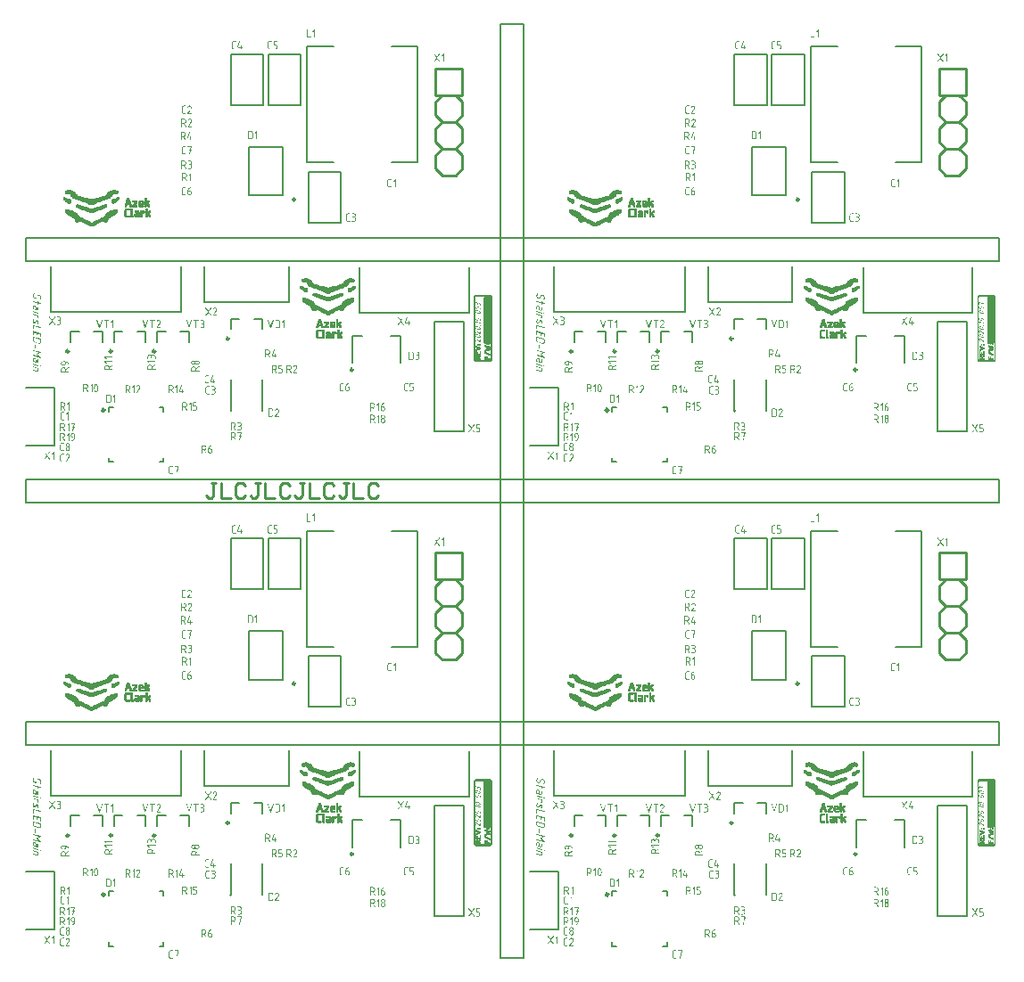
<source format=gto>
G04*
G04 #@! TF.GenerationSoftware,Altium Limited,Altium Designer,20.1.10 (176)*
G04*
G04 Layer_Color=16777215*
%FSLAX44Y44*%
%MOMM*%
G71*
G04*
G04 #@! TF.SameCoordinates,9745D311-7863-4EED-B8D5-1BD438EF7D2D*
G04*
G04*
G04 #@! TF.FilePolarity,Positive*
G04*
G01*
G75*
%ADD10C,0.2500*%
%ADD23C,0.3000*%
%ADD43C,0.2000*%
%ADD44C,0.2540*%
%ADD45C,0.1000*%
%ADD46C,0.0254*%
G36*
X755661Y885927D02*
X755744Y885885D01*
X755814Y885844D01*
X755883Y885774D01*
X755925Y885677D01*
X755939Y885538D01*
Y878452D01*
Y878438D01*
Y878396D01*
X755925Y878327D01*
X755883Y878258D01*
X755842Y878188D01*
X755772Y878119D01*
X755675Y878077D01*
X755536Y878063D01*
X755481D01*
X755412Y878091D01*
X755342Y878119D01*
X755273Y878160D01*
X755204Y878230D01*
X755162Y878327D01*
X755148Y878452D01*
Y884595D01*
X754233Y883680D01*
X754219Y883666D01*
X754164Y883625D01*
X754066Y883583D01*
X753955Y883569D01*
X753900D01*
X753831Y883597D01*
X753761Y883625D01*
X753692Y883666D01*
X753623Y883736D01*
X753581Y883833D01*
X753567Y883958D01*
Y883971D01*
Y883985D01*
X753581Y884055D01*
X753609Y884152D01*
X753678Y884235D01*
X755218Y885774D01*
X755231Y885788D01*
X755245Y885802D01*
X755314Y885857D01*
X755412Y885913D01*
X755481Y885941D01*
X755606D01*
X755661Y885927D01*
D02*
G37*
G36*
X748575D02*
X748658Y885885D01*
X748727Y885844D01*
X748796Y885774D01*
X748838Y885677D01*
X748852Y885538D01*
Y878854D01*
X751667D01*
X751723Y878840D01*
X751806Y878799D01*
X751875Y878757D01*
X751945Y878688D01*
X751986Y878590D01*
X752000Y878452D01*
Y878438D01*
Y878396D01*
X751986Y878327D01*
X751945Y878258D01*
X751903Y878188D01*
X751834Y878119D01*
X751737Y878077D01*
X751598Y878063D01*
X748394D01*
X748325Y878091D01*
X748255Y878119D01*
X748186Y878160D01*
X748117Y878230D01*
X748075Y878327D01*
X748061Y878452D01*
Y885538D01*
Y885552D01*
Y885608D01*
X748089Y885663D01*
X748117Y885747D01*
X748158Y885816D01*
X748228Y885885D01*
X748325Y885927D01*
X748450Y885941D01*
X748519D01*
X748575Y885927D01*
D02*
G37*
G36*
X277661D02*
X277745Y885885D01*
X277814Y885844D01*
X277883Y885774D01*
X277925Y885677D01*
X277939Y885538D01*
Y878452D01*
Y878438D01*
Y878396D01*
X277925Y878327D01*
X277883Y878258D01*
X277841Y878188D01*
X277772Y878119D01*
X277675Y878077D01*
X277536Y878063D01*
X277481D01*
X277412Y878091D01*
X277342Y878119D01*
X277273Y878160D01*
X277204Y878230D01*
X277162Y878327D01*
X277148Y878452D01*
Y884595D01*
X276233Y883680D01*
X276219Y883666D01*
X276164Y883625D01*
X276066Y883583D01*
X275955Y883569D01*
X275900D01*
X275831Y883597D01*
X275761Y883625D01*
X275692Y883666D01*
X275623Y883736D01*
X275581Y883833D01*
X275567Y883958D01*
Y883971D01*
Y883985D01*
X275581Y884055D01*
X275609Y884152D01*
X275678Y884235D01*
X277218Y885774D01*
X277231Y885788D01*
X277245Y885802D01*
X277314Y885857D01*
X277412Y885913D01*
X277481Y885941D01*
X277606D01*
X277661Y885927D01*
D02*
G37*
G36*
X270574D02*
X270658Y885885D01*
X270727Y885844D01*
X270796Y885774D01*
X270838Y885677D01*
X270852Y885538D01*
Y878854D01*
X273667D01*
X273723Y878840D01*
X273806Y878799D01*
X273875Y878757D01*
X273944Y878688D01*
X273986Y878590D01*
X274000Y878452D01*
Y878438D01*
Y878396D01*
X273986Y878327D01*
X273944Y878258D01*
X273903Y878188D01*
X273834Y878119D01*
X273736Y878077D01*
X273598Y878063D01*
X270394D01*
X270325Y878091D01*
X270256Y878119D01*
X270186Y878160D01*
X270117Y878230D01*
X270075Y878327D01*
X270061Y878452D01*
Y885538D01*
Y885552D01*
Y885608D01*
X270089Y885663D01*
X270117Y885747D01*
X270158Y885816D01*
X270228Y885885D01*
X270325Y885927D01*
X270450Y885941D01*
X270519D01*
X270574Y885927D01*
D02*
G37*
G36*
X719794Y874730D02*
X719863Y874688D01*
X719932Y874647D01*
X720002Y874577D01*
X720043Y874480D01*
X720057Y874342D01*
Y874328D01*
Y874286D01*
X720043Y874217D01*
X720016Y874147D01*
X719960Y874078D01*
X719891Y874009D01*
X719794Y873967D01*
X719669Y873953D01*
X717311D01*
Y871582D01*
X718573D01*
X718629Y871568D01*
X718781Y871554D01*
X718976Y871512D01*
X719184Y871443D01*
X719419Y871332D01*
X719655Y871193D01*
X719877Y870999D01*
X719905Y870972D01*
X719974Y870902D01*
X720057Y870777D01*
X720168Y870611D01*
X720279Y870403D01*
X720362Y870167D01*
X720432Y869890D01*
X720459Y869598D01*
Y868822D01*
Y868808D01*
Y868780D01*
Y868739D01*
X720445Y868683D01*
X720432Y868531D01*
X720390Y868336D01*
X720321Y868115D01*
X720210Y867893D01*
X720071Y867643D01*
X719877Y867421D01*
X719849Y867393D01*
X719780Y867338D01*
X719655Y867241D01*
X719489Y867144D01*
X719281Y867033D01*
X719045Y866936D01*
X718781Y866880D01*
X718490Y866853D01*
X716854D01*
X716784Y866880D01*
X716715Y866908D01*
X716646Y866950D01*
X716576Y867019D01*
X716535Y867116D01*
X716521Y867241D01*
Y867255D01*
Y867310D01*
X716548Y867366D01*
X716576Y867449D01*
X716618Y867518D01*
X716687Y867588D01*
X716784Y867629D01*
X716909Y867643D01*
X718559D01*
X718656Y867657D01*
X718767Y867685D01*
X718906Y867726D01*
X719045Y867782D01*
X719184Y867865D01*
X719322Y867976D01*
X719336Y867990D01*
X719378Y868045D01*
X719433Y868115D01*
X719502Y868212D01*
X719558Y868336D01*
X719613Y868475D01*
X719655Y868642D01*
X719669Y868822D01*
Y869598D01*
Y869626D01*
Y869682D01*
X719655Y869779D01*
X719627Y869890D01*
X719586Y870028D01*
X719516Y870167D01*
X719433Y870306D01*
X719322Y870444D01*
X719308Y870458D01*
X719267Y870500D01*
X719184Y870555D01*
X719086Y870625D01*
X718962Y870680D01*
X718823Y870736D01*
X718656Y870777D01*
X718476Y870791D01*
X716854D01*
X716784Y870819D01*
X716715Y870847D01*
X716646Y870888D01*
X716576Y870958D01*
X716535Y871055D01*
X716521Y871180D01*
Y874342D01*
Y874355D01*
Y874411D01*
X716548Y874466D01*
X716576Y874549D01*
X716618Y874619D01*
X716687Y874688D01*
X716784Y874730D01*
X716909Y874744D01*
X719724D01*
X719794Y874730D01*
D02*
G37*
G36*
X714662D02*
X714746Y874688D01*
X714815Y874647D01*
X714884Y874577D01*
X714926Y874480D01*
X714940Y874342D01*
Y874328D01*
Y874286D01*
X714926Y874217D01*
X714884Y874147D01*
X714843Y874078D01*
X714773Y874009D01*
X714676Y873967D01*
X714538Y873953D01*
X712887D01*
X712790Y873939D01*
X712679Y873912D01*
X712541Y873870D01*
X712402Y873801D01*
X712263Y873717D01*
X712124Y873606D01*
X712111Y873593D01*
X712069Y873551D01*
X712014Y873468D01*
X711958Y873371D01*
X711903Y873246D01*
X711847Y873107D01*
X711805Y872941D01*
X711792Y872760D01*
Y868822D01*
Y868794D01*
Y868739D01*
X711805Y868642D01*
X711833Y868531D01*
X711875Y868392D01*
X711930Y868253D01*
X712014Y868115D01*
X712124Y867976D01*
X712138Y867962D01*
X712194Y867920D01*
X712263Y867865D01*
X712360Y867810D01*
X712485Y867754D01*
X712624Y867699D01*
X712790Y867657D01*
X712971Y867643D01*
X714607D01*
X714662Y867629D01*
X714746Y867588D01*
X714815Y867546D01*
X714884Y867477D01*
X714926Y867380D01*
X714940Y867241D01*
Y867227D01*
Y867185D01*
X714926Y867116D01*
X714884Y867047D01*
X714843Y866977D01*
X714773Y866908D01*
X714676Y866866D01*
X714538Y866853D01*
X712887D01*
X712832Y866866D01*
X712679Y866880D01*
X712485Y866922D01*
X712263Y866991D01*
X712041Y867088D01*
X711792Y867227D01*
X711570Y867421D01*
X711542Y867449D01*
X711487Y867532D01*
X711389Y867643D01*
X711292Y867810D01*
X711181Y868018D01*
X711084Y868253D01*
X711029Y868531D01*
X711001Y868822D01*
Y872760D01*
Y872774D01*
Y872802D01*
Y872844D01*
X711015Y872899D01*
X711029Y873052D01*
X711070Y873246D01*
X711140Y873468D01*
X711237Y873704D01*
X711376Y873939D01*
X711570Y874161D01*
X711598Y874189D01*
X711681Y874258D01*
X711792Y874342D01*
X711958Y874453D01*
X712166Y874563D01*
X712402Y874647D01*
X712679Y874716D01*
X712971Y874744D01*
X714607D01*
X714662Y874730D01*
D02*
G37*
G36*
X684492Y874716D02*
X684561Y874674D01*
X684630Y874633D01*
X684699Y874563D01*
X684741Y874466D01*
X684755Y874328D01*
Y874314D01*
Y874300D01*
X684741Y874217D01*
X683299Y869224D01*
X685157D01*
Y870403D01*
Y870417D01*
Y870458D01*
X685185Y870528D01*
X685213Y870597D01*
X685254Y870666D01*
X685324Y870736D01*
X685421Y870777D01*
X685546Y870791D01*
X685615D01*
X685670Y870777D01*
X685753Y870750D01*
X685823Y870694D01*
X685892Y870625D01*
X685934Y870528D01*
X685948Y870403D01*
Y869224D01*
X686794D01*
X686849Y869210D01*
X686932Y869169D01*
X687002Y869127D01*
X687071Y869058D01*
X687113Y868961D01*
X687126Y868822D01*
Y868808D01*
Y868766D01*
X687113Y868697D01*
X687071Y868628D01*
X687029Y868558D01*
X686960Y868489D01*
X686863Y868447D01*
X686724Y868434D01*
X685948D01*
Y867241D01*
Y867227D01*
Y867185D01*
X685934Y867116D01*
X685892Y867047D01*
X685851Y866977D01*
X685781Y866908D01*
X685684Y866866D01*
X685546Y866853D01*
X685490D01*
X685421Y866880D01*
X685351Y866908D01*
X685282Y866950D01*
X685213Y867019D01*
X685171Y867116D01*
X685157Y867241D01*
Y868434D01*
X682730D01*
X682661Y868461D01*
X682591Y868489D01*
X682522Y868531D01*
X682453Y868600D01*
X682411Y868697D01*
X682397Y868822D01*
Y868836D01*
Y868864D01*
Y868933D01*
X683978Y874439D01*
Y874453D01*
X683992Y874480D01*
X684020Y874536D01*
X684062Y874591D01*
X684117Y874633D01*
X684173Y874688D01*
X684270Y874716D01*
X684367Y874730D01*
X684422D01*
X684492Y874716D01*
D02*
G37*
G36*
X680539Y874730D02*
X680622Y874688D01*
X680692Y874647D01*
X680761Y874577D01*
X680803Y874480D01*
X680816Y874342D01*
Y874328D01*
Y874286D01*
X680803Y874217D01*
X680761Y874147D01*
X680719Y874078D01*
X680650Y874009D01*
X680553Y873967D01*
X680414Y873953D01*
X678764D01*
X678667Y873939D01*
X678556Y873912D01*
X678417Y873870D01*
X678279Y873801D01*
X678140Y873717D01*
X678001Y873606D01*
X677987Y873593D01*
X677946Y873551D01*
X677890Y873468D01*
X677835Y873371D01*
X677779Y873246D01*
X677724Y873107D01*
X677682Y872941D01*
X677668Y872760D01*
Y868822D01*
Y868794D01*
Y868739D01*
X677682Y868642D01*
X677710Y868531D01*
X677751Y868392D01*
X677807Y868253D01*
X677890Y868115D01*
X678001Y867976D01*
X678015Y867962D01*
X678070Y867920D01*
X678140Y867865D01*
X678237Y867810D01*
X678362Y867754D01*
X678500Y867699D01*
X678667Y867657D01*
X678847Y867643D01*
X680484D01*
X680539Y867629D01*
X680622Y867588D01*
X680692Y867546D01*
X680761Y867477D01*
X680803Y867380D01*
X680816Y867241D01*
Y867227D01*
Y867185D01*
X680803Y867116D01*
X680761Y867047D01*
X680719Y866977D01*
X680650Y866908D01*
X680553Y866866D01*
X680414Y866853D01*
X678764D01*
X678708Y866866D01*
X678556Y866880D01*
X678362Y866922D01*
X678140Y866991D01*
X677918Y867088D01*
X677668Y867227D01*
X677446Y867421D01*
X677419Y867449D01*
X677363Y867532D01*
X677266Y867643D01*
X677169Y867810D01*
X677058Y868018D01*
X676961Y868253D01*
X676906Y868531D01*
X676878Y868822D01*
Y872760D01*
Y872774D01*
Y872802D01*
Y872844D01*
X676892Y872899D01*
X676906Y873052D01*
X676947Y873246D01*
X677017Y873468D01*
X677113Y873704D01*
X677252Y873939D01*
X677446Y874161D01*
X677474Y874189D01*
X677557Y874258D01*
X677668Y874342D01*
X677835Y874453D01*
X678043Y874563D01*
X678279Y874647D01*
X678556Y874716D01*
X678847Y874744D01*
X680484D01*
X680539Y874730D01*
D02*
G37*
G36*
X241794D02*
X241863Y874688D01*
X241932Y874647D01*
X242002Y874577D01*
X242043Y874480D01*
X242057Y874342D01*
Y874328D01*
Y874286D01*
X242043Y874217D01*
X242016Y874147D01*
X241960Y874078D01*
X241891Y874009D01*
X241794Y873967D01*
X241669Y873953D01*
X239311D01*
Y871582D01*
X240573D01*
X240629Y871568D01*
X240781Y871554D01*
X240975Y871512D01*
X241183Y871443D01*
X241419Y871332D01*
X241655Y871193D01*
X241877Y870999D01*
X241905Y870972D01*
X241974Y870902D01*
X242057Y870777D01*
X242168Y870611D01*
X242279Y870403D01*
X242362Y870167D01*
X242432Y869890D01*
X242459Y869598D01*
Y868822D01*
Y868808D01*
Y868780D01*
Y868739D01*
X242446Y868683D01*
X242432Y868531D01*
X242390Y868336D01*
X242321Y868115D01*
X242210Y867893D01*
X242071Y867643D01*
X241877Y867421D01*
X241849Y867393D01*
X241780Y867338D01*
X241655Y867241D01*
X241489Y867144D01*
X241281Y867033D01*
X241045Y866936D01*
X240781Y866880D01*
X240490Y866853D01*
X238854D01*
X238784Y866880D01*
X238715Y866908D01*
X238646Y866950D01*
X238576Y867019D01*
X238535Y867116D01*
X238521Y867241D01*
Y867255D01*
Y867310D01*
X238549Y867366D01*
X238576Y867449D01*
X238618Y867518D01*
X238687Y867588D01*
X238784Y867629D01*
X238909Y867643D01*
X240559D01*
X240657Y867657D01*
X240767Y867685D01*
X240906Y867726D01*
X241045Y867782D01*
X241183Y867865D01*
X241322Y867976D01*
X241336Y867990D01*
X241378Y868045D01*
X241433Y868115D01*
X241502Y868212D01*
X241558Y868336D01*
X241613Y868475D01*
X241655Y868642D01*
X241669Y868822D01*
Y869598D01*
Y869626D01*
Y869682D01*
X241655Y869779D01*
X241627Y869890D01*
X241586Y870028D01*
X241516Y870167D01*
X241433Y870306D01*
X241322Y870444D01*
X241308Y870458D01*
X241267Y870500D01*
X241183Y870555D01*
X241086Y870625D01*
X240962Y870680D01*
X240823Y870736D01*
X240657Y870777D01*
X240476Y870791D01*
X238854D01*
X238784Y870819D01*
X238715Y870847D01*
X238646Y870888D01*
X238576Y870958D01*
X238535Y871055D01*
X238521Y871180D01*
Y874342D01*
Y874355D01*
Y874411D01*
X238549Y874466D01*
X238576Y874549D01*
X238618Y874619D01*
X238687Y874688D01*
X238784Y874730D01*
X238909Y874744D01*
X241724D01*
X241794Y874730D01*
D02*
G37*
G36*
X236662D02*
X236746Y874688D01*
X236815Y874647D01*
X236884Y874577D01*
X236926Y874480D01*
X236940Y874342D01*
Y874328D01*
Y874286D01*
X236926Y874217D01*
X236884Y874147D01*
X236843Y874078D01*
X236773Y874009D01*
X236676Y873967D01*
X236538Y873953D01*
X234887D01*
X234790Y873939D01*
X234679Y873912D01*
X234541Y873870D01*
X234402Y873801D01*
X234263Y873717D01*
X234125Y873606D01*
X234111Y873593D01*
X234069Y873551D01*
X234014Y873468D01*
X233958Y873371D01*
X233903Y873246D01*
X233847Y873107D01*
X233806Y872941D01*
X233792Y872760D01*
Y868822D01*
Y868794D01*
Y868739D01*
X233806Y868642D01*
X233833Y868531D01*
X233875Y868392D01*
X233930Y868253D01*
X234014Y868115D01*
X234125Y867976D01*
X234138Y867962D01*
X234194Y867920D01*
X234263Y867865D01*
X234360Y867810D01*
X234485Y867754D01*
X234624Y867699D01*
X234790Y867657D01*
X234970Y867643D01*
X236607D01*
X236662Y867629D01*
X236746Y867588D01*
X236815Y867546D01*
X236884Y867477D01*
X236926Y867380D01*
X236940Y867241D01*
Y867227D01*
Y867185D01*
X236926Y867116D01*
X236884Y867047D01*
X236843Y866977D01*
X236773Y866908D01*
X236676Y866866D01*
X236538Y866853D01*
X234887D01*
X234832Y866866D01*
X234679Y866880D01*
X234485Y866922D01*
X234263Y866991D01*
X234041Y867088D01*
X233792Y867227D01*
X233570Y867421D01*
X233542Y867449D01*
X233487Y867532D01*
X233389Y867643D01*
X233292Y867810D01*
X233181Y868018D01*
X233084Y868253D01*
X233029Y868531D01*
X233001Y868822D01*
Y872760D01*
Y872774D01*
Y872802D01*
Y872844D01*
X233015Y872899D01*
X233029Y873052D01*
X233071Y873246D01*
X233140Y873468D01*
X233237Y873704D01*
X233376Y873939D01*
X233570Y874161D01*
X233598Y874189D01*
X233681Y874258D01*
X233792Y874342D01*
X233958Y874453D01*
X234166Y874563D01*
X234402Y874647D01*
X234679Y874716D01*
X234970Y874744D01*
X236607D01*
X236662Y874730D01*
D02*
G37*
G36*
X206492Y874716D02*
X206561Y874674D01*
X206630Y874633D01*
X206700Y874563D01*
X206741Y874466D01*
X206755Y874328D01*
Y874314D01*
Y874300D01*
X206741Y874217D01*
X205299Y869224D01*
X207157D01*
Y870403D01*
Y870417D01*
Y870458D01*
X207185Y870528D01*
X207213Y870597D01*
X207254Y870666D01*
X207324Y870736D01*
X207421Y870777D01*
X207546Y870791D01*
X207615D01*
X207670Y870777D01*
X207754Y870750D01*
X207823Y870694D01*
X207892Y870625D01*
X207934Y870528D01*
X207948Y870403D01*
Y869224D01*
X208794D01*
X208849Y869210D01*
X208932Y869169D01*
X209002Y869127D01*
X209071Y869058D01*
X209113Y868961D01*
X209126Y868822D01*
Y868808D01*
Y868766D01*
X209113Y868697D01*
X209071Y868628D01*
X209029Y868558D01*
X208960Y868489D01*
X208863Y868447D01*
X208724Y868434D01*
X207948D01*
Y867241D01*
Y867227D01*
Y867185D01*
X207934Y867116D01*
X207892Y867047D01*
X207851Y866977D01*
X207781Y866908D01*
X207684Y866866D01*
X207546Y866853D01*
X207490D01*
X207421Y866880D01*
X207351Y866908D01*
X207282Y866950D01*
X207213Y867019D01*
X207171Y867116D01*
X207157Y867241D01*
Y868434D01*
X204730D01*
X204661Y868461D01*
X204592Y868489D01*
X204522Y868531D01*
X204453Y868600D01*
X204411Y868697D01*
X204397Y868822D01*
Y868836D01*
Y868864D01*
Y868933D01*
X205978Y874439D01*
Y874453D01*
X205992Y874480D01*
X206020Y874536D01*
X206062Y874591D01*
X206117Y874633D01*
X206173Y874688D01*
X206270Y874716D01*
X206367Y874730D01*
X206422D01*
X206492Y874716D01*
D02*
G37*
G36*
X202539Y874730D02*
X202622Y874688D01*
X202692Y874647D01*
X202761Y874577D01*
X202803Y874480D01*
X202816Y874342D01*
Y874328D01*
Y874286D01*
X202803Y874217D01*
X202761Y874147D01*
X202719Y874078D01*
X202650Y874009D01*
X202553Y873967D01*
X202414Y873953D01*
X200764D01*
X200667Y873939D01*
X200556Y873912D01*
X200417Y873870D01*
X200278Y873801D01*
X200140Y873717D01*
X200001Y873606D01*
X199987Y873593D01*
X199946Y873551D01*
X199890Y873468D01*
X199835Y873371D01*
X199779Y873246D01*
X199724Y873107D01*
X199682Y872941D01*
X199668Y872760D01*
Y868822D01*
Y868794D01*
Y868739D01*
X199682Y868642D01*
X199710Y868531D01*
X199751Y868392D01*
X199807Y868253D01*
X199890Y868115D01*
X200001Y867976D01*
X200015Y867962D01*
X200070Y867920D01*
X200140Y867865D01*
X200237Y867810D01*
X200362Y867754D01*
X200500Y867699D01*
X200667Y867657D01*
X200847Y867643D01*
X202484D01*
X202539Y867629D01*
X202622Y867588D01*
X202692Y867546D01*
X202761Y867477D01*
X202803Y867380D01*
X202816Y867241D01*
Y867227D01*
Y867185D01*
X202803Y867116D01*
X202761Y867047D01*
X202719Y866977D01*
X202650Y866908D01*
X202553Y866866D01*
X202414Y866853D01*
X200764D01*
X200708Y866866D01*
X200556Y866880D01*
X200362Y866922D01*
X200140Y866991D01*
X199918Y867088D01*
X199668Y867227D01*
X199446Y867421D01*
X199419Y867449D01*
X199363Y867532D01*
X199266Y867643D01*
X199169Y867810D01*
X199058Y868018D01*
X198961Y868253D01*
X198906Y868531D01*
X198878Y868822D01*
Y872760D01*
Y872774D01*
Y872802D01*
Y872844D01*
X198892Y872899D01*
X198906Y873052D01*
X198947Y873246D01*
X199016Y873468D01*
X199114Y873704D01*
X199252Y873939D01*
X199446Y874161D01*
X199474Y874189D01*
X199557Y874258D01*
X199668Y874342D01*
X199835Y874453D01*
X200043Y874563D01*
X200278Y874647D01*
X200556Y874716D01*
X200847Y874744D01*
X202484D01*
X202539Y874730D01*
D02*
G37*
G36*
X874082Y862897D02*
X874152Y862856D01*
X874221Y862814D01*
X874290Y862745D01*
X874332Y862648D01*
X874346Y862509D01*
Y862495D01*
Y862440D01*
X874318Y862370D01*
X874290Y862287D01*
X872071Y858973D01*
X874290Y855644D01*
X874304Y855630D01*
X874318Y855575D01*
X874332Y855506D01*
X874346Y855422D01*
Y855408D01*
Y855367D01*
X874332Y855297D01*
X874304Y855228D01*
X874249Y855159D01*
X874179Y855089D01*
X874082Y855048D01*
X873958Y855034D01*
X873916D01*
X873833Y855062D01*
X873722Y855103D01*
X873666Y855145D01*
X873625Y855200D01*
X871586Y858251D01*
X869547Y855200D01*
X869533Y855173D01*
X869464Y855117D01*
X869367Y855062D01*
X869298Y855048D01*
X869228Y855034D01*
X869173D01*
X869103Y855062D01*
X869034Y855089D01*
X868951Y855131D01*
X868895Y855200D01*
X868840Y855297D01*
X868826Y855422D01*
Y855450D01*
X868840Y855492D01*
X868854Y855575D01*
X868895Y855644D01*
X871114Y858973D01*
X868895Y862287D01*
X868882Y862301D01*
X868868Y862356D01*
X868840Y862426D01*
X868826Y862509D01*
Y862523D01*
Y862578D01*
X868854Y862634D01*
X868882Y862717D01*
X868923Y862786D01*
X868993Y862856D01*
X869090Y862897D01*
X869228Y862911D01*
X869270D01*
X869353Y862884D01*
X869450Y862842D01*
X869506Y862786D01*
X869547Y862731D01*
X871586Y859680D01*
X873625Y862731D01*
Y862745D01*
X873652Y862759D01*
X873708Y862828D01*
X873819Y862884D01*
X873874Y862897D01*
X873958Y862911D01*
X874013D01*
X874082Y862897D01*
D02*
G37*
G36*
X396082D02*
X396152Y862856D01*
X396221Y862814D01*
X396290Y862745D01*
X396332Y862648D01*
X396346Y862509D01*
Y862495D01*
Y862440D01*
X396318Y862370D01*
X396290Y862287D01*
X394071Y858973D01*
X396290Y855644D01*
X396304Y855630D01*
X396318Y855575D01*
X396332Y855506D01*
X396346Y855422D01*
Y855408D01*
Y855367D01*
X396332Y855297D01*
X396304Y855228D01*
X396249Y855159D01*
X396179Y855089D01*
X396082Y855048D01*
X395957Y855034D01*
X395916D01*
X395833Y855062D01*
X395722Y855103D01*
X395666Y855145D01*
X395625Y855200D01*
X393586Y858251D01*
X391547Y855200D01*
X391533Y855173D01*
X391464Y855117D01*
X391367Y855062D01*
X391298Y855048D01*
X391228Y855034D01*
X391173D01*
X391104Y855062D01*
X391034Y855089D01*
X390951Y855131D01*
X390896Y855200D01*
X390840Y855297D01*
X390826Y855422D01*
Y855450D01*
X390840Y855492D01*
X390854Y855575D01*
X390896Y855644D01*
X393114Y858973D01*
X390896Y862287D01*
X390882Y862301D01*
X390868Y862356D01*
X390840Y862426D01*
X390826Y862509D01*
Y862523D01*
Y862578D01*
X390854Y862634D01*
X390882Y862717D01*
X390923Y862786D01*
X390993Y862856D01*
X391090Y862897D01*
X391228Y862911D01*
X391270D01*
X391353Y862884D01*
X391450Y862842D01*
X391506Y862786D01*
X391547Y862731D01*
X393586Y859680D01*
X395625Y862731D01*
Y862745D01*
X395652Y862759D01*
X395708Y862828D01*
X395819Y862884D01*
X395874Y862897D01*
X395957Y862911D01*
X396013D01*
X396082Y862897D01*
D02*
G37*
G36*
X878021D02*
X878104Y862856D01*
X878174Y862814D01*
X878243Y862745D01*
X878284Y862648D01*
X878298Y862509D01*
Y855422D01*
Y855408D01*
Y855367D01*
X878284Y855297D01*
X878243Y855228D01*
X878201Y855159D01*
X878132Y855089D01*
X878035Y855048D01*
X877896Y855034D01*
X877841D01*
X877771Y855062D01*
X877702Y855089D01*
X877633Y855131D01*
X877563Y855200D01*
X877522Y855297D01*
X877508Y855422D01*
Y861566D01*
X876592Y860651D01*
X876579Y860637D01*
X876523Y860595D01*
X876426Y860554D01*
X876315Y860540D01*
X876260D01*
X876190Y860567D01*
X876121Y860595D01*
X876052Y860637D01*
X875982Y860706D01*
X875941Y860803D01*
X875927Y860928D01*
Y860942D01*
Y860956D01*
X875941Y861025D01*
X875968Y861122D01*
X876038Y861206D01*
X877577Y862745D01*
X877591Y862759D01*
X877605Y862773D01*
X877674Y862828D01*
X877771Y862884D01*
X877841Y862911D01*
X877965D01*
X878021Y862897D01*
D02*
G37*
G36*
X400021D02*
X400104Y862856D01*
X400173Y862814D01*
X400243Y862745D01*
X400284Y862648D01*
X400298Y862509D01*
Y855422D01*
Y855408D01*
Y855367D01*
X400284Y855297D01*
X400243Y855228D01*
X400201Y855159D01*
X400132Y855089D01*
X400035Y855048D01*
X399896Y855034D01*
X399841D01*
X399771Y855062D01*
X399702Y855089D01*
X399633Y855131D01*
X399563Y855200D01*
X399522Y855297D01*
X399508Y855422D01*
Y861566D01*
X398592Y860651D01*
X398579Y860637D01*
X398523Y860595D01*
X398426Y860554D01*
X398315Y860540D01*
X398260D01*
X398190Y860567D01*
X398121Y860595D01*
X398052Y860637D01*
X397982Y860706D01*
X397941Y860803D01*
X397927Y860928D01*
Y860942D01*
Y860956D01*
X397941Y861025D01*
X397968Y861122D01*
X398038Y861206D01*
X399577Y862745D01*
X399591Y862759D01*
X399605Y862773D01*
X399674Y862828D01*
X399771Y862884D01*
X399841Y862911D01*
X399965D01*
X400021Y862897D01*
D02*
G37*
G36*
X636919Y813520D02*
X637072Y813506D01*
X637266Y813465D01*
X637488Y813395D01*
X637724Y813284D01*
X637960Y813146D01*
X638181Y812951D01*
X638209Y812924D01*
X638279Y812854D01*
X638362Y812729D01*
X638473Y812563D01*
X638584Y812355D01*
X638667Y812119D01*
X638736Y811842D01*
X638764Y811551D01*
Y811523D01*
Y811453D01*
X638750Y811343D01*
X638722Y811204D01*
X638681Y811024D01*
X638611Y810843D01*
X638528Y810635D01*
X638403Y810413D01*
X635921Y806433D01*
X638431D01*
X638487Y806419D01*
X638570Y806378D01*
X638639Y806336D01*
X638708Y806267D01*
X638750Y806170D01*
X638764Y806031D01*
Y806017D01*
Y805975D01*
X638750Y805906D01*
X638708Y805837D01*
X638667Y805768D01*
X638597Y805698D01*
X638500Y805657D01*
X638362Y805643D01*
X635158D01*
X635089Y805670D01*
X635019Y805698D01*
X634936Y805740D01*
X634881Y805809D01*
X634825Y805906D01*
X634811Y806031D01*
Y806059D01*
X634825Y806100D01*
X634839Y806184D01*
X634881Y806253D01*
X637779Y810899D01*
X637793Y810913D01*
X637807Y810954D01*
X637835Y811024D01*
X637876Y811107D01*
X637918Y811204D01*
X637946Y811315D01*
X637960Y811426D01*
X637973Y811551D01*
Y811578D01*
Y811634D01*
X637960Y811731D01*
X637932Y811842D01*
X637890Y811981D01*
X637821Y812119D01*
X637738Y812258D01*
X637627Y812397D01*
X637613Y812411D01*
X637571Y812452D01*
X637488Y812507D01*
X637391Y812577D01*
X637266Y812632D01*
X637127Y812688D01*
X636961Y812729D01*
X636781Y812743D01*
X636753D01*
X636670Y812729D01*
X636545Y812688D01*
X636379Y812618D01*
X636281Y812563D01*
X636184Y812494D01*
X636087Y812424D01*
X635976Y812327D01*
X635865Y812202D01*
X635768Y812078D01*
X635657Y811925D01*
X635546Y811745D01*
Y811731D01*
X635532Y811717D01*
X635463Y811648D01*
X635366Y811578D01*
X635297Y811564D01*
X635214Y811551D01*
X635158D01*
X635089Y811578D01*
X635019Y811606D01*
X634936Y811648D01*
X634881Y811717D01*
X634825Y811814D01*
X634811Y811953D01*
Y811967D01*
Y812008D01*
X634825Y812050D01*
X634853Y812105D01*
X634867Y812119D01*
X634881Y812161D01*
X634922Y812244D01*
X634992Y812327D01*
X635061Y812438D01*
X635144Y812563D01*
X635255Y812688D01*
X635366Y812827D01*
X635505Y812951D01*
X635644Y813076D01*
X635810Y813201D01*
X635976Y813312D01*
X636157Y813409D01*
X636351Y813478D01*
X636559Y813520D01*
X636781Y813534D01*
X636864D01*
X636919Y813520D01*
D02*
G37*
G36*
X632967D02*
X633050Y813478D01*
X633119Y813437D01*
X633189Y813367D01*
X633230Y813270D01*
X633244Y813132D01*
Y813118D01*
Y813076D01*
X633230Y813007D01*
X633189Y812937D01*
X633147Y812868D01*
X633078Y812799D01*
X632981Y812757D01*
X632842Y812743D01*
X631192D01*
X631095Y812729D01*
X630984Y812702D01*
X630845Y812660D01*
X630706Y812591D01*
X630568Y812507D01*
X630429Y812397D01*
X630415Y812383D01*
X630373Y812341D01*
X630318Y812258D01*
X630262Y812161D01*
X630207Y812036D01*
X630152Y811897D01*
X630110Y811731D01*
X630096Y811551D01*
Y807612D01*
Y807584D01*
Y807529D01*
X630110Y807432D01*
X630138Y807321D01*
X630179Y807182D01*
X630235Y807043D01*
X630318Y806905D01*
X630429Y806766D01*
X630443Y806752D01*
X630498Y806711D01*
X630568Y806655D01*
X630665Y806600D01*
X630789Y806544D01*
X630928Y806489D01*
X631095Y806447D01*
X631275Y806433D01*
X632911D01*
X632967Y806419D01*
X633050Y806378D01*
X633119Y806336D01*
X633189Y806267D01*
X633230Y806170D01*
X633244Y806031D01*
Y806017D01*
Y805975D01*
X633230Y805906D01*
X633189Y805837D01*
X633147Y805768D01*
X633078Y805698D01*
X632981Y805657D01*
X632842Y805643D01*
X631192D01*
X631136Y805657D01*
X630984Y805670D01*
X630789Y805712D01*
X630568Y805781D01*
X630346Y805878D01*
X630096Y806017D01*
X629874Y806211D01*
X629846Y806239D01*
X629791Y806322D01*
X629694Y806433D01*
X629597Y806600D01*
X629486Y806808D01*
X629389Y807043D01*
X629333Y807321D01*
X629306Y807612D01*
Y811551D01*
Y811564D01*
Y811592D01*
Y811634D01*
X629319Y811689D01*
X629333Y811842D01*
X629375Y812036D01*
X629444Y812258D01*
X629541Y812494D01*
X629680Y812729D01*
X629874Y812951D01*
X629902Y812979D01*
X629985Y813048D01*
X630096Y813132D01*
X630262Y813243D01*
X630471Y813354D01*
X630706Y813437D01*
X630984Y813506D01*
X631275Y813534D01*
X632911D01*
X632967Y813520D01*
D02*
G37*
G36*
X158919D02*
X159072Y813506D01*
X159266Y813465D01*
X159488Y813395D01*
X159724Y813284D01*
X159959Y813146D01*
X160181Y812951D01*
X160209Y812924D01*
X160278Y812854D01*
X160362Y812729D01*
X160473Y812563D01*
X160584Y812355D01*
X160667Y812119D01*
X160736Y811842D01*
X160764Y811551D01*
Y811523D01*
Y811453D01*
X160750Y811343D01*
X160722Y811204D01*
X160681Y811024D01*
X160611Y810843D01*
X160528Y810635D01*
X160403Y810413D01*
X157921Y806433D01*
X160431D01*
X160487Y806419D01*
X160570Y806378D01*
X160639Y806336D01*
X160708Y806267D01*
X160750Y806170D01*
X160764Y806031D01*
Y806017D01*
Y805975D01*
X160750Y805906D01*
X160708Y805837D01*
X160667Y805768D01*
X160597Y805698D01*
X160500Y805657D01*
X160362Y805643D01*
X157158D01*
X157089Y805670D01*
X157019Y805698D01*
X156936Y805740D01*
X156881Y805809D01*
X156825Y805906D01*
X156811Y806031D01*
Y806059D01*
X156825Y806100D01*
X156839Y806184D01*
X156881Y806253D01*
X159779Y810899D01*
X159793Y810913D01*
X159807Y810954D01*
X159835Y811024D01*
X159876Y811107D01*
X159918Y811204D01*
X159946Y811315D01*
X159959Y811426D01*
X159973Y811551D01*
Y811578D01*
Y811634D01*
X159959Y811731D01*
X159932Y811842D01*
X159890Y811981D01*
X159821Y812119D01*
X159738Y812258D01*
X159627Y812397D01*
X159613Y812411D01*
X159571Y812452D01*
X159488Y812507D01*
X159391Y812577D01*
X159266Y812632D01*
X159127Y812688D01*
X158961Y812729D01*
X158781Y812743D01*
X158753D01*
X158670Y812729D01*
X158545Y812688D01*
X158378Y812618D01*
X158281Y812563D01*
X158184Y812494D01*
X158087Y812424D01*
X157976Y812327D01*
X157865Y812202D01*
X157768Y812078D01*
X157657Y811925D01*
X157546Y811745D01*
Y811731D01*
X157533Y811717D01*
X157463Y811648D01*
X157366Y811578D01*
X157297Y811564D01*
X157214Y811551D01*
X157158D01*
X157089Y811578D01*
X157019Y811606D01*
X156936Y811648D01*
X156881Y811717D01*
X156825Y811814D01*
X156811Y811953D01*
Y811967D01*
Y812008D01*
X156825Y812050D01*
X156853Y812105D01*
X156867Y812119D01*
X156881Y812161D01*
X156922Y812244D01*
X156992Y812327D01*
X157061Y812438D01*
X157144Y812563D01*
X157255Y812688D01*
X157366Y812827D01*
X157505Y812951D01*
X157643Y813076D01*
X157810Y813201D01*
X157976Y813312D01*
X158157Y813409D01*
X158351Y813478D01*
X158559Y813520D01*
X158781Y813534D01*
X158864D01*
X158919Y813520D01*
D02*
G37*
G36*
X154967D02*
X155050Y813478D01*
X155119Y813437D01*
X155189Y813367D01*
X155230Y813270D01*
X155244Y813132D01*
Y813118D01*
Y813076D01*
X155230Y813007D01*
X155189Y812937D01*
X155147Y812868D01*
X155078Y812799D01*
X154981Y812757D01*
X154842Y812743D01*
X153192D01*
X153095Y812729D01*
X152984Y812702D01*
X152845Y812660D01*
X152706Y812591D01*
X152568Y812507D01*
X152429Y812397D01*
X152415Y812383D01*
X152374Y812341D01*
X152318Y812258D01*
X152262Y812161D01*
X152207Y812036D01*
X152152Y811897D01*
X152110Y811731D01*
X152096Y811551D01*
Y807612D01*
Y807584D01*
Y807529D01*
X152110Y807432D01*
X152138Y807321D01*
X152179Y807182D01*
X152235Y807043D01*
X152318Y806905D01*
X152429Y806766D01*
X152443Y806752D01*
X152498Y806711D01*
X152568Y806655D01*
X152665Y806600D01*
X152789Y806544D01*
X152928Y806489D01*
X153095Y806447D01*
X153275Y806433D01*
X154911D01*
X154967Y806419D01*
X155050Y806378D01*
X155119Y806336D01*
X155189Y806267D01*
X155230Y806170D01*
X155244Y806031D01*
Y806017D01*
Y805975D01*
X155230Y805906D01*
X155189Y805837D01*
X155147Y805768D01*
X155078Y805698D01*
X154981Y805657D01*
X154842Y805643D01*
X153192D01*
X153136Y805657D01*
X152984Y805670D01*
X152789Y805712D01*
X152568Y805781D01*
X152346Y805878D01*
X152096Y806017D01*
X151874Y806211D01*
X151847Y806239D01*
X151791Y806322D01*
X151694Y806433D01*
X151597Y806600D01*
X151486Y806808D01*
X151389Y807043D01*
X151333Y807321D01*
X151306Y807612D01*
Y811551D01*
Y811564D01*
Y811592D01*
Y811634D01*
X151320Y811689D01*
X151333Y811842D01*
X151375Y812036D01*
X151444Y812258D01*
X151541Y812494D01*
X151680Y812729D01*
X151874Y812951D01*
X151902Y812979D01*
X151985Y813048D01*
X152096Y813132D01*
X152262Y813243D01*
X152471Y813354D01*
X152706Y813437D01*
X152984Y813506D01*
X153275Y813534D01*
X154911D01*
X154967Y813520D01*
D02*
G37*
G36*
X637315Y800978D02*
X637467Y800964D01*
X637661Y800923D01*
X637883Y800853D01*
X638119Y800742D01*
X638355Y800604D01*
X638577Y800410D01*
X638604Y800382D01*
X638674Y800312D01*
X638757Y800188D01*
X638868Y800021D01*
X638979Y799813D01*
X639062Y799577D01*
X639131Y799300D01*
X639159Y799009D01*
Y798981D01*
Y798912D01*
X639145Y798801D01*
X639118Y798662D01*
X639076Y798482D01*
X639007Y798302D01*
X638923Y798094D01*
X638798Y797872D01*
X636316Y793891D01*
X638826D01*
X638882Y793878D01*
X638965Y793836D01*
X639034Y793794D01*
X639104Y793725D01*
X639145Y793628D01*
X639159Y793489D01*
Y793475D01*
Y793434D01*
X639145Y793364D01*
X639104Y793295D01*
X639062Y793226D01*
X638993Y793156D01*
X638896Y793115D01*
X638757Y793101D01*
X635553D01*
X635484Y793129D01*
X635415Y793156D01*
X635331Y793198D01*
X635276Y793267D01*
X635220Y793364D01*
X635207Y793489D01*
Y793517D01*
X635220Y793559D01*
X635234Y793642D01*
X635276Y793711D01*
X638175Y798357D01*
X638188Y798371D01*
X638202Y798412D01*
X638230Y798482D01*
X638271Y798565D01*
X638313Y798662D01*
X638341Y798773D01*
X638355Y798884D01*
X638369Y799009D01*
Y799037D01*
Y799092D01*
X638355Y799189D01*
X638327Y799300D01*
X638285Y799439D01*
X638216Y799577D01*
X638133Y799716D01*
X638022Y799855D01*
X638008Y799869D01*
X637966Y799910D01*
X637883Y799966D01*
X637786Y800035D01*
X637661Y800091D01*
X637523Y800146D01*
X637356Y800188D01*
X637176Y800201D01*
X637148D01*
X637065Y800188D01*
X636940Y800146D01*
X636774Y800077D01*
X636677Y800021D01*
X636580Y799952D01*
X636483Y799883D01*
X636372Y799786D01*
X636261Y799661D01*
X636163Y799536D01*
X636053Y799383D01*
X635942Y799203D01*
Y799189D01*
X635928Y799175D01*
X635858Y799106D01*
X635761Y799037D01*
X635692Y799023D01*
X635609Y799009D01*
X635553D01*
X635484Y799037D01*
X635415Y799064D01*
X635331Y799106D01*
X635276Y799175D01*
X635220Y799272D01*
X635207Y799411D01*
Y799425D01*
Y799466D01*
X635220Y799508D01*
X635248Y799564D01*
X635262Y799577D01*
X635276Y799619D01*
X635318Y799702D01*
X635387Y799786D01*
X635456Y799896D01*
X635540Y800021D01*
X635650Y800146D01*
X635761Y800285D01*
X635900Y800410D01*
X636039Y800534D01*
X636205Y800659D01*
X636372Y800770D01*
X636552Y800867D01*
X636746Y800937D01*
X636954Y800978D01*
X637176Y800992D01*
X637259D01*
X637315Y800978D01*
D02*
G37*
G36*
X631434D02*
X631518D01*
X631615Y800950D01*
X631851Y800909D01*
X632114Y800826D01*
X632391Y800701D01*
X632530Y800618D01*
X632669Y800534D01*
X632807Y800423D01*
X632946Y800299D01*
X632960Y800285D01*
X632974Y800271D01*
X633015Y800229D01*
X633057Y800174D01*
X633112Y800105D01*
X633168Y800021D01*
X633293Y799827D01*
X633418Y799591D01*
X633529Y799300D01*
X633612Y798981D01*
X633626Y798801D01*
X633639Y798621D01*
Y798607D01*
Y798551D01*
X633626Y798468D01*
X633612Y798357D01*
X633598Y798218D01*
X633570Y798080D01*
X633515Y797913D01*
X633459Y797733D01*
X633390Y797553D01*
X633293Y797358D01*
X633182Y797178D01*
X633043Y796998D01*
X632877Y796832D01*
X632683Y796679D01*
X632461Y796540D01*
X632211Y796415D01*
X633598Y793670D01*
X633612Y793656D01*
X633626Y793614D01*
X633639Y793559D01*
Y793489D01*
Y793462D01*
X633626Y793392D01*
X633584Y793309D01*
X633515Y793212D01*
X633487Y793198D01*
X633432Y793156D01*
X633348Y793115D01*
X633237Y793101D01*
X633196D01*
X633154Y793115D01*
X633099Y793129D01*
X633043Y793156D01*
X632988Y793184D01*
X632932Y793240D01*
X632891Y793309D01*
X631421Y796249D01*
X629701D01*
Y793489D01*
Y793475D01*
Y793434D01*
X629687Y793364D01*
X629645Y793295D01*
X629604Y793226D01*
X629534Y793156D01*
X629437Y793115D01*
X629299Y793101D01*
X629243D01*
X629174Y793129D01*
X629104Y793156D01*
X629035Y793198D01*
X628966Y793267D01*
X628924Y793364D01*
X628910Y793489D01*
Y800590D01*
Y800604D01*
Y800659D01*
X628938Y800715D01*
X628966Y800798D01*
X629007Y800867D01*
X629077Y800937D01*
X629174Y800978D01*
X629299Y800992D01*
X631365D01*
X631434Y800978D01*
D02*
G37*
G36*
X159315D02*
X159467Y800964D01*
X159661Y800923D01*
X159883Y800853D01*
X160119Y800742D01*
X160355Y800604D01*
X160577Y800410D01*
X160604Y800382D01*
X160674Y800312D01*
X160757Y800188D01*
X160868Y800021D01*
X160979Y799813D01*
X161062Y799577D01*
X161131Y799300D01*
X161159Y799009D01*
Y798981D01*
Y798912D01*
X161145Y798801D01*
X161117Y798662D01*
X161076Y798482D01*
X161007Y798302D01*
X160923Y798094D01*
X160798Y797872D01*
X158316Y793891D01*
X160826D01*
X160882Y793878D01*
X160965Y793836D01*
X161034Y793794D01*
X161104Y793725D01*
X161145Y793628D01*
X161159Y793489D01*
Y793475D01*
Y793434D01*
X161145Y793364D01*
X161104Y793295D01*
X161062Y793226D01*
X160993Y793156D01*
X160896Y793115D01*
X160757Y793101D01*
X157553D01*
X157484Y793129D01*
X157415Y793156D01*
X157331Y793198D01*
X157276Y793267D01*
X157220Y793364D01*
X157207Y793489D01*
Y793517D01*
X157220Y793559D01*
X157234Y793642D01*
X157276Y793711D01*
X160175Y798357D01*
X160188Y798371D01*
X160202Y798412D01*
X160230Y798482D01*
X160271Y798565D01*
X160313Y798662D01*
X160341Y798773D01*
X160355Y798884D01*
X160369Y799009D01*
Y799037D01*
Y799092D01*
X160355Y799189D01*
X160327Y799300D01*
X160285Y799439D01*
X160216Y799577D01*
X160133Y799716D01*
X160022Y799855D01*
X160008Y799869D01*
X159966Y799910D01*
X159883Y799966D01*
X159786Y800035D01*
X159661Y800091D01*
X159523Y800146D01*
X159356Y800188D01*
X159176Y800201D01*
X159148D01*
X159065Y800188D01*
X158940Y800146D01*
X158774Y800077D01*
X158677Y800021D01*
X158580Y799952D01*
X158483Y799883D01*
X158372Y799786D01*
X158261Y799661D01*
X158163Y799536D01*
X158053Y799383D01*
X157942Y799203D01*
Y799189D01*
X157928Y799175D01*
X157858Y799106D01*
X157761Y799037D01*
X157692Y799023D01*
X157609Y799009D01*
X157553D01*
X157484Y799037D01*
X157415Y799064D01*
X157331Y799106D01*
X157276Y799175D01*
X157220Y799272D01*
X157207Y799411D01*
Y799425D01*
Y799466D01*
X157220Y799508D01*
X157248Y799564D01*
X157262Y799577D01*
X157276Y799619D01*
X157318Y799702D01*
X157387Y799786D01*
X157456Y799896D01*
X157540Y800021D01*
X157650Y800146D01*
X157761Y800285D01*
X157900Y800410D01*
X158039Y800534D01*
X158205Y800659D01*
X158372Y800770D01*
X158552Y800867D01*
X158746Y800937D01*
X158954Y800978D01*
X159176Y800992D01*
X159259D01*
X159315Y800978D01*
D02*
G37*
G36*
X153434D02*
X153518D01*
X153615Y800950D01*
X153850Y800909D01*
X154114Y800826D01*
X154391Y800701D01*
X154530Y800618D01*
X154669Y800534D01*
X154807Y800423D01*
X154946Y800299D01*
X154960Y800285D01*
X154974Y800271D01*
X155015Y800229D01*
X155057Y800174D01*
X155112Y800105D01*
X155168Y800021D01*
X155293Y799827D01*
X155418Y799591D01*
X155528Y799300D01*
X155612Y798981D01*
X155626Y798801D01*
X155639Y798621D01*
Y798607D01*
Y798551D01*
X155626Y798468D01*
X155612Y798357D01*
X155598Y798218D01*
X155570Y798080D01*
X155515Y797913D01*
X155459Y797733D01*
X155390Y797553D01*
X155293Y797358D01*
X155182Y797178D01*
X155043Y796998D01*
X154877Y796832D01*
X154683Y796679D01*
X154461Y796540D01*
X154211Y796415D01*
X155598Y793670D01*
X155612Y793656D01*
X155626Y793614D01*
X155639Y793559D01*
Y793489D01*
Y793462D01*
X155626Y793392D01*
X155584Y793309D01*
X155515Y793212D01*
X155487Y793198D01*
X155431Y793156D01*
X155348Y793115D01*
X155237Y793101D01*
X155196D01*
X155154Y793115D01*
X155099Y793129D01*
X155043Y793156D01*
X154988Y793184D01*
X154932Y793240D01*
X154891Y793309D01*
X153420Y796249D01*
X151701D01*
Y793489D01*
Y793475D01*
Y793434D01*
X151687Y793364D01*
X151645Y793295D01*
X151604Y793226D01*
X151534Y793156D01*
X151437Y793115D01*
X151299Y793101D01*
X151243D01*
X151174Y793129D01*
X151104Y793156D01*
X151035Y793198D01*
X150966Y793267D01*
X150924Y793364D01*
X150910Y793489D01*
Y800590D01*
Y800604D01*
Y800659D01*
X150938Y800715D01*
X150966Y800798D01*
X151007Y800867D01*
X151077Y800937D01*
X151174Y800978D01*
X151299Y800992D01*
X153365D01*
X153434Y800978D01*
D02*
G37*
G36*
X700612Y789418D02*
X700695Y789376D01*
X700765Y789335D01*
X700834Y789265D01*
X700876Y789168D01*
X700890Y789029D01*
Y781943D01*
Y781929D01*
Y781887D01*
X700876Y781818D01*
X700834Y781749D01*
X700792Y781679D01*
X700723Y781610D01*
X700626Y781568D01*
X700487Y781554D01*
X700432D01*
X700363Y781582D01*
X700293Y781610D01*
X700224Y781652D01*
X700155Y781721D01*
X700113Y781818D01*
X700099Y781943D01*
Y788086D01*
X699184Y787171D01*
X699170Y787157D01*
X699115Y787116D01*
X699017Y787074D01*
X698906Y787060D01*
X698851D01*
X698782Y787088D01*
X698712Y787116D01*
X698643Y787157D01*
X698574Y787227D01*
X698532Y787324D01*
X698518Y787449D01*
Y787462D01*
Y787476D01*
X698532Y787546D01*
X698560Y787643D01*
X698629Y787726D01*
X700168Y789265D01*
X700182Y789279D01*
X700196Y789293D01*
X700266Y789349D01*
X700363Y789404D01*
X700432Y789432D01*
X700557D01*
X700612Y789418D01*
D02*
G37*
G36*
X695107Y789432D02*
X695259Y789418D01*
X695453Y789376D01*
X695675Y789307D01*
X695911Y789196D01*
X696147Y789057D01*
X696368Y788863D01*
X696396Y788835D01*
X696466Y788766D01*
X696549Y788641D01*
X696660Y788475D01*
X696771Y788267D01*
X696854Y788031D01*
X696923Y787767D01*
X696951Y787462D01*
Y783524D01*
Y783510D01*
Y783482D01*
Y783440D01*
X696937Y783385D01*
X696923Y783232D01*
X696882Y783038D01*
X696812Y782816D01*
X696701Y782595D01*
X696563Y782345D01*
X696368Y782123D01*
X696341Y782095D01*
X696271Y782040D01*
X696147Y781943D01*
X695980Y781846D01*
X695772Y781735D01*
X695536Y781638D01*
X695259Y781582D01*
X694968Y781554D01*
X692555D01*
X692485Y781582D01*
X692416Y781610D01*
X692347Y781652D01*
X692277Y781721D01*
X692236Y781818D01*
X692222Y781943D01*
Y789043D01*
Y789057D01*
Y789113D01*
X692250Y789168D01*
X692277Y789251D01*
X692319Y789321D01*
X692388Y789390D01*
X692485Y789432D01*
X692610Y789446D01*
X695051D01*
X695107Y789432D01*
D02*
G37*
G36*
X222612Y789418D02*
X222695Y789376D01*
X222765Y789335D01*
X222834Y789265D01*
X222876Y789168D01*
X222890Y789029D01*
Y781943D01*
Y781929D01*
Y781887D01*
X222876Y781818D01*
X222834Y781749D01*
X222792Y781679D01*
X222723Y781610D01*
X222626Y781568D01*
X222487Y781554D01*
X222432D01*
X222363Y781582D01*
X222293Y781610D01*
X222224Y781652D01*
X222155Y781721D01*
X222113Y781818D01*
X222099Y781943D01*
Y788086D01*
X221184Y787171D01*
X221170Y787157D01*
X221114Y787116D01*
X221017Y787074D01*
X220906Y787060D01*
X220851D01*
X220782Y787088D01*
X220712Y787116D01*
X220643Y787157D01*
X220574Y787227D01*
X220532Y787324D01*
X220518Y787449D01*
Y787462D01*
Y787476D01*
X220532Y787546D01*
X220560Y787643D01*
X220629Y787726D01*
X222168Y789265D01*
X222182Y789279D01*
X222196Y789293D01*
X222265Y789349D01*
X222363Y789404D01*
X222432Y789432D01*
X222557D01*
X222612Y789418D01*
D02*
G37*
G36*
X217106Y789432D02*
X217259Y789418D01*
X217453Y789376D01*
X217675Y789307D01*
X217911Y789196D01*
X218147Y789057D01*
X218368Y788863D01*
X218396Y788835D01*
X218466Y788766D01*
X218549Y788641D01*
X218660Y788475D01*
X218771Y788267D01*
X218854Y788031D01*
X218923Y787767D01*
X218951Y787462D01*
Y783524D01*
Y783510D01*
Y783482D01*
Y783440D01*
X218937Y783385D01*
X218923Y783232D01*
X218882Y783038D01*
X218812Y782816D01*
X218701Y782595D01*
X218563Y782345D01*
X218368Y782123D01*
X218341Y782095D01*
X218271Y782040D01*
X218147Y781943D01*
X217980Y781846D01*
X217772Y781735D01*
X217536Y781638D01*
X217259Y781582D01*
X216968Y781554D01*
X214555D01*
X214485Y781582D01*
X214416Y781610D01*
X214347Y781652D01*
X214277Y781721D01*
X214236Y781818D01*
X214222Y781943D01*
Y789043D01*
Y789057D01*
Y789113D01*
X214250Y789168D01*
X214277Y789251D01*
X214319Y789321D01*
X214388Y789390D01*
X214485Y789432D01*
X214610Y789446D01*
X217051D01*
X217106Y789432D01*
D02*
G37*
G36*
X636885Y788422D02*
X636954Y788380D01*
X637023Y788338D01*
X637093Y788269D01*
X637134Y788172D01*
X637148Y788033D01*
Y788019D01*
Y788006D01*
X637134Y787922D01*
X635692Y782930D01*
X637550D01*
Y784109D01*
Y784122D01*
Y784164D01*
X637578Y784233D01*
X637606Y784303D01*
X637647Y784372D01*
X637717Y784442D01*
X637814Y784483D01*
X637939Y784497D01*
X638008D01*
X638063Y784483D01*
X638147Y784455D01*
X638216Y784400D01*
X638285Y784331D01*
X638327Y784233D01*
X638341Y784109D01*
Y782930D01*
X639187D01*
X639242Y782916D01*
X639325Y782874D01*
X639395Y782833D01*
X639464Y782763D01*
X639506Y782666D01*
X639520Y782528D01*
Y782514D01*
Y782472D01*
X639506Y782403D01*
X639464Y782334D01*
X639422Y782264D01*
X639353Y782195D01*
X639256Y782153D01*
X639117Y782139D01*
X638341D01*
Y780947D01*
Y780933D01*
Y780891D01*
X638327Y780822D01*
X638285Y780752D01*
X638244Y780683D01*
X638174Y780614D01*
X638077Y780572D01*
X637939Y780558D01*
X637883D01*
X637814Y780586D01*
X637744Y780614D01*
X637675Y780655D01*
X637606Y780725D01*
X637564Y780822D01*
X637550Y780947D01*
Y782139D01*
X635123D01*
X635054Y782167D01*
X634985Y782195D01*
X634915Y782236D01*
X634846Y782306D01*
X634804Y782403D01*
X634790Y782528D01*
Y782542D01*
Y782569D01*
Y782639D01*
X636371Y788144D01*
Y788158D01*
X636385Y788186D01*
X636413Y788241D01*
X636455Y788297D01*
X636510Y788338D01*
X636566Y788394D01*
X636663Y788422D01*
X636760Y788436D01*
X636815D01*
X636885Y788422D01*
D02*
G37*
G36*
X631004Y788436D02*
X631088D01*
X631185Y788408D01*
X631421Y788366D01*
X631684Y788283D01*
X631961Y788158D01*
X632100Y788075D01*
X632239Y787992D01*
X632377Y787881D01*
X632516Y787756D01*
X632530Y787742D01*
X632544Y787728D01*
X632585Y787687D01*
X632627Y787631D01*
X632682Y787562D01*
X632738Y787479D01*
X632863Y787284D01*
X632988Y787049D01*
X633099Y786758D01*
X633182Y786439D01*
X633196Y786258D01*
X633209Y786078D01*
Y786064D01*
Y786009D01*
X633196Y785925D01*
X633182Y785814D01*
X633168Y785676D01*
X633140Y785537D01*
X633085Y785371D01*
X633029Y785190D01*
X632960Y785010D01*
X632863Y784816D01*
X632752Y784636D01*
X632613Y784455D01*
X632447Y784289D01*
X632253Y784136D01*
X632031Y783998D01*
X631781Y783873D01*
X633168Y781127D01*
X633182Y781113D01*
X633196Y781071D01*
X633209Y781016D01*
Y780947D01*
Y780919D01*
X633196Y780850D01*
X633154Y780766D01*
X633085Y780669D01*
X633057Y780655D01*
X633002Y780614D01*
X632918Y780572D01*
X632807Y780558D01*
X632766D01*
X632724Y780572D01*
X632669Y780586D01*
X632613Y780614D01*
X632558Y780641D01*
X632502Y780697D01*
X632461Y780766D01*
X630991Y783706D01*
X629271D01*
Y780947D01*
Y780933D01*
Y780891D01*
X629257Y780822D01*
X629215Y780752D01*
X629174Y780683D01*
X629104Y780614D01*
X629007Y780572D01*
X628869Y780558D01*
X628813D01*
X628744Y780586D01*
X628675Y780614D01*
X628605Y780655D01*
X628536Y780725D01*
X628494Y780822D01*
X628480Y780947D01*
Y788047D01*
Y788061D01*
Y788117D01*
X628508Y788172D01*
X628536Y788255D01*
X628577Y788325D01*
X628647Y788394D01*
X628744Y788436D01*
X628869Y788449D01*
X630935D01*
X631004Y788436D01*
D02*
G37*
G36*
X158885Y788422D02*
X158954Y788380D01*
X159023Y788338D01*
X159093Y788269D01*
X159134Y788172D01*
X159148Y788033D01*
Y788019D01*
Y788006D01*
X159134Y787922D01*
X157692Y782930D01*
X159550D01*
Y784109D01*
Y784122D01*
Y784164D01*
X159578Y784233D01*
X159606Y784303D01*
X159647Y784372D01*
X159717Y784442D01*
X159814Y784483D01*
X159939Y784497D01*
X160008D01*
X160063Y784483D01*
X160147Y784455D01*
X160216Y784400D01*
X160285Y784331D01*
X160327Y784233D01*
X160341Y784109D01*
Y782930D01*
X161187D01*
X161242Y782916D01*
X161325Y782874D01*
X161395Y782833D01*
X161464Y782763D01*
X161506Y782666D01*
X161520Y782528D01*
Y782514D01*
Y782472D01*
X161506Y782403D01*
X161464Y782334D01*
X161423Y782264D01*
X161353Y782195D01*
X161256Y782153D01*
X161117Y782139D01*
X160341D01*
Y780947D01*
Y780933D01*
Y780891D01*
X160327Y780822D01*
X160285Y780752D01*
X160244Y780683D01*
X160174Y780614D01*
X160077Y780572D01*
X159939Y780558D01*
X159883D01*
X159814Y780586D01*
X159745Y780614D01*
X159675Y780655D01*
X159606Y780725D01*
X159564Y780822D01*
X159550Y780947D01*
Y782139D01*
X157123D01*
X157054Y782167D01*
X156985Y782195D01*
X156915Y782236D01*
X156846Y782306D01*
X156804Y782403D01*
X156791Y782528D01*
Y782542D01*
Y782569D01*
Y782639D01*
X158371Y788144D01*
Y788158D01*
X158385Y788186D01*
X158413Y788241D01*
X158455Y788297D01*
X158510Y788338D01*
X158566Y788394D01*
X158663Y788422D01*
X158760Y788436D01*
X158815D01*
X158885Y788422D01*
D02*
G37*
G36*
X153004Y788436D02*
X153088D01*
X153185Y788408D01*
X153420Y788366D01*
X153684Y788283D01*
X153961Y788158D01*
X154100Y788075D01*
X154239Y787992D01*
X154377Y787881D01*
X154516Y787756D01*
X154530Y787742D01*
X154544Y787728D01*
X154585Y787687D01*
X154627Y787631D01*
X154683Y787562D01*
X154738Y787479D01*
X154863Y787284D01*
X154988Y787049D01*
X155098Y786758D01*
X155182Y786439D01*
X155196Y786258D01*
X155210Y786078D01*
Y786064D01*
Y786009D01*
X155196Y785925D01*
X155182Y785814D01*
X155168Y785676D01*
X155140Y785537D01*
X155085Y785371D01*
X155029Y785190D01*
X154960Y785010D01*
X154863Y784816D01*
X154752Y784636D01*
X154613Y784455D01*
X154447Y784289D01*
X154253Y784136D01*
X154031Y783998D01*
X153781Y783873D01*
X155168Y781127D01*
X155182Y781113D01*
X155196Y781071D01*
X155210Y781016D01*
Y780947D01*
Y780919D01*
X155196Y780850D01*
X155154Y780766D01*
X155085Y780669D01*
X155057Y780655D01*
X155001Y780614D01*
X154918Y780572D01*
X154807Y780558D01*
X154766D01*
X154724Y780572D01*
X154669Y780586D01*
X154613Y780614D01*
X154558Y780641D01*
X154502Y780697D01*
X154461Y780766D01*
X152991Y783706D01*
X151271D01*
Y780947D01*
Y780933D01*
Y780891D01*
X151257Y780822D01*
X151215Y780752D01*
X151174Y780683D01*
X151104Y780614D01*
X151007Y780572D01*
X150869Y780558D01*
X150813D01*
X150744Y780586D01*
X150674Y780614D01*
X150605Y780655D01*
X150536Y780725D01*
X150494Y780822D01*
X150480Y780947D01*
Y788047D01*
Y788061D01*
Y788117D01*
X150508Y788172D01*
X150536Y788255D01*
X150577Y788325D01*
X150647Y788394D01*
X150744Y788436D01*
X150869Y788449D01*
X152935D01*
X153004Y788436D01*
D02*
G37*
G36*
X638452Y774932D02*
X638521Y774904D01*
X638590Y774848D01*
X638660Y774779D01*
X638701Y774682D01*
X638729Y774557D01*
Y774529D01*
X638715Y774460D01*
X638036Y771395D01*
X638396D01*
X638452Y771381D01*
X638535Y771340D01*
X638604Y771298D01*
X638674Y771229D01*
X638715Y771132D01*
X638729Y770993D01*
Y770979D01*
Y770938D01*
X638715Y770868D01*
X638674Y770799D01*
X638632Y770730D01*
X638563Y770660D01*
X638466Y770619D01*
X638327Y770605D01*
X637841D01*
X637134Y767360D01*
Y767346D01*
X637120Y767318D01*
X637093Y767262D01*
X637051Y767207D01*
X637009Y767151D01*
X636940Y767096D01*
X636857Y767068D01*
X636746Y767054D01*
X636690D01*
X636621Y767082D01*
X636552Y767110D01*
X636482Y767151D01*
X636413Y767221D01*
X636371Y767318D01*
X636358Y767443D01*
Y767457D01*
Y767470D01*
Y767526D01*
X637037Y770605D01*
X636690D01*
X636621Y770632D01*
X636552Y770660D01*
X636482Y770702D01*
X636413Y770771D01*
X636371Y770868D01*
X636358Y770993D01*
Y771007D01*
Y771062D01*
X636385Y771118D01*
X636413Y771201D01*
X636455Y771270D01*
X636524Y771340D01*
X636621Y771381D01*
X636746Y771395D01*
X637217D01*
X637828Y774155D01*
X635109D01*
X635040Y774183D01*
X634971Y774211D01*
X634901Y774252D01*
X634832Y774322D01*
X634790Y774419D01*
X634777Y774543D01*
Y774557D01*
Y774613D01*
X634804Y774668D01*
X634832Y774751D01*
X634874Y774821D01*
X634943Y774890D01*
X635040Y774932D01*
X635165Y774946D01*
X638382D01*
X638452Y774932D01*
D02*
G37*
G36*
X632932D02*
X633015Y774890D01*
X633085Y774848D01*
X633154Y774779D01*
X633196Y774682D01*
X633209Y774543D01*
Y774529D01*
Y774488D01*
X633196Y774419D01*
X633154Y774349D01*
X633112Y774280D01*
X633043Y774211D01*
X632946Y774169D01*
X632807Y774155D01*
X631157D01*
X631060Y774141D01*
X630949Y774113D01*
X630810Y774072D01*
X630672Y774003D01*
X630533Y773919D01*
X630394Y773808D01*
X630380Y773794D01*
X630339Y773753D01*
X630283Y773670D01*
X630228Y773573D01*
X630172Y773448D01*
X630117Y773309D01*
X630075Y773143D01*
X630061Y772962D01*
Y769024D01*
Y768996D01*
Y768941D01*
X630075Y768844D01*
X630103Y768733D01*
X630145Y768594D01*
X630200Y768455D01*
X630283Y768316D01*
X630394Y768178D01*
X630408Y768164D01*
X630464Y768122D01*
X630533Y768067D01*
X630630Y768011D01*
X630755Y767956D01*
X630894Y767900D01*
X631060Y767859D01*
X631240Y767845D01*
X632877D01*
X632932Y767831D01*
X633015Y767790D01*
X633085Y767748D01*
X633154Y767679D01*
X633196Y767581D01*
X633209Y767443D01*
Y767429D01*
Y767387D01*
X633196Y767318D01*
X633154Y767249D01*
X633112Y767179D01*
X633043Y767110D01*
X632946Y767068D01*
X632807Y767054D01*
X631157D01*
X631101Y767068D01*
X630949Y767082D01*
X630755Y767124D01*
X630533Y767193D01*
X630311Y767290D01*
X630061Y767429D01*
X629840Y767623D01*
X629812Y767651D01*
X629756Y767734D01*
X629659Y767845D01*
X629562Y768011D01*
X629451Y768219D01*
X629354Y768455D01*
X629299Y768733D01*
X629271Y769024D01*
Y772962D01*
Y772976D01*
Y773004D01*
Y773046D01*
X629285Y773101D01*
X629299Y773254D01*
X629340Y773448D01*
X629410Y773670D01*
X629507Y773905D01*
X629645Y774141D01*
X629840Y774363D01*
X629867Y774391D01*
X629950Y774460D01*
X630061Y774543D01*
X630228Y774654D01*
X630436Y774765D01*
X630672Y774848D01*
X630949Y774918D01*
X631240Y774946D01*
X632877D01*
X632932Y774932D01*
D02*
G37*
G36*
X160452D02*
X160521Y774904D01*
X160590Y774848D01*
X160660Y774779D01*
X160701Y774682D01*
X160729Y774557D01*
Y774529D01*
X160715Y774460D01*
X160036Y771395D01*
X160396D01*
X160452Y771381D01*
X160535Y771340D01*
X160604Y771298D01*
X160674Y771229D01*
X160715Y771132D01*
X160729Y770993D01*
Y770979D01*
Y770938D01*
X160715Y770868D01*
X160674Y770799D01*
X160632Y770730D01*
X160563Y770660D01*
X160466Y770619D01*
X160327Y770605D01*
X159841D01*
X159134Y767360D01*
Y767346D01*
X159120Y767318D01*
X159093Y767262D01*
X159051Y767207D01*
X159009Y767151D01*
X158940Y767096D01*
X158857Y767068D01*
X158746Y767054D01*
X158691D01*
X158621Y767082D01*
X158552Y767110D01*
X158482Y767151D01*
X158413Y767221D01*
X158371Y767318D01*
X158358Y767443D01*
Y767457D01*
Y767470D01*
Y767526D01*
X159037Y770605D01*
X158691D01*
X158621Y770632D01*
X158552Y770660D01*
X158482Y770702D01*
X158413Y770771D01*
X158371Y770868D01*
X158358Y770993D01*
Y771007D01*
Y771062D01*
X158385Y771118D01*
X158413Y771201D01*
X158455Y771270D01*
X158524Y771340D01*
X158621Y771381D01*
X158746Y771395D01*
X159218D01*
X159828Y774155D01*
X157109D01*
X157040Y774183D01*
X156971Y774211D01*
X156901Y774252D01*
X156832Y774322D01*
X156791Y774419D01*
X156777Y774543D01*
Y774557D01*
Y774613D01*
X156804Y774668D01*
X156832Y774751D01*
X156874Y774821D01*
X156943Y774890D01*
X157040Y774932D01*
X157165Y774946D01*
X160382D01*
X160452Y774932D01*
D02*
G37*
G36*
X154932D02*
X155015Y774890D01*
X155085Y774848D01*
X155154Y774779D01*
X155196Y774682D01*
X155210Y774543D01*
Y774529D01*
Y774488D01*
X155196Y774419D01*
X155154Y774349D01*
X155112Y774280D01*
X155043Y774211D01*
X154946Y774169D01*
X154807Y774155D01*
X153157D01*
X153060Y774141D01*
X152949Y774113D01*
X152810Y774072D01*
X152672Y774003D01*
X152533Y773919D01*
X152394Y773808D01*
X152380Y773794D01*
X152339Y773753D01*
X152283Y773670D01*
X152228Y773573D01*
X152172Y773448D01*
X152117Y773309D01*
X152075Y773143D01*
X152061Y772962D01*
Y769024D01*
Y768996D01*
Y768941D01*
X152075Y768844D01*
X152103Y768733D01*
X152145Y768594D01*
X152200Y768455D01*
X152283Y768316D01*
X152394Y768178D01*
X152408Y768164D01*
X152464Y768122D01*
X152533Y768067D01*
X152630Y768011D01*
X152755Y767956D01*
X152893Y767900D01*
X153060Y767859D01*
X153240Y767845D01*
X154877D01*
X154932Y767831D01*
X155015Y767790D01*
X155085Y767748D01*
X155154Y767679D01*
X155196Y767581D01*
X155210Y767443D01*
Y767429D01*
Y767387D01*
X155196Y767318D01*
X155154Y767249D01*
X155112Y767179D01*
X155043Y767110D01*
X154946Y767068D01*
X154807Y767054D01*
X153157D01*
X153102Y767068D01*
X152949Y767082D01*
X152755Y767124D01*
X152533Y767193D01*
X152311Y767290D01*
X152061Y767429D01*
X151840Y767623D01*
X151812Y767651D01*
X151756Y767734D01*
X151659Y767845D01*
X151562Y768011D01*
X151451Y768219D01*
X151354Y768455D01*
X151299Y768733D01*
X151271Y769024D01*
Y772962D01*
Y772976D01*
Y773004D01*
Y773046D01*
X151285Y773101D01*
X151299Y773254D01*
X151340Y773448D01*
X151410Y773670D01*
X151507Y773905D01*
X151645Y774141D01*
X151840Y774363D01*
X151867Y774391D01*
X151950Y774460D01*
X152061Y774543D01*
X152228Y774654D01*
X152436Y774765D01*
X152672Y774848D01*
X152949Y774918D01*
X153240Y774946D01*
X154877D01*
X154932Y774932D01*
D02*
G37*
G36*
X637280Y761057D02*
X637432Y761043D01*
X637627Y761002D01*
X637849Y760932D01*
X638084Y760822D01*
X638320Y760683D01*
X638542Y760489D01*
X638570Y760461D01*
X638639Y760392D01*
X638722Y760267D01*
X638833Y760100D01*
X638944Y759892D01*
X639027Y759657D01*
X639097Y759379D01*
X639124Y759088D01*
Y759074D01*
Y759046D01*
Y758991D01*
X639110Y758922D01*
X639097Y758838D01*
X639083Y758741D01*
X639027Y758519D01*
X638930Y758270D01*
X638875Y758145D01*
X638792Y758006D01*
X638694Y757881D01*
X638597Y757743D01*
X638473Y757618D01*
X638334Y757507D01*
X638348D01*
X638362Y757479D01*
X638403Y757451D01*
X638459Y757396D01*
X638583Y757271D01*
X638736Y757091D01*
X638875Y756855D01*
X639000Y756592D01*
X639055Y756439D01*
X639097Y756273D01*
X639110Y756106D01*
X639124Y755926D01*
Y755149D01*
Y755135D01*
Y755108D01*
Y755066D01*
X639110Y755011D01*
X639097Y754858D01*
X639055Y754664D01*
X638986Y754442D01*
X638875Y754220D01*
X638736Y753970D01*
X638542Y753749D01*
X638514Y753721D01*
X638445Y753665D01*
X638320Y753568D01*
X638154Y753471D01*
X637946Y753360D01*
X637710Y753263D01*
X637432Y753208D01*
X637141Y753180D01*
X635519D01*
X635449Y753208D01*
X635380Y753235D01*
X635297Y753277D01*
X635241Y753346D01*
X635186Y753444D01*
X635172Y753568D01*
Y753582D01*
Y753638D01*
X635200Y753693D01*
X635227Y753776D01*
X635269Y753846D01*
X635338Y753915D01*
X635435Y753957D01*
X635574Y753970D01*
X637224D01*
X637322Y753984D01*
X637432Y754012D01*
X637571Y754054D01*
X637710Y754109D01*
X637849Y754192D01*
X637987Y754303D01*
X638001Y754317D01*
X638043Y754373D01*
X638098Y754442D01*
X638167Y754539D01*
X638223Y754664D01*
X638278Y754803D01*
X638320Y754969D01*
X638334Y755149D01*
Y755926D01*
Y755954D01*
Y756009D01*
X638320Y756106D01*
X638292Y756217D01*
X638251Y756356D01*
X638181Y756495D01*
X638098Y756633D01*
X637987Y756772D01*
X637973Y756786D01*
X637932Y756827D01*
X637849Y756883D01*
X637751Y756952D01*
X637627Y757008D01*
X637488Y757063D01*
X637322Y757105D01*
X637141Y757119D01*
X636295D01*
X636226Y757146D01*
X636157Y757174D01*
X636087Y757216D01*
X636018Y757285D01*
X635976Y757382D01*
X635962Y757507D01*
Y757521D01*
Y757576D01*
X635990Y757632D01*
X636018Y757715D01*
X636059Y757784D01*
X636129Y757854D01*
X636226Y757895D01*
X636351Y757909D01*
X637224D01*
X637322Y757923D01*
X637432Y757951D01*
X637571Y757992D01*
X637710Y758048D01*
X637849Y758131D01*
X637987Y758242D01*
X638001Y758256D01*
X638043Y758311D01*
X638098Y758381D01*
X638167Y758478D01*
X638223Y758603D01*
X638278Y758741D01*
X638320Y758908D01*
X638334Y759088D01*
Y759116D01*
Y759171D01*
X638320Y759254D01*
X638292Y759379D01*
X638251Y759504D01*
X638181Y759643D01*
X638098Y759781D01*
X637987Y759920D01*
X637973Y759934D01*
X637932Y759976D01*
X637849Y760031D01*
X637751Y760100D01*
X637627Y760170D01*
X637488Y760225D01*
X637322Y760267D01*
X637141Y760281D01*
X635519D01*
X635449Y760308D01*
X635380Y760336D01*
X635297Y760378D01*
X635241Y760447D01*
X635186Y760544D01*
X635172Y760669D01*
Y760683D01*
Y760738D01*
X635200Y760794D01*
X635227Y760877D01*
X635269Y760946D01*
X635338Y761016D01*
X635435Y761057D01*
X635574Y761071D01*
X637224D01*
X637280Y761057D01*
D02*
G37*
G36*
X631400D02*
X631483D01*
X631580Y761030D01*
X631816Y760988D01*
X632079Y760905D01*
X632357Y760780D01*
X632495Y760697D01*
X632634Y760613D01*
X632773Y760502D01*
X632911Y760378D01*
X632925Y760364D01*
X632939Y760350D01*
X632981Y760308D01*
X633022Y760253D01*
X633078Y760184D01*
X633133Y760100D01*
X633258Y759906D01*
X633383Y759670D01*
X633494Y759379D01*
X633577Y759060D01*
X633591Y758880D01*
X633605Y758700D01*
Y758686D01*
Y758630D01*
X633591Y758547D01*
X633577Y758436D01*
X633563Y758298D01*
X633535Y758159D01*
X633480Y757992D01*
X633424Y757812D01*
X633355Y757632D01*
X633258Y757438D01*
X633147Y757257D01*
X633008Y757077D01*
X632842Y756911D01*
X632648Y756758D01*
X632426Y756619D01*
X632176Y756495D01*
X633563Y753749D01*
X633577Y753735D01*
X633591Y753693D01*
X633605Y753638D01*
Y753568D01*
Y753541D01*
X633591Y753471D01*
X633549Y753388D01*
X633480Y753291D01*
X633452Y753277D01*
X633397Y753235D01*
X633313Y753194D01*
X633203Y753180D01*
X633161D01*
X633119Y753194D01*
X633064Y753208D01*
X633008Y753235D01*
X632953Y753263D01*
X632897Y753319D01*
X632856Y753388D01*
X631386Y756328D01*
X629666D01*
Y753568D01*
Y753555D01*
Y753513D01*
X629652Y753444D01*
X629611Y753374D01*
X629569Y753305D01*
X629500Y753235D01*
X629403Y753194D01*
X629264Y753180D01*
X629208D01*
X629139Y753208D01*
X629070Y753235D01*
X629000Y753277D01*
X628931Y753346D01*
X628890Y753444D01*
X628876Y753568D01*
Y760669D01*
Y760683D01*
Y760738D01*
X628903Y760794D01*
X628931Y760877D01*
X628973Y760946D01*
X629042Y761016D01*
X629139Y761057D01*
X629264Y761071D01*
X631330D01*
X631400Y761057D01*
D02*
G37*
G36*
X159280D02*
X159432Y761043D01*
X159627Y761002D01*
X159848Y760932D01*
X160084Y760822D01*
X160320Y760683D01*
X160542Y760489D01*
X160570Y760461D01*
X160639Y760392D01*
X160722Y760267D01*
X160833Y760100D01*
X160944Y759892D01*
X161027Y759657D01*
X161097Y759379D01*
X161124Y759088D01*
Y759074D01*
Y759046D01*
Y758991D01*
X161110Y758922D01*
X161097Y758838D01*
X161083Y758741D01*
X161027Y758519D01*
X160930Y758270D01*
X160875Y758145D01*
X160791Y758006D01*
X160694Y757881D01*
X160597Y757743D01*
X160473Y757618D01*
X160334Y757507D01*
X160348D01*
X160362Y757479D01*
X160403Y757451D01*
X160459Y757396D01*
X160583Y757271D01*
X160736Y757091D01*
X160875Y756855D01*
X161000Y756592D01*
X161055Y756439D01*
X161097Y756273D01*
X161110Y756106D01*
X161124Y755926D01*
Y755149D01*
Y755135D01*
Y755108D01*
Y755066D01*
X161110Y755011D01*
X161097Y754858D01*
X161055Y754664D01*
X160986Y754442D01*
X160875Y754220D01*
X160736Y753970D01*
X160542Y753749D01*
X160514Y753721D01*
X160445Y753665D01*
X160320Y753568D01*
X160154Y753471D01*
X159946Y753360D01*
X159710Y753263D01*
X159432Y753208D01*
X159141Y753180D01*
X157519D01*
X157449Y753208D01*
X157380Y753235D01*
X157297Y753277D01*
X157241Y753346D01*
X157186Y753444D01*
X157172Y753568D01*
Y753582D01*
Y753638D01*
X157200Y753693D01*
X157227Y753776D01*
X157269Y753846D01*
X157338Y753915D01*
X157435Y753957D01*
X157574Y753970D01*
X159224D01*
X159321Y753984D01*
X159432Y754012D01*
X159571Y754054D01*
X159710Y754109D01*
X159848Y754192D01*
X159987Y754303D01*
X160001Y754317D01*
X160043Y754373D01*
X160098Y754442D01*
X160167Y754539D01*
X160223Y754664D01*
X160278Y754803D01*
X160320Y754969D01*
X160334Y755149D01*
Y755926D01*
Y755954D01*
Y756009D01*
X160320Y756106D01*
X160292Y756217D01*
X160251Y756356D01*
X160181Y756495D01*
X160098Y756633D01*
X159987Y756772D01*
X159973Y756786D01*
X159932Y756827D01*
X159848Y756883D01*
X159751Y756952D01*
X159627Y757008D01*
X159488Y757063D01*
X159321Y757105D01*
X159141Y757119D01*
X158295D01*
X158226Y757146D01*
X158156Y757174D01*
X158087Y757216D01*
X158018Y757285D01*
X157976Y757382D01*
X157962Y757507D01*
Y757521D01*
Y757576D01*
X157990Y757632D01*
X158018Y757715D01*
X158060Y757784D01*
X158129Y757854D01*
X158226Y757895D01*
X158351Y757909D01*
X159224D01*
X159321Y757923D01*
X159432Y757951D01*
X159571Y757992D01*
X159710Y758048D01*
X159848Y758131D01*
X159987Y758242D01*
X160001Y758256D01*
X160043Y758311D01*
X160098Y758381D01*
X160167Y758478D01*
X160223Y758603D01*
X160278Y758741D01*
X160320Y758908D01*
X160334Y759088D01*
Y759116D01*
Y759171D01*
X160320Y759254D01*
X160292Y759379D01*
X160251Y759504D01*
X160181Y759643D01*
X160098Y759781D01*
X159987Y759920D01*
X159973Y759934D01*
X159932Y759976D01*
X159848Y760031D01*
X159751Y760100D01*
X159627Y760170D01*
X159488Y760225D01*
X159321Y760267D01*
X159141Y760281D01*
X157519D01*
X157449Y760308D01*
X157380Y760336D01*
X157297Y760378D01*
X157241Y760447D01*
X157186Y760544D01*
X157172Y760669D01*
Y760683D01*
Y760738D01*
X157200Y760794D01*
X157227Y760877D01*
X157269Y760946D01*
X157338Y761016D01*
X157435Y761057D01*
X157574Y761071D01*
X159224D01*
X159280Y761057D01*
D02*
G37*
G36*
X153400D02*
X153483D01*
X153580Y761030D01*
X153816Y760988D01*
X154079Y760905D01*
X154357Y760780D01*
X154495Y760697D01*
X154634Y760613D01*
X154773Y760502D01*
X154911Y760378D01*
X154925Y760364D01*
X154939Y760350D01*
X154981Y760308D01*
X155022Y760253D01*
X155078Y760184D01*
X155133Y760100D01*
X155258Y759906D01*
X155383Y759670D01*
X155494Y759379D01*
X155577Y759060D01*
X155591Y758880D01*
X155605Y758700D01*
Y758686D01*
Y758630D01*
X155591Y758547D01*
X155577Y758436D01*
X155563Y758298D01*
X155535Y758159D01*
X155480Y757992D01*
X155424Y757812D01*
X155355Y757632D01*
X155258Y757438D01*
X155147Y757257D01*
X155008Y757077D01*
X154842Y756911D01*
X154648Y756758D01*
X154426Y756619D01*
X154176Y756495D01*
X155563Y753749D01*
X155577Y753735D01*
X155591Y753693D01*
X155605Y753638D01*
Y753568D01*
Y753541D01*
X155591Y753471D01*
X155549Y753388D01*
X155480Y753291D01*
X155452Y753277D01*
X155397Y753235D01*
X155314Y753194D01*
X155203Y753180D01*
X155161D01*
X155119Y753194D01*
X155064Y753208D01*
X155008Y753235D01*
X154953Y753263D01*
X154897Y753319D01*
X154856Y753388D01*
X153386Y756328D01*
X151666D01*
Y753568D01*
Y753555D01*
Y753513D01*
X151652Y753444D01*
X151611Y753374D01*
X151569Y753305D01*
X151500Y753235D01*
X151403Y753194D01*
X151264Y753180D01*
X151208D01*
X151139Y753208D01*
X151070Y753235D01*
X151000Y753277D01*
X150931Y753346D01*
X150890Y753444D01*
X150876Y753568D01*
Y760669D01*
Y760683D01*
Y760738D01*
X150903Y760794D01*
X150931Y760877D01*
X150973Y760946D01*
X151042Y761016D01*
X151139Y761057D01*
X151264Y761071D01*
X153330D01*
X153400Y761057D01*
D02*
G37*
G36*
X638056Y749422D02*
X638140Y749380D01*
X638209Y749339D01*
X638278Y749269D01*
X638320Y749172D01*
X638334Y749033D01*
Y741947D01*
Y741933D01*
Y741891D01*
X638320Y741822D01*
X638278Y741752D01*
X638237Y741683D01*
X638167Y741614D01*
X638070Y741572D01*
X637932Y741558D01*
X637876D01*
X637807Y741586D01*
X637738Y741614D01*
X637668Y741655D01*
X637599Y741725D01*
X637557Y741822D01*
X637543Y741947D01*
Y748090D01*
X636628Y747175D01*
X636614Y747161D01*
X636559Y747120D01*
X636462Y747078D01*
X636351Y747064D01*
X636295D01*
X636226Y747092D01*
X636157Y747120D01*
X636087Y747161D01*
X636018Y747231D01*
X635976Y747328D01*
X635962Y747452D01*
Y747466D01*
Y747480D01*
X635976Y747550D01*
X636004Y747646D01*
X636073Y747730D01*
X637613Y749269D01*
X637627Y749283D01*
X637640Y749297D01*
X637710Y749352D01*
X637807Y749408D01*
X637876Y749436D01*
X638001D01*
X638056Y749422D01*
D02*
G37*
G36*
X632190Y749436D02*
X632273D01*
X632370Y749408D01*
X632606Y749366D01*
X632870Y749283D01*
X633147Y749158D01*
X633286Y749075D01*
X633424Y748992D01*
X633563Y748881D01*
X633702Y748756D01*
X633716Y748742D01*
X633730Y748728D01*
X633771Y748687D01*
X633813Y748631D01*
X633868Y748562D01*
X633924Y748479D01*
X634049Y748285D01*
X634173Y748049D01*
X634284Y747757D01*
X634367Y747439D01*
X634381Y747258D01*
X634395Y747078D01*
Y747064D01*
Y747009D01*
X634381Y746925D01*
X634367Y746814D01*
X634354Y746676D01*
X634326Y746537D01*
X634270Y746371D01*
X634215Y746190D01*
X634146Y746010D01*
X634049Y745816D01*
X633938Y745636D01*
X633799Y745455D01*
X633633Y745289D01*
X633438Y745136D01*
X633216Y744998D01*
X632967Y744873D01*
X634354Y742127D01*
X634367Y742113D01*
X634381Y742071D01*
X634395Y742016D01*
Y741947D01*
Y741919D01*
X634381Y741850D01*
X634340Y741766D01*
X634270Y741669D01*
X634243Y741655D01*
X634187Y741614D01*
X634104Y741572D01*
X633993Y741558D01*
X633951D01*
X633910Y741572D01*
X633854Y741586D01*
X633799Y741614D01*
X633743Y741641D01*
X633688Y741697D01*
X633646Y741766D01*
X632176Y744706D01*
X630457D01*
Y741947D01*
Y741933D01*
Y741891D01*
X630443Y741822D01*
X630401Y741752D01*
X630359Y741683D01*
X630290Y741614D01*
X630193Y741572D01*
X630054Y741558D01*
X629999D01*
X629930Y741586D01*
X629860Y741614D01*
X629791Y741655D01*
X629722Y741725D01*
X629680Y741822D01*
X629666Y741947D01*
Y749047D01*
Y749061D01*
Y749117D01*
X629694Y749172D01*
X629722Y749255D01*
X629763Y749325D01*
X629832Y749394D01*
X629930Y749436D01*
X630054Y749449D01*
X632121D01*
X632190Y749436D01*
D02*
G37*
G36*
X160056Y749422D02*
X160140Y749380D01*
X160209Y749339D01*
X160278Y749269D01*
X160320Y749172D01*
X160334Y749033D01*
Y741947D01*
Y741933D01*
Y741891D01*
X160320Y741822D01*
X160278Y741752D01*
X160237Y741683D01*
X160167Y741614D01*
X160070Y741572D01*
X159932Y741558D01*
X159876D01*
X159807Y741586D01*
X159738Y741614D01*
X159668Y741655D01*
X159599Y741725D01*
X159557Y741822D01*
X159543Y741947D01*
Y748090D01*
X158628Y747175D01*
X158614Y747161D01*
X158559Y747120D01*
X158462Y747078D01*
X158351Y747064D01*
X158295D01*
X158226Y747092D01*
X158156Y747120D01*
X158087Y747161D01*
X158018Y747231D01*
X157976Y747328D01*
X157962Y747452D01*
Y747466D01*
Y747480D01*
X157976Y747550D01*
X158004Y747646D01*
X158073Y747730D01*
X159613Y749269D01*
X159627Y749283D01*
X159640Y749297D01*
X159710Y749352D01*
X159807Y749408D01*
X159876Y749436D01*
X160001D01*
X160056Y749422D01*
D02*
G37*
G36*
X154190Y749436D02*
X154273D01*
X154370Y749408D01*
X154606Y749366D01*
X154870Y749283D01*
X155147Y749158D01*
X155286Y749075D01*
X155424Y748992D01*
X155563Y748881D01*
X155702Y748756D01*
X155716Y748742D01*
X155730Y748728D01*
X155771Y748687D01*
X155813Y748631D01*
X155868Y748562D01*
X155924Y748479D01*
X156048Y748285D01*
X156173Y748049D01*
X156284Y747757D01*
X156368Y747439D01*
X156381Y747258D01*
X156395Y747078D01*
Y747064D01*
Y747009D01*
X156381Y746925D01*
X156368Y746814D01*
X156354Y746676D01*
X156326Y746537D01*
X156270Y746371D01*
X156215Y746190D01*
X156146Y746010D01*
X156048Y745816D01*
X155938Y745636D01*
X155799Y745455D01*
X155632Y745289D01*
X155438Y745136D01*
X155216Y744998D01*
X154967Y744873D01*
X156354Y742127D01*
X156368Y742113D01*
X156381Y742071D01*
X156395Y742016D01*
Y741947D01*
Y741919D01*
X156381Y741850D01*
X156340Y741766D01*
X156270Y741669D01*
X156243Y741655D01*
X156187Y741614D01*
X156104Y741572D01*
X155993Y741558D01*
X155951D01*
X155910Y741572D01*
X155854Y741586D01*
X155799Y741614D01*
X155743Y741641D01*
X155688Y741697D01*
X155646Y741766D01*
X154176Y744706D01*
X152457D01*
Y741947D01*
Y741933D01*
Y741891D01*
X152443Y741822D01*
X152401Y741752D01*
X152360Y741683D01*
X152290Y741614D01*
X152193Y741572D01*
X152054Y741558D01*
X151999D01*
X151930Y741586D01*
X151860Y741614D01*
X151791Y741655D01*
X151722Y741725D01*
X151680Y741822D01*
X151666Y741947D01*
Y749047D01*
Y749061D01*
Y749117D01*
X151694Y749172D01*
X151722Y749255D01*
X151763Y749325D01*
X151833Y749394D01*
X151930Y749436D01*
X152054Y749449D01*
X154121D01*
X154190Y749436D01*
D02*
G37*
G36*
X832159Y743814D02*
X832242Y743772D01*
X832311Y743731D01*
X832381Y743661D01*
X832422Y743564D01*
X832436Y743426D01*
Y736339D01*
Y736325D01*
Y736283D01*
X832422Y736214D01*
X832381Y736145D01*
X832339Y736075D01*
X832270Y736006D01*
X832172Y735964D01*
X832034Y735951D01*
X831978D01*
X831909Y735978D01*
X831840Y736006D01*
X831770Y736048D01*
X831701Y736117D01*
X831659Y736214D01*
X831646Y736339D01*
Y742483D01*
X830730Y741567D01*
X830716Y741553D01*
X830661Y741512D01*
X830564Y741470D01*
X830453Y741456D01*
X830397D01*
X830328Y741484D01*
X830259Y741512D01*
X830189Y741553D01*
X830120Y741623D01*
X830078Y741720D01*
X830064Y741845D01*
Y741859D01*
Y741872D01*
X830078Y741942D01*
X830106Y742039D01*
X830175Y742122D01*
X831715Y743661D01*
X831729Y743675D01*
X831742Y743689D01*
X831812Y743745D01*
X831909Y743800D01*
X831978Y743828D01*
X832103D01*
X832159Y743814D01*
D02*
G37*
G36*
X828220Y743828D02*
X828303Y743786D01*
X828372Y743745D01*
X828442Y743675D01*
X828484Y743578D01*
X828497Y743439D01*
Y743426D01*
Y743384D01*
X828484Y743315D01*
X828442Y743245D01*
X828400Y743176D01*
X828331Y743107D01*
X828234Y743065D01*
X828095Y743051D01*
X826445D01*
X826348Y743037D01*
X826237Y743010D01*
X826098Y742968D01*
X825959Y742899D01*
X825821Y742815D01*
X825682Y742704D01*
X825668Y742691D01*
X825627Y742649D01*
X825571Y742566D01*
X825516Y742469D01*
X825460Y742344D01*
X825405Y742205D01*
X825363Y742039D01*
X825349Y741859D01*
Y737920D01*
Y737892D01*
Y737837D01*
X825363Y737740D01*
X825391Y737629D01*
X825432Y737490D01*
X825488Y737351D01*
X825571Y737213D01*
X825682Y737074D01*
X825696Y737060D01*
X825751Y737018D01*
X825821Y736963D01*
X825918Y736908D01*
X826043Y736852D01*
X826181Y736796D01*
X826348Y736755D01*
X826528Y736741D01*
X828165D01*
X828220Y736727D01*
X828303Y736686D01*
X828372Y736644D01*
X828442Y736575D01*
X828484Y736478D01*
X828497Y736339D01*
Y736325D01*
Y736283D01*
X828484Y736214D01*
X828442Y736145D01*
X828400Y736075D01*
X828331Y736006D01*
X828234Y735964D01*
X828095Y735951D01*
X826445D01*
X826389Y735964D01*
X826237Y735978D01*
X826043Y736020D01*
X825821Y736089D01*
X825599Y736186D01*
X825349Y736325D01*
X825127Y736519D01*
X825100Y736547D01*
X825044Y736630D01*
X824947Y736741D01*
X824850Y736908D01*
X824739Y737115D01*
X824642Y737351D01*
X824586Y737629D01*
X824559Y737920D01*
Y741859D01*
Y741872D01*
Y741900D01*
Y741942D01*
X824573Y741997D01*
X824586Y742150D01*
X824628Y742344D01*
X824697Y742566D01*
X824794Y742802D01*
X824933Y743037D01*
X825127Y743259D01*
X825155Y743287D01*
X825238Y743356D01*
X825349Y743439D01*
X825516Y743550D01*
X825724Y743661D01*
X825959Y743745D01*
X826237Y743814D01*
X826528Y743842D01*
X828165D01*
X828220Y743828D01*
D02*
G37*
G36*
X354159Y743814D02*
X354242Y743772D01*
X354311Y743731D01*
X354380Y743661D01*
X354422Y743564D01*
X354436Y743426D01*
Y736339D01*
Y736325D01*
Y736283D01*
X354422Y736214D01*
X354380Y736145D01*
X354339Y736075D01*
X354269Y736006D01*
X354172Y735964D01*
X354034Y735951D01*
X353978D01*
X353909Y735978D01*
X353840Y736006D01*
X353770Y736048D01*
X353701Y736117D01*
X353659Y736214D01*
X353645Y736339D01*
Y742483D01*
X352730Y741567D01*
X352716Y741553D01*
X352661Y741512D01*
X352564Y741470D01*
X352453Y741456D01*
X352397D01*
X352328Y741484D01*
X352259Y741512D01*
X352189Y741553D01*
X352120Y741623D01*
X352078Y741720D01*
X352064Y741845D01*
Y741859D01*
Y741872D01*
X352078Y741942D01*
X352106Y742039D01*
X352175Y742122D01*
X353715Y743661D01*
X353729Y743675D01*
X353742Y743689D01*
X353812Y743745D01*
X353909Y743800D01*
X353978Y743828D01*
X354103D01*
X354159Y743814D01*
D02*
G37*
G36*
X350220Y743828D02*
X350303Y743786D01*
X350373Y743745D01*
X350442Y743675D01*
X350483Y743578D01*
X350497Y743439D01*
Y743426D01*
Y743384D01*
X350483Y743315D01*
X350442Y743245D01*
X350400Y743176D01*
X350331Y743107D01*
X350234Y743065D01*
X350095Y743051D01*
X348445D01*
X348348Y743037D01*
X348237Y743010D01*
X348098Y742968D01*
X347959Y742899D01*
X347821Y742815D01*
X347682Y742704D01*
X347668Y742691D01*
X347627Y742649D01*
X347571Y742566D01*
X347516Y742469D01*
X347460Y742344D01*
X347405Y742205D01*
X347363Y742039D01*
X347349Y741859D01*
Y737920D01*
Y737892D01*
Y737837D01*
X347363Y737740D01*
X347391Y737629D01*
X347432Y737490D01*
X347488Y737351D01*
X347571Y737213D01*
X347682Y737074D01*
X347696Y737060D01*
X347751Y737018D01*
X347821Y736963D01*
X347918Y736908D01*
X348043Y736852D01*
X348181Y736796D01*
X348348Y736755D01*
X348528Y736741D01*
X350164D01*
X350220Y736727D01*
X350303Y736686D01*
X350373Y736644D01*
X350442Y736575D01*
X350483Y736478D01*
X350497Y736339D01*
Y736325D01*
Y736283D01*
X350483Y736214D01*
X350442Y736145D01*
X350400Y736075D01*
X350331Y736006D01*
X350234Y735964D01*
X350095Y735951D01*
X348445D01*
X348389Y735964D01*
X348237Y735978D01*
X348043Y736020D01*
X347821Y736089D01*
X347599Y736186D01*
X347349Y736325D01*
X347127Y736519D01*
X347100Y736547D01*
X347044Y736630D01*
X346947Y736741D01*
X346850Y736908D01*
X346739Y737115D01*
X346642Y737351D01*
X346586Y737629D01*
X346559Y737920D01*
Y741859D01*
Y741872D01*
Y741900D01*
Y741942D01*
X346573Y741997D01*
X346586Y742150D01*
X346628Y742344D01*
X346697Y742566D01*
X346795Y742802D01*
X346933Y743037D01*
X347127Y743259D01*
X347155Y743287D01*
X347238Y743356D01*
X347349Y743439D01*
X347516Y743550D01*
X347724Y743661D01*
X347959Y743745D01*
X348237Y743814D01*
X348528Y743842D01*
X350164D01*
X350220Y743828D01*
D02*
G37*
G36*
X637661Y735918D02*
X637744Y735876D01*
X637814Y735835D01*
X637883Y735765D01*
X637925Y735668D01*
X637939Y735529D01*
Y735516D01*
Y735488D01*
X637925Y735432D01*
X637911Y735377D01*
X637883Y735322D01*
X637855Y735266D01*
X637800Y735224D01*
X637731Y735197D01*
X637717D01*
X637689Y735183D01*
X637647Y735169D01*
X637578Y735155D01*
X637509Y735114D01*
X637425Y735086D01*
X637217Y734989D01*
X636968Y734836D01*
X636718Y734656D01*
X636455Y734434D01*
X636330Y734295D01*
X636205Y734143D01*
Y734129D01*
X636177Y734115D01*
X636122Y734032D01*
X636039Y733893D01*
X635942Y733727D01*
X635831Y733519D01*
X635734Y733297D01*
X635664Y733047D01*
X635609Y732784D01*
X636843D01*
X636898Y732770D01*
X637051Y732756D01*
X637245Y732714D01*
X637467Y732645D01*
X637703Y732534D01*
X637939Y732395D01*
X638161Y732201D01*
X638188Y732173D01*
X638244Y732104D01*
X638341Y731979D01*
X638452Y731813D01*
X638549Y731605D01*
X638646Y731369D01*
X638701Y731105D01*
X638729Y730800D01*
Y730024D01*
Y730010D01*
Y729982D01*
Y729941D01*
X638715Y729885D01*
X638701Y729733D01*
X638660Y729538D01*
X638590Y729316D01*
X638479Y729081D01*
X638341Y728845D01*
X638147Y728623D01*
X638119Y728595D01*
X638050Y728540D01*
X637925Y728443D01*
X637758Y728346D01*
X637550Y728235D01*
X637314Y728138D01*
X637051Y728082D01*
X636760Y728054D01*
X636677D01*
X636621Y728068D01*
X636469Y728082D01*
X636274Y728124D01*
X636053Y728193D01*
X635817Y728290D01*
X635581Y728429D01*
X635359Y728623D01*
X635331Y728651D01*
X635276Y728720D01*
X635179Y728845D01*
X635082Y729011D01*
X634971Y729205D01*
X634874Y729455D01*
X634818Y729719D01*
X634790Y730010D01*
Y732381D01*
Y732395D01*
Y732437D01*
Y732506D01*
X634804Y732603D01*
X634818Y732728D01*
X634832Y732853D01*
X634860Y733006D01*
X634901Y733172D01*
X635012Y733532D01*
X635082Y733727D01*
X635165Y733935D01*
X635262Y734129D01*
X635387Y734337D01*
X635526Y734531D01*
X635678Y734725D01*
X635692Y734739D01*
X635706Y734753D01*
X635747Y734794D01*
X635803Y734850D01*
X635942Y734989D01*
X636122Y735155D01*
X636344Y735335D01*
X636593Y735516D01*
X636871Y735696D01*
X637176Y735835D01*
X637190D01*
X637217Y735848D01*
X637259Y735862D01*
X637314Y735890D01*
X637425Y735918D01*
X637536Y735932D01*
X637606D01*
X637661Y735918D01*
D02*
G37*
G36*
X632932Y735932D02*
X633015Y735890D01*
X633085Y735848D01*
X633154Y735779D01*
X633196Y735682D01*
X633209Y735543D01*
Y735529D01*
Y735488D01*
X633196Y735419D01*
X633154Y735349D01*
X633112Y735280D01*
X633043Y735210D01*
X632946Y735169D01*
X632807Y735155D01*
X631157D01*
X631060Y735141D01*
X630949Y735114D01*
X630810Y735072D01*
X630672Y735003D01*
X630533Y734919D01*
X630394Y734808D01*
X630380Y734794D01*
X630339Y734753D01*
X630283Y734670D01*
X630228Y734573D01*
X630172Y734448D01*
X630117Y734309D01*
X630075Y734143D01*
X630061Y733962D01*
Y730024D01*
Y729996D01*
Y729941D01*
X630075Y729844D01*
X630103Y729733D01*
X630145Y729594D01*
X630200Y729455D01*
X630283Y729316D01*
X630394Y729178D01*
X630408Y729164D01*
X630464Y729122D01*
X630533Y729067D01*
X630630Y729011D01*
X630755Y728956D01*
X630894Y728900D01*
X631060Y728859D01*
X631240Y728845D01*
X632877D01*
X632932Y728831D01*
X633015Y728790D01*
X633085Y728748D01*
X633154Y728679D01*
X633196Y728581D01*
X633209Y728443D01*
Y728429D01*
Y728387D01*
X633196Y728318D01*
X633154Y728249D01*
X633112Y728179D01*
X633043Y728110D01*
X632946Y728068D01*
X632807Y728054D01*
X631157D01*
X631101Y728068D01*
X630949Y728082D01*
X630755Y728124D01*
X630533Y728193D01*
X630311Y728290D01*
X630061Y728429D01*
X629840Y728623D01*
X629812Y728651D01*
X629756Y728734D01*
X629659Y728845D01*
X629562Y729011D01*
X629451Y729219D01*
X629354Y729455D01*
X629299Y729733D01*
X629271Y730024D01*
Y733962D01*
Y733976D01*
Y734004D01*
Y734046D01*
X629285Y734101D01*
X629299Y734254D01*
X629340Y734448D01*
X629410Y734670D01*
X629507Y734905D01*
X629645Y735141D01*
X629840Y735363D01*
X629867Y735391D01*
X629950Y735460D01*
X630061Y735543D01*
X630228Y735654D01*
X630436Y735765D01*
X630672Y735848D01*
X630949Y735918D01*
X631240Y735946D01*
X632877D01*
X632932Y735932D01*
D02*
G37*
G36*
X159661Y735918D02*
X159745Y735876D01*
X159814Y735835D01*
X159883Y735765D01*
X159925Y735668D01*
X159939Y735529D01*
Y735516D01*
Y735488D01*
X159925Y735432D01*
X159911Y735377D01*
X159883Y735322D01*
X159855Y735266D01*
X159800Y735224D01*
X159731Y735197D01*
X159717D01*
X159689Y735183D01*
X159647Y735169D01*
X159578Y735155D01*
X159509Y735114D01*
X159425Y735086D01*
X159218Y734989D01*
X158968Y734836D01*
X158718Y734656D01*
X158455Y734434D01*
X158330Y734295D01*
X158205Y734143D01*
Y734129D01*
X158177Y734115D01*
X158122Y734032D01*
X158039Y733893D01*
X157942Y733727D01*
X157831Y733519D01*
X157733Y733297D01*
X157664Y733047D01*
X157609Y732784D01*
X158843D01*
X158898Y732770D01*
X159051Y732756D01*
X159245Y732714D01*
X159467Y732645D01*
X159703Y732534D01*
X159939Y732395D01*
X160161Y732201D01*
X160188Y732173D01*
X160244Y732104D01*
X160341Y731979D01*
X160452Y731813D01*
X160549Y731605D01*
X160646Y731369D01*
X160701Y731105D01*
X160729Y730800D01*
Y730024D01*
Y730010D01*
Y729982D01*
Y729941D01*
X160715Y729885D01*
X160701Y729733D01*
X160660Y729538D01*
X160590Y729316D01*
X160480Y729081D01*
X160341Y728845D01*
X160147Y728623D01*
X160119Y728595D01*
X160050Y728540D01*
X159925Y728443D01*
X159758Y728346D01*
X159550Y728235D01*
X159314Y728138D01*
X159051Y728082D01*
X158760Y728054D01*
X158677D01*
X158621Y728068D01*
X158469Y728082D01*
X158274Y728124D01*
X158053Y728193D01*
X157817Y728290D01*
X157581Y728429D01*
X157359Y728623D01*
X157331Y728651D01*
X157276Y728720D01*
X157179Y728845D01*
X157082Y729011D01*
X156971Y729205D01*
X156874Y729455D01*
X156818Y729719D01*
X156791Y730010D01*
Y732381D01*
Y732395D01*
Y732437D01*
Y732506D01*
X156804Y732603D01*
X156818Y732728D01*
X156832Y732853D01*
X156860Y733006D01*
X156901Y733172D01*
X157012Y733532D01*
X157082Y733727D01*
X157165Y733935D01*
X157262Y734129D01*
X157387Y734337D01*
X157526Y734531D01*
X157678Y734725D01*
X157692Y734739D01*
X157706Y734753D01*
X157747Y734794D01*
X157803Y734850D01*
X157942Y734989D01*
X158122Y735155D01*
X158344Y735335D01*
X158593Y735516D01*
X158871Y735696D01*
X159176Y735835D01*
X159190D01*
X159218Y735848D01*
X159259Y735862D01*
X159314Y735890D01*
X159425Y735918D01*
X159536Y735932D01*
X159606D01*
X159661Y735918D01*
D02*
G37*
G36*
X154932Y735932D02*
X155015Y735890D01*
X155085Y735848D01*
X155154Y735779D01*
X155196Y735682D01*
X155210Y735543D01*
Y735529D01*
Y735488D01*
X155196Y735419D01*
X155154Y735349D01*
X155112Y735280D01*
X155043Y735210D01*
X154946Y735169D01*
X154807Y735155D01*
X153157D01*
X153060Y735141D01*
X152949Y735114D01*
X152810Y735072D01*
X152672Y735003D01*
X152533Y734919D01*
X152394Y734808D01*
X152380Y734794D01*
X152339Y734753D01*
X152283Y734670D01*
X152228Y734573D01*
X152172Y734448D01*
X152117Y734309D01*
X152075Y734143D01*
X152061Y733962D01*
Y730024D01*
Y729996D01*
Y729941D01*
X152075Y729844D01*
X152103Y729733D01*
X152145Y729594D01*
X152200Y729455D01*
X152283Y729316D01*
X152394Y729178D01*
X152408Y729164D01*
X152464Y729122D01*
X152533Y729067D01*
X152630Y729011D01*
X152755Y728956D01*
X152893Y728900D01*
X153060Y728859D01*
X153240Y728845D01*
X154877D01*
X154932Y728831D01*
X155015Y728790D01*
X155085Y728748D01*
X155154Y728679D01*
X155196Y728581D01*
X155210Y728443D01*
Y728429D01*
Y728387D01*
X155196Y728318D01*
X155154Y728249D01*
X155112Y728179D01*
X155043Y728110D01*
X154946Y728068D01*
X154807Y728054D01*
X153157D01*
X153102Y728068D01*
X152949Y728082D01*
X152755Y728124D01*
X152533Y728193D01*
X152311Y728290D01*
X152061Y728429D01*
X151840Y728623D01*
X151812Y728651D01*
X151756Y728734D01*
X151659Y728845D01*
X151562Y729011D01*
X151451Y729219D01*
X151354Y729455D01*
X151299Y729733D01*
X151271Y730024D01*
Y733962D01*
Y733976D01*
Y734004D01*
Y734046D01*
X151285Y734101D01*
X151299Y734254D01*
X151340Y734448D01*
X151410Y734670D01*
X151507Y734905D01*
X151645Y735141D01*
X151840Y735363D01*
X151867Y735391D01*
X151950Y735460D01*
X152061Y735543D01*
X152228Y735654D01*
X152436Y735765D01*
X152672Y735848D01*
X152949Y735918D01*
X153240Y735946D01*
X154877D01*
X154932Y735932D01*
D02*
G37*
G36*
X792885Y711026D02*
X793037Y711012D01*
X793231Y710970D01*
X793453Y710901D01*
X793689Y710790D01*
X793925Y710651D01*
X794147Y710457D01*
X794174Y710429D01*
X794244Y710360D01*
X794327Y710235D01*
X794438Y710069D01*
X794549Y709861D01*
X794632Y709625D01*
X794701Y709348D01*
X794729Y709056D01*
Y709043D01*
Y709015D01*
Y708959D01*
X794715Y708890D01*
X794701Y708807D01*
X794688Y708710D01*
X794632Y708488D01*
X794535Y708238D01*
X794480Y708113D01*
X794396Y707975D01*
X794299Y707850D01*
X794202Y707711D01*
X794077Y707586D01*
X793939Y707475D01*
X793952D01*
X793966Y707448D01*
X794008Y707420D01*
X794063Y707365D01*
X794188Y707240D01*
X794341Y707059D01*
X794480Y706824D01*
X794604Y706560D01*
X794660Y706408D01*
X794701Y706241D01*
X794715Y706075D01*
X794729Y705894D01*
Y705118D01*
Y705104D01*
Y705076D01*
Y705035D01*
X794715Y704979D01*
X794701Y704827D01*
X794660Y704632D01*
X794590Y704410D01*
X794480Y704189D01*
X794341Y703939D01*
X794147Y703717D01*
X794119Y703689D01*
X794050Y703634D01*
X793925Y703537D01*
X793758Y703440D01*
X793550Y703329D01*
X793315Y703232D01*
X793037Y703176D01*
X792746Y703148D01*
X791123D01*
X791054Y703176D01*
X790985Y703204D01*
X790901Y703246D01*
X790846Y703315D01*
X790790Y703412D01*
X790777Y703537D01*
Y703551D01*
Y703606D01*
X790804Y703662D01*
X790832Y703745D01*
X790874Y703814D01*
X790943Y703884D01*
X791040Y703925D01*
X791179Y703939D01*
X792829D01*
X792926Y703953D01*
X793037Y703981D01*
X793176Y704022D01*
X793315Y704078D01*
X793453Y704161D01*
X793592Y704272D01*
X793606Y704286D01*
X793647Y704341D01*
X793703Y704410D01*
X793772Y704508D01*
X793828Y704632D01*
X793883Y704771D01*
X793925Y704938D01*
X793939Y705118D01*
Y705894D01*
Y705922D01*
Y705978D01*
X793925Y706075D01*
X793897Y706186D01*
X793855Y706324D01*
X793786Y706463D01*
X793703Y706602D01*
X793592Y706740D01*
X793578Y706754D01*
X793536Y706796D01*
X793453Y706851D01*
X793356Y706921D01*
X793231Y706976D01*
X793093Y707032D01*
X792926Y707073D01*
X792746Y707087D01*
X791900D01*
X791831Y707115D01*
X791761Y707143D01*
X791692Y707184D01*
X791623Y707253D01*
X791581Y707351D01*
X791567Y707475D01*
Y707489D01*
Y707545D01*
X791595Y707600D01*
X791623Y707683D01*
X791664Y707753D01*
X791733Y707822D01*
X791831Y707864D01*
X791955Y707878D01*
X792829D01*
X792926Y707891D01*
X793037Y707919D01*
X793176Y707961D01*
X793315Y708016D01*
X793453Y708100D01*
X793592Y708210D01*
X793606Y708224D01*
X793647Y708280D01*
X793703Y708349D01*
X793772Y708446D01*
X793828Y708571D01*
X793883Y708710D01*
X793925Y708876D01*
X793939Y709056D01*
Y709084D01*
Y709140D01*
X793925Y709223D01*
X793897Y709348D01*
X793855Y709473D01*
X793786Y709611D01*
X793703Y709750D01*
X793592Y709889D01*
X793578Y709902D01*
X793536Y709944D01*
X793453Y709999D01*
X793356Y710069D01*
X793231Y710138D01*
X793093Y710194D01*
X792926Y710235D01*
X792746Y710249D01*
X791123D01*
X791054Y710277D01*
X790985Y710305D01*
X790901Y710346D01*
X790846Y710415D01*
X790790Y710513D01*
X790777Y710637D01*
Y710651D01*
Y710707D01*
X790804Y710762D01*
X790832Y710845D01*
X790874Y710915D01*
X790943Y710984D01*
X791040Y711026D01*
X791179Y711040D01*
X792829D01*
X792885Y711026D01*
D02*
G37*
G36*
X788932D02*
X789015Y710984D01*
X789085Y710943D01*
X789154Y710873D01*
X789196Y710776D01*
X789210Y710637D01*
Y710623D01*
Y710582D01*
X789196Y710513D01*
X789154Y710443D01*
X789112Y710374D01*
X789043Y710305D01*
X788946Y710263D01*
X788807Y710249D01*
X787157D01*
X787060Y710235D01*
X786949Y710208D01*
X786810Y710166D01*
X786672Y710097D01*
X786533Y710013D01*
X786394Y709902D01*
X786380Y709889D01*
X786339Y709847D01*
X786283Y709764D01*
X786228Y709667D01*
X786172Y709542D01*
X786117Y709403D01*
X786075Y709237D01*
X786061Y709056D01*
Y705118D01*
Y705090D01*
Y705035D01*
X786075Y704938D01*
X786103Y704827D01*
X786145Y704688D01*
X786200Y704549D01*
X786283Y704410D01*
X786394Y704272D01*
X786408Y704258D01*
X786463Y704216D01*
X786533Y704161D01*
X786630Y704105D01*
X786755Y704050D01*
X786893Y703995D01*
X787060Y703953D01*
X787240Y703939D01*
X788877D01*
X788932Y703925D01*
X789015Y703884D01*
X789085Y703842D01*
X789154Y703773D01*
X789196Y703676D01*
X789210Y703537D01*
Y703523D01*
Y703481D01*
X789196Y703412D01*
X789154Y703343D01*
X789112Y703273D01*
X789043Y703204D01*
X788946Y703162D01*
X788807Y703148D01*
X787157D01*
X787102Y703162D01*
X786949Y703176D01*
X786755Y703218D01*
X786533Y703287D01*
X786311Y703384D01*
X786061Y703523D01*
X785839Y703717D01*
X785812Y703745D01*
X785756Y703828D01*
X785659Y703939D01*
X785562Y704105D01*
X785451Y704313D01*
X785354Y704549D01*
X785299Y704827D01*
X785271Y705118D01*
Y709056D01*
Y709070D01*
Y709098D01*
Y709140D01*
X785285Y709195D01*
X785299Y709348D01*
X785340Y709542D01*
X785409Y709764D01*
X785507Y709999D01*
X785645Y710235D01*
X785839Y710457D01*
X785867Y710485D01*
X785950Y710554D01*
X786061Y710637D01*
X786228Y710748D01*
X786436Y710859D01*
X786672Y710943D01*
X786949Y711012D01*
X787240Y711040D01*
X788877D01*
X788932Y711026D01*
D02*
G37*
G36*
X314885D02*
X315037Y711012D01*
X315231Y710970D01*
X315453Y710901D01*
X315689Y710790D01*
X315925Y710651D01*
X316147Y710457D01*
X316174Y710429D01*
X316244Y710360D01*
X316327Y710235D01*
X316438Y710069D01*
X316549Y709861D01*
X316632Y709625D01*
X316701Y709348D01*
X316729Y709056D01*
Y709043D01*
Y709015D01*
Y708959D01*
X316715Y708890D01*
X316701Y708807D01*
X316688Y708710D01*
X316632Y708488D01*
X316535Y708238D01*
X316479Y708113D01*
X316396Y707975D01*
X316299Y707850D01*
X316202Y707711D01*
X316077Y707586D01*
X315939Y707475D01*
X315952D01*
X315966Y707448D01*
X316008Y707420D01*
X316063Y707365D01*
X316188Y707240D01*
X316341Y707059D01*
X316479Y706824D01*
X316604Y706560D01*
X316660Y706408D01*
X316701Y706241D01*
X316715Y706075D01*
X316729Y705894D01*
Y705118D01*
Y705104D01*
Y705076D01*
Y705035D01*
X316715Y704979D01*
X316701Y704827D01*
X316660Y704632D01*
X316590Y704410D01*
X316479Y704189D01*
X316341Y703939D01*
X316147Y703717D01*
X316119Y703689D01*
X316049Y703634D01*
X315925Y703537D01*
X315758Y703440D01*
X315550Y703329D01*
X315315Y703232D01*
X315037Y703176D01*
X314746Y703148D01*
X313123D01*
X313054Y703176D01*
X312985Y703204D01*
X312901Y703246D01*
X312846Y703315D01*
X312791Y703412D01*
X312777Y703537D01*
Y703551D01*
Y703606D01*
X312804Y703662D01*
X312832Y703745D01*
X312874Y703814D01*
X312943Y703884D01*
X313040Y703925D01*
X313179Y703939D01*
X314829D01*
X314926Y703953D01*
X315037Y703981D01*
X315176Y704022D01*
X315315Y704078D01*
X315453Y704161D01*
X315592Y704272D01*
X315606Y704286D01*
X315647Y704341D01*
X315703Y704410D01*
X315772Y704508D01*
X315828Y704632D01*
X315883Y704771D01*
X315925Y704938D01*
X315939Y705118D01*
Y705894D01*
Y705922D01*
Y705978D01*
X315925Y706075D01*
X315897Y706186D01*
X315855Y706324D01*
X315786Y706463D01*
X315703Y706602D01*
X315592Y706740D01*
X315578Y706754D01*
X315536Y706796D01*
X315453Y706851D01*
X315356Y706921D01*
X315231Y706976D01*
X315093Y707032D01*
X314926Y707073D01*
X314746Y707087D01*
X313900D01*
X313831Y707115D01*
X313761Y707143D01*
X313692Y707184D01*
X313623Y707253D01*
X313581Y707351D01*
X313567Y707475D01*
Y707489D01*
Y707545D01*
X313595Y707600D01*
X313623Y707683D01*
X313664Y707753D01*
X313734Y707822D01*
X313831Y707864D01*
X313955Y707878D01*
X314829D01*
X314926Y707891D01*
X315037Y707919D01*
X315176Y707961D01*
X315315Y708016D01*
X315453Y708100D01*
X315592Y708210D01*
X315606Y708224D01*
X315647Y708280D01*
X315703Y708349D01*
X315772Y708446D01*
X315828Y708571D01*
X315883Y708710D01*
X315925Y708876D01*
X315939Y709056D01*
Y709084D01*
Y709140D01*
X315925Y709223D01*
X315897Y709348D01*
X315855Y709473D01*
X315786Y709611D01*
X315703Y709750D01*
X315592Y709889D01*
X315578Y709902D01*
X315536Y709944D01*
X315453Y709999D01*
X315356Y710069D01*
X315231Y710138D01*
X315093Y710194D01*
X314926Y710235D01*
X314746Y710249D01*
X313123D01*
X313054Y710277D01*
X312985Y710305D01*
X312901Y710346D01*
X312846Y710415D01*
X312791Y710513D01*
X312777Y710637D01*
Y710651D01*
Y710707D01*
X312804Y710762D01*
X312832Y710845D01*
X312874Y710915D01*
X312943Y710984D01*
X313040Y711026D01*
X313179Y711040D01*
X314829D01*
X314885Y711026D01*
D02*
G37*
G36*
X310932D02*
X311015Y710984D01*
X311085Y710943D01*
X311154Y710873D01*
X311196Y710776D01*
X311210Y710637D01*
Y710623D01*
Y710582D01*
X311196Y710513D01*
X311154Y710443D01*
X311112Y710374D01*
X311043Y710305D01*
X310946Y710263D01*
X310807Y710249D01*
X309157D01*
X309060Y710235D01*
X308949Y710208D01*
X308810Y710166D01*
X308671Y710097D01*
X308533Y710013D01*
X308394Y709902D01*
X308380Y709889D01*
X308339Y709847D01*
X308283Y709764D01*
X308228Y709667D01*
X308172Y709542D01*
X308117Y709403D01*
X308075Y709237D01*
X308061Y709056D01*
Y705118D01*
Y705090D01*
Y705035D01*
X308075Y704938D01*
X308103Y704827D01*
X308144Y704688D01*
X308200Y704549D01*
X308283Y704410D01*
X308394Y704272D01*
X308408Y704258D01*
X308463Y704216D01*
X308533Y704161D01*
X308630Y704105D01*
X308755Y704050D01*
X308893Y703995D01*
X309060Y703953D01*
X309240Y703939D01*
X310877D01*
X310932Y703925D01*
X311015Y703884D01*
X311085Y703842D01*
X311154Y703773D01*
X311196Y703676D01*
X311210Y703537D01*
Y703523D01*
Y703481D01*
X311196Y703412D01*
X311154Y703343D01*
X311112Y703273D01*
X311043Y703204D01*
X310946Y703162D01*
X310807Y703148D01*
X309157D01*
X309102Y703162D01*
X308949Y703176D01*
X308755Y703218D01*
X308533Y703287D01*
X308311Y703384D01*
X308061Y703523D01*
X307839Y703717D01*
X307812Y703745D01*
X307756Y703828D01*
X307659Y703939D01*
X307562Y704105D01*
X307451Y704313D01*
X307354Y704549D01*
X307299Y704827D01*
X307271Y705118D01*
Y709056D01*
Y709070D01*
Y709098D01*
Y709140D01*
X307285Y709195D01*
X307299Y709348D01*
X307340Y709542D01*
X307409Y709764D01*
X307507Y709999D01*
X307645Y710235D01*
X307839Y710457D01*
X307867Y710485D01*
X307950Y710554D01*
X308061Y710637D01*
X308228Y710748D01*
X308436Y710859D01*
X308671Y710943D01*
X308949Y711012D01*
X309240Y711040D01*
X310877D01*
X310932Y711026D01*
D02*
G37*
G36*
X489276Y634986D02*
X489373Y634958D01*
X489456Y634889D01*
X489470Y634861D01*
X489512Y634806D01*
X489553Y634709D01*
X489567Y634598D01*
Y634584D01*
X489553Y634528D01*
X489539Y634459D01*
X489498Y634376D01*
X489484Y634362D01*
X489470Y634334D01*
X489428Y634279D01*
X489387Y634196D01*
X489331Y634112D01*
X489276Y634001D01*
X489207Y633877D01*
X489151Y633738D01*
X489012Y633419D01*
X488901Y633058D01*
X488818Y632670D01*
X488804Y632476D01*
X488791Y632268D01*
Y632185D01*
X488804Y632129D01*
X488832Y631977D01*
X488888Y631796D01*
X488971Y631575D01*
X489096Y631353D01*
X489179Y631242D01*
X489276Y631131D01*
X489387Y631020D01*
X489512Y630923D01*
X489526Y630909D01*
X489581Y630881D01*
X489650Y630839D01*
X489761Y630784D01*
X489886Y630742D01*
X490039Y630701D01*
X490205Y630673D01*
X490385Y630659D01*
X490455D01*
X490538Y630687D01*
X490649Y630715D01*
X490760Y630770D01*
X490871Y630839D01*
X490996Y630950D01*
X491093Y631103D01*
X492230Y633086D01*
X492244Y633100D01*
X492258Y633142D01*
X492313Y633197D01*
X492369Y633266D01*
X492452Y633350D01*
X492535Y633433D01*
X492660Y633516D01*
X492785Y633599D01*
X492799Y633613D01*
X492854Y633627D01*
X492923Y633655D01*
X493020Y633683D01*
X493131Y633724D01*
X493256Y633752D01*
X493395Y633766D01*
X493534Y633779D01*
X493617D01*
X493672Y633766D01*
X493755D01*
X493839Y633752D01*
X494047Y633696D01*
X494282Y633627D01*
X494546Y633516D01*
X494809Y633350D01*
X494948Y633252D01*
X495087Y633142D01*
X495101Y633128D01*
X495128Y633114D01*
X495156Y633058D01*
X495212Y633003D01*
X495267Y632934D01*
X495336Y632850D01*
X495420Y632739D01*
X495489Y632615D01*
X495558Y632490D01*
X495642Y632337D01*
X495766Y632004D01*
X495822Y631810D01*
X495863Y631616D01*
X495877Y631394D01*
X495891Y631172D01*
Y631048D01*
X495877Y630895D01*
X495863Y630701D01*
X495836Y630479D01*
X495794Y630243D01*
X495739Y629994D01*
X495669Y629730D01*
Y629716D01*
X495655Y629674D01*
X495628Y629619D01*
X495600Y629550D01*
X495531Y629356D01*
X495447Y629161D01*
Y629147D01*
X495434Y629134D01*
X495364Y629050D01*
X495253Y628981D01*
X495184Y628967D01*
X495101Y628953D01*
X495073D01*
X495004Y628967D01*
X494907Y629009D01*
X494809Y629078D01*
X494796Y629092D01*
X494754Y629147D01*
X494712Y629231D01*
X494698Y629342D01*
Y629397D01*
X494712Y629453D01*
X494740Y629522D01*
Y629536D01*
X494754Y629550D01*
X494768Y629591D01*
X494796Y629661D01*
X494823Y629730D01*
X494851Y629813D01*
X494893Y629910D01*
X494920Y630035D01*
X494990Y630299D01*
X495045Y630617D01*
X495087Y630978D01*
X495101Y631380D01*
Y631464D01*
X495087Y631519D01*
X495059Y631671D01*
X495004Y631866D01*
X494920Y632088D01*
X494782Y632309D01*
X494698Y632420D01*
X494588Y632531D01*
X494477Y632642D01*
X494338Y632739D01*
X494324Y632753D01*
X494269Y632781D01*
X494199Y632809D01*
X494102Y632850D01*
X493977Y632906D01*
X493853Y632934D01*
X493700Y632961D01*
X493534Y632975D01*
X493520D01*
X493450Y632961D01*
X493367Y632947D01*
X493270Y632920D01*
X493145Y632878D01*
X493034Y632795D01*
X492910Y632698D01*
X492812Y632559D01*
X491675Y630562D01*
Y630548D01*
X491661Y630534D01*
X491606Y630451D01*
X491509Y630340D01*
X491370Y630201D01*
X491190Y630077D01*
X490968Y629966D01*
X490704Y629883D01*
X490552Y629869D01*
X490399Y629855D01*
X490330D01*
X490275Y629869D01*
X490122Y629883D01*
X489928Y629924D01*
X489706Y629980D01*
X489456Y630077D01*
X489193Y630215D01*
X488915Y630396D01*
X488901Y630410D01*
X488874Y630423D01*
X488832Y630465D01*
X488777Y630521D01*
X488707Y630590D01*
X488624Y630687D01*
X488541Y630784D01*
X488458Y630909D01*
X488374Y631048D01*
X488291Y631200D01*
X488208Y631366D01*
X488139Y631561D01*
X488083Y631769D01*
X488042Y631991D01*
X488014Y632226D01*
X488000Y632476D01*
Y632629D01*
X488014Y632698D01*
Y632795D01*
X488042Y633003D01*
X488083Y633239D01*
X488153Y633516D01*
X488236Y633779D01*
X488361Y634057D01*
X488374Y634071D01*
X488402Y634126D01*
X488444Y634196D01*
X488499Y634293D01*
X488569Y634404D01*
X488666Y634542D01*
X488874Y634847D01*
X488901Y634875D01*
X488957Y634917D01*
X489054Y634972D01*
X489109Y634986D01*
X489179Y635000D01*
X489207D01*
X489276Y634986D01*
D02*
G37*
G36*
X11276D02*
X11373Y634958D01*
X11456Y634889D01*
X11470Y634861D01*
X11512Y634806D01*
X11553Y634709D01*
X11567Y634598D01*
Y634584D01*
X11553Y634528D01*
X11539Y634459D01*
X11498Y634376D01*
X11484Y634362D01*
X11470Y634334D01*
X11429Y634279D01*
X11387Y634196D01*
X11331Y634112D01*
X11276Y634001D01*
X11207Y633877D01*
X11151Y633738D01*
X11012Y633419D01*
X10901Y633058D01*
X10818Y632670D01*
X10804Y632476D01*
X10791Y632268D01*
Y632185D01*
X10804Y632129D01*
X10832Y631977D01*
X10888Y631796D01*
X10971Y631575D01*
X11096Y631353D01*
X11179Y631242D01*
X11276Y631131D01*
X11387Y631020D01*
X11512Y630923D01*
X11526Y630909D01*
X11581Y630881D01*
X11650Y630839D01*
X11761Y630784D01*
X11886Y630742D01*
X12039Y630701D01*
X12205Y630673D01*
X12385Y630659D01*
X12455D01*
X12538Y630687D01*
X12649Y630715D01*
X12760Y630770D01*
X12871Y630839D01*
X12996Y630950D01*
X13093Y631103D01*
X14230Y633086D01*
X14244Y633100D01*
X14258Y633142D01*
X14313Y633197D01*
X14369Y633266D01*
X14452Y633350D01*
X14535Y633433D01*
X14660Y633516D01*
X14785Y633599D01*
X14799Y633613D01*
X14854Y633627D01*
X14923Y633655D01*
X15020Y633683D01*
X15131Y633724D01*
X15256Y633752D01*
X15395Y633766D01*
X15533Y633779D01*
X15617D01*
X15672Y633766D01*
X15755D01*
X15839Y633752D01*
X16047Y633696D01*
X16282Y633627D01*
X16546Y633516D01*
X16809Y633350D01*
X16948Y633252D01*
X17087Y633142D01*
X17101Y633128D01*
X17128Y633114D01*
X17156Y633058D01*
X17212Y633003D01*
X17267Y632934D01*
X17336Y632850D01*
X17420Y632739D01*
X17489Y632615D01*
X17558Y632490D01*
X17642Y632337D01*
X17766Y632004D01*
X17822Y631810D01*
X17863Y631616D01*
X17877Y631394D01*
X17891Y631172D01*
Y631048D01*
X17877Y630895D01*
X17863Y630701D01*
X17836Y630479D01*
X17794Y630243D01*
X17739Y629994D01*
X17669Y629730D01*
Y629716D01*
X17655Y629674D01*
X17628Y629619D01*
X17600Y629550D01*
X17531Y629356D01*
X17447Y629161D01*
Y629147D01*
X17434Y629134D01*
X17364Y629050D01*
X17253Y628981D01*
X17184Y628967D01*
X17101Y628953D01*
X17073D01*
X17004Y628967D01*
X16906Y629009D01*
X16809Y629078D01*
X16796Y629092D01*
X16754Y629147D01*
X16712Y629231D01*
X16698Y629342D01*
Y629397D01*
X16712Y629453D01*
X16740Y629522D01*
Y629536D01*
X16754Y629550D01*
X16768Y629591D01*
X16796Y629661D01*
X16823Y629730D01*
X16851Y629813D01*
X16893Y629910D01*
X16920Y630035D01*
X16990Y630299D01*
X17045Y630617D01*
X17087Y630978D01*
X17101Y631380D01*
Y631464D01*
X17087Y631519D01*
X17059Y631671D01*
X17004Y631866D01*
X16920Y632088D01*
X16782Y632309D01*
X16698Y632420D01*
X16588Y632531D01*
X16477Y632642D01*
X16338Y632739D01*
X16324Y632753D01*
X16269Y632781D01*
X16199Y632809D01*
X16102Y632850D01*
X15977Y632906D01*
X15853Y632934D01*
X15700Y632961D01*
X15533Y632975D01*
X15520D01*
X15450Y632961D01*
X15367Y632947D01*
X15270Y632920D01*
X15145Y632878D01*
X15034Y632795D01*
X14909Y632698D01*
X14812Y632559D01*
X13675Y630562D01*
Y630548D01*
X13661Y630534D01*
X13606Y630451D01*
X13509Y630340D01*
X13370Y630201D01*
X13190Y630077D01*
X12968Y629966D01*
X12704Y629883D01*
X12552Y629869D01*
X12399Y629855D01*
X12330D01*
X12275Y629869D01*
X12122Y629883D01*
X11928Y629924D01*
X11706Y629980D01*
X11456Y630077D01*
X11193Y630215D01*
X10915Y630396D01*
X10901Y630410D01*
X10874Y630423D01*
X10832Y630465D01*
X10777Y630521D01*
X10707Y630590D01*
X10624Y630687D01*
X10541Y630784D01*
X10458Y630909D01*
X10374Y631048D01*
X10291Y631200D01*
X10208Y631366D01*
X10139Y631561D01*
X10083Y631769D01*
X10042Y631991D01*
X10014Y632226D01*
X10000Y632476D01*
Y632629D01*
X10014Y632698D01*
Y632795D01*
X10042Y633003D01*
X10083Y633239D01*
X10153Y633516D01*
X10236Y633779D01*
X10361Y634057D01*
X10374Y634071D01*
X10402Y634126D01*
X10444Y634196D01*
X10499Y634293D01*
X10569Y634404D01*
X10666Y634542D01*
X10874Y634847D01*
X10901Y634875D01*
X10957Y634917D01*
X11054Y634972D01*
X11109Y634986D01*
X11179Y635000D01*
X11207D01*
X11276Y634986D01*
D02*
G37*
G36*
X488499Y627844D02*
X492729Y626707D01*
Y627067D01*
X492757Y627137D01*
X492785Y627206D01*
X492826Y627289D01*
X492896Y627345D01*
X492993Y627400D01*
X493117Y627414D01*
X493187D01*
X493242Y627386D01*
X493326Y627359D01*
X493395Y627317D01*
X493464Y627248D01*
X493506Y627150D01*
X493520Y627012D01*
Y626499D01*
X495572Y625944D01*
X495586D01*
X495614Y625930D01*
X495669Y625902D01*
X495725Y625861D01*
X495780Y625819D01*
X495836Y625750D01*
X495863Y625667D01*
X495877Y625569D01*
Y625514D01*
X495863Y625445D01*
X495836Y625375D01*
X495780Y625306D01*
X495711Y625237D01*
X495614Y625195D01*
X495489Y625181D01*
X495364D01*
X493520Y625694D01*
Y624502D01*
X493506Y624446D01*
X493464Y624363D01*
X493423Y624294D01*
X493353Y624224D01*
X493256Y624183D01*
X493117Y624169D01*
X493062D01*
X492993Y624183D01*
X492923Y624224D01*
X492854Y624266D01*
X492785Y624335D01*
X492743Y624432D01*
X492729Y624571D01*
Y625902D01*
X488291Y627081D01*
X488277D01*
X488250Y627095D01*
X488153Y627164D01*
X488097Y627206D01*
X488042Y627275D01*
X488014Y627359D01*
X488000Y627455D01*
Y627483D01*
X488014Y627553D01*
X488042Y627650D01*
X488111Y627747D01*
X488125Y627761D01*
X488180Y627802D01*
X488264Y627844D01*
X488374Y627858D01*
X488416D01*
X488499Y627844D01*
D02*
G37*
G36*
X10499D02*
X14729Y626707D01*
Y627067D01*
X14757Y627137D01*
X14785Y627206D01*
X14826Y627289D01*
X14896Y627345D01*
X14993Y627400D01*
X15117Y627414D01*
X15187D01*
X15242Y627386D01*
X15325Y627359D01*
X15395Y627317D01*
X15464Y627248D01*
X15506Y627150D01*
X15520Y627012D01*
Y626499D01*
X17572Y625944D01*
X17586D01*
X17614Y625930D01*
X17669Y625902D01*
X17725Y625861D01*
X17780Y625819D01*
X17836Y625750D01*
X17863Y625667D01*
X17877Y625569D01*
Y625514D01*
X17863Y625445D01*
X17836Y625375D01*
X17780Y625306D01*
X17711Y625237D01*
X17614Y625195D01*
X17489Y625181D01*
X17364D01*
X15520Y625694D01*
Y624502D01*
X15506Y624446D01*
X15464Y624363D01*
X15423Y624294D01*
X15353Y624224D01*
X15256Y624183D01*
X15117Y624169D01*
X15062D01*
X14993Y624183D01*
X14923Y624224D01*
X14854Y624266D01*
X14785Y624335D01*
X14743Y624432D01*
X14729Y624571D01*
Y625902D01*
X10291Y627081D01*
X10277D01*
X10250Y627095D01*
X10153Y627164D01*
X10097Y627206D01*
X10042Y627275D01*
X10014Y627359D01*
X10000Y627455D01*
Y627483D01*
X10014Y627553D01*
X10042Y627650D01*
X10111Y627747D01*
X10125Y627761D01*
X10180Y627802D01*
X10264Y627844D01*
X10374Y627858D01*
X10416D01*
X10499Y627844D01*
D02*
G37*
G36*
X908969Y626737D02*
X909061Y626719D01*
X909071D01*
X909098Y626709D01*
X909145Y626691D01*
X909200Y626672D01*
X909265Y626645D01*
X909348Y626617D01*
X909524Y626534D01*
X909709Y626414D01*
X909893Y626266D01*
X909977Y626182D01*
X910051Y626090D01*
X910115Y625979D01*
X910171Y625868D01*
X910180Y625887D01*
X910199Y625924D01*
X910245Y625970D01*
X910310Y626035D01*
X910402Y626090D01*
X910522Y626145D01*
X910679Y626182D01*
X910763Y626192D01*
X910957D01*
X911058Y626173D01*
X911169Y626155D01*
X911687Y626016D01*
X911696D01*
X911724Y626007D01*
X911770Y625988D01*
X911826Y625970D01*
X911900Y625942D01*
X911983Y625905D01*
X912159Y625813D01*
X912362Y625692D01*
X912455Y625609D01*
X912556Y625526D01*
X912639Y625434D01*
X912723Y625332D01*
X912797Y625221D01*
X912861Y625091D01*
X912871Y625073D01*
X912880Y625027D01*
X912907Y624962D01*
X912926Y624860D01*
X912954Y624749D01*
X912981Y624611D01*
X912991Y624463D01*
X913000Y624296D01*
Y623252D01*
X912981Y623205D01*
X912963Y623159D01*
X912935Y623104D01*
X912889Y623067D01*
X912824Y623030D01*
X912741Y623020D01*
X912695D01*
X912658Y623039D01*
X912602Y623057D01*
X912556Y623085D01*
X912510Y623131D01*
X912482Y623196D01*
X912473Y623288D01*
Y624491D01*
X912464Y624555D01*
X912445Y624648D01*
X912418Y624740D01*
X912381Y624851D01*
X912325Y624971D01*
X912251Y625082D01*
X912242Y625091D01*
X912205Y625128D01*
X912159Y625184D01*
X912094Y625249D01*
X912011Y625313D01*
X911918Y625378D01*
X911807Y625434D01*
X911687Y625471D01*
X911169Y625609D01*
X911160D01*
X911142Y625618D01*
X911105Y625628D01*
X911068Y625637D01*
X910966Y625646D01*
X910864Y625655D01*
X910846D01*
X910790Y625646D01*
X910707Y625618D01*
X910615Y625572D01*
X910578Y625545D01*
X910531Y625498D01*
X910485Y625443D01*
X910448Y625387D01*
X910421Y625304D01*
X910393Y625221D01*
X910384Y625119D01*
X910374Y625008D01*
Y624491D01*
X910356Y624444D01*
X910337Y624398D01*
X910310Y624352D01*
X910263Y624306D01*
X910199Y624278D01*
X910115Y624269D01*
X910069D01*
X910032Y624287D01*
X909977Y624306D01*
X909930Y624333D01*
X909884Y624380D01*
X909856Y624444D01*
X909847Y624528D01*
Y625193D01*
X909838Y625230D01*
X909829Y625313D01*
X909801Y625424D01*
X909755Y625554D01*
X909681Y625692D01*
X909588Y625831D01*
X909459Y625961D01*
X909450Y625970D01*
X909422Y625988D01*
X909385Y626016D01*
X909339Y626053D01*
X909283Y626090D01*
X909209Y626118D01*
X909135Y626155D01*
X909061Y626173D01*
X909052D01*
X909034Y626182D01*
X908978Y626192D01*
X908904Y626201D01*
X908830Y626210D01*
X908775D01*
X908738Y626201D01*
X908655Y626173D01*
X908544Y626127D01*
X908497Y626099D01*
X908442Y626053D01*
X908396Y626007D01*
X908350Y625942D01*
X908322Y625868D01*
X908294Y625785D01*
X908276Y625683D01*
X908266Y625572D01*
Y624509D01*
X908248Y624463D01*
X908229Y624417D01*
X908202Y624370D01*
X908155Y624324D01*
X908091Y624296D01*
X908007Y624287D01*
X907961D01*
X907924Y624306D01*
X907869Y624324D01*
X907822Y624352D01*
X907776Y624398D01*
X907748Y624463D01*
X907739Y624546D01*
Y625766D01*
X907748Y625813D01*
X907767Y625924D01*
X907804Y626053D01*
X907878Y626201D01*
X907915Y626284D01*
X907970Y626358D01*
X908035Y626423D01*
X908109Y626497D01*
X908192Y626562D01*
X908294Y626617D01*
X908303Y626626D01*
X908340Y626635D01*
X908386Y626654D01*
X908451Y626682D01*
X908534Y626709D01*
X908618Y626728D01*
X908710Y626737D01*
X908812Y626746D01*
X908895D01*
X908969Y626737D01*
D02*
G37*
G36*
X430969D02*
X431061Y626719D01*
X431071D01*
X431098Y626709D01*
X431145Y626691D01*
X431200Y626672D01*
X431265Y626645D01*
X431348Y626617D01*
X431524Y626534D01*
X431709Y626414D01*
X431894Y626266D01*
X431977Y626182D01*
X432051Y626090D01*
X432115Y625979D01*
X432171Y625868D01*
X432180Y625887D01*
X432199Y625924D01*
X432245Y625970D01*
X432309Y626035D01*
X432402Y626090D01*
X432522Y626145D01*
X432679Y626182D01*
X432763Y626192D01*
X432957D01*
X433058Y626173D01*
X433169Y626155D01*
X433687Y626016D01*
X433696D01*
X433724Y626007D01*
X433770Y625988D01*
X433826Y625970D01*
X433900Y625942D01*
X433983Y625905D01*
X434159Y625813D01*
X434362Y625692D01*
X434454Y625609D01*
X434556Y625526D01*
X434639Y625434D01*
X434723Y625332D01*
X434797Y625221D01*
X434861Y625091D01*
X434871Y625073D01*
X434880Y625027D01*
X434907Y624962D01*
X434926Y624860D01*
X434954Y624749D01*
X434981Y624611D01*
X434991Y624463D01*
X435000Y624296D01*
Y623252D01*
X434981Y623205D01*
X434963Y623159D01*
X434935Y623104D01*
X434889Y623067D01*
X434824Y623030D01*
X434741Y623020D01*
X434695D01*
X434658Y623039D01*
X434602Y623057D01*
X434556Y623085D01*
X434510Y623131D01*
X434482Y623196D01*
X434473Y623288D01*
Y624491D01*
X434464Y624555D01*
X434445Y624648D01*
X434417Y624740D01*
X434380Y624851D01*
X434325Y624971D01*
X434251Y625082D01*
X434242Y625091D01*
X434205Y625128D01*
X434159Y625184D01*
X434094Y625249D01*
X434011Y625313D01*
X433918Y625378D01*
X433807Y625434D01*
X433687Y625471D01*
X433169Y625609D01*
X433160D01*
X433142Y625618D01*
X433105Y625628D01*
X433068Y625637D01*
X432966Y625646D01*
X432864Y625655D01*
X432846D01*
X432790Y625646D01*
X432707Y625618D01*
X432615Y625572D01*
X432578Y625545D01*
X432531Y625498D01*
X432485Y625443D01*
X432448Y625387D01*
X432421Y625304D01*
X432393Y625221D01*
X432383Y625119D01*
X432374Y625008D01*
Y624491D01*
X432356Y624444D01*
X432337Y624398D01*
X432309Y624352D01*
X432263Y624306D01*
X432199Y624278D01*
X432115Y624269D01*
X432069D01*
X432032Y624287D01*
X431977Y624306D01*
X431931Y624333D01*
X431884Y624380D01*
X431856Y624444D01*
X431847Y624528D01*
Y625193D01*
X431838Y625230D01*
X431829Y625313D01*
X431801Y625424D01*
X431755Y625554D01*
X431681Y625692D01*
X431588Y625831D01*
X431459Y625961D01*
X431450Y625970D01*
X431422Y625988D01*
X431385Y626016D01*
X431339Y626053D01*
X431283Y626090D01*
X431209Y626118D01*
X431135Y626155D01*
X431061Y626173D01*
X431052D01*
X431034Y626182D01*
X430978Y626192D01*
X430904Y626201D01*
X430830Y626210D01*
X430775D01*
X430738Y626201D01*
X430655Y626173D01*
X430544Y626127D01*
X430497Y626099D01*
X430442Y626053D01*
X430396Y626007D01*
X430350Y625942D01*
X430322Y625868D01*
X430294Y625785D01*
X430275Y625683D01*
X430266Y625572D01*
Y624509D01*
X430248Y624463D01*
X430229Y624417D01*
X430201Y624370D01*
X430155Y624324D01*
X430091Y624296D01*
X430007Y624287D01*
X429961D01*
X429924Y624306D01*
X429869Y624324D01*
X429823Y624352D01*
X429776Y624398D01*
X429748Y624463D01*
X429739Y624546D01*
Y625766D01*
X429748Y625813D01*
X429767Y625924D01*
X429804Y626053D01*
X429878Y626201D01*
X429915Y626284D01*
X429970Y626358D01*
X430035Y626423D01*
X430109Y626497D01*
X430192Y626562D01*
X430294Y626617D01*
X430303Y626626D01*
X430340Y626635D01*
X430386Y626654D01*
X430451Y626682D01*
X430534Y626709D01*
X430618Y626728D01*
X430710Y626737D01*
X430812Y626746D01*
X430895D01*
X430969Y626737D01*
D02*
G37*
G36*
X909237Y622752D02*
X909348Y622743D01*
X909487Y622725D01*
X909644Y622706D01*
X909810Y622678D01*
X910004Y622641D01*
X910208Y622595D01*
X910421Y622549D01*
X910652Y622484D01*
X910892Y622401D01*
X911142Y622318D01*
X911401Y622216D01*
X911669Y622096D01*
X911687Y622087D01*
X911724Y622068D01*
X911789Y622031D01*
X911872Y621985D01*
X911974Y621920D01*
X912094Y621846D01*
X912214Y621754D01*
X912334Y621661D01*
X912455Y621550D01*
X912575Y621430D01*
X912695Y621292D01*
X912787Y621153D01*
X912880Y620996D01*
X912944Y620839D01*
X912981Y620663D01*
X913000Y620487D01*
Y620450D01*
X912991Y620413D01*
X912981Y620358D01*
X912963Y620293D01*
X912935Y620219D01*
X912889Y620145D01*
X912843Y620062D01*
X912778Y619979D01*
X912695Y619905D01*
X912584Y619831D01*
X912464Y619766D01*
X912316Y619720D01*
X912149Y619674D01*
X911955Y619646D01*
X911733Y619636D01*
X911678D01*
X911613Y619646D01*
X911521D01*
X911410Y619655D01*
X911271Y619674D01*
X911114Y619692D01*
X910947Y619720D01*
X910753Y619757D01*
X910550Y619803D01*
X910337Y619849D01*
X910106Y619914D01*
X909866Y619997D01*
X909607Y620080D01*
X909357Y620182D01*
X909089Y620302D01*
X909071Y620312D01*
X909034Y620330D01*
X908960Y620367D01*
X908876Y620413D01*
X908775Y620478D01*
X908664Y620552D01*
X908544Y620635D01*
X908414Y620737D01*
X908285Y620848D01*
X908165Y620968D01*
X908054Y621097D01*
X907952Y621236D01*
X907859Y621393D01*
X907795Y621550D01*
X907758Y621726D01*
X907739Y621902D01*
Y621939D01*
X907748Y621985D01*
X907758Y622040D01*
X907776Y622105D01*
X907804Y622170D01*
X907850Y622253D01*
X907896Y622336D01*
X907970Y622410D01*
X908054Y622493D01*
X908155Y622558D01*
X908285Y622632D01*
X908433Y622678D01*
X908599Y622725D01*
X908802Y622752D01*
X909024Y622761D01*
X909145D01*
X909237Y622752D01*
D02*
G37*
G36*
X431237D02*
X431348Y622743D01*
X431487Y622725D01*
X431644Y622706D01*
X431810Y622678D01*
X432004Y622641D01*
X432208Y622595D01*
X432421Y622549D01*
X432652Y622484D01*
X432892Y622401D01*
X433142Y622318D01*
X433400Y622216D01*
X433669Y622096D01*
X433687Y622087D01*
X433724Y622068D01*
X433789Y622031D01*
X433872Y621985D01*
X433974Y621920D01*
X434094Y621846D01*
X434214Y621754D01*
X434334Y621661D01*
X434454Y621550D01*
X434575Y621430D01*
X434695Y621292D01*
X434787Y621153D01*
X434880Y620996D01*
X434944Y620839D01*
X434981Y620663D01*
X435000Y620487D01*
Y620450D01*
X434991Y620413D01*
X434981Y620358D01*
X434963Y620293D01*
X434935Y620219D01*
X434889Y620145D01*
X434843Y620062D01*
X434778Y619979D01*
X434695Y619905D01*
X434584Y619831D01*
X434464Y619766D01*
X434316Y619720D01*
X434149Y619674D01*
X433955Y619646D01*
X433733Y619636D01*
X433678D01*
X433613Y619646D01*
X433521D01*
X433410Y619655D01*
X433271Y619674D01*
X433114Y619692D01*
X432948Y619720D01*
X432753Y619757D01*
X432550Y619803D01*
X432337Y619849D01*
X432106Y619914D01*
X431866Y619997D01*
X431607Y620080D01*
X431357Y620182D01*
X431089Y620302D01*
X431071Y620312D01*
X431034Y620330D01*
X430960Y620367D01*
X430877Y620413D01*
X430775Y620478D01*
X430664Y620552D01*
X430544Y620635D01*
X430414Y620737D01*
X430285Y620848D01*
X430164Y620968D01*
X430054Y621097D01*
X429952Y621236D01*
X429859Y621393D01*
X429795Y621550D01*
X429758Y621726D01*
X429739Y621902D01*
Y621939D01*
X429748Y621985D01*
X429758Y622040D01*
X429776Y622105D01*
X429804Y622170D01*
X429850Y622253D01*
X429896Y622336D01*
X429970Y622410D01*
X430054Y622493D01*
X430155Y622558D01*
X430285Y622632D01*
X430433Y622678D01*
X430599Y622725D01*
X430802Y622752D01*
X431024Y622761D01*
X431145D01*
X431237Y622752D01*
D02*
G37*
G36*
X489401Y623489D02*
X489567Y623475D01*
X489775Y623434D01*
X489997Y623350D01*
X490233Y623253D01*
X490455Y623101D01*
X490566Y623018D01*
X490663Y622907D01*
X490690Y622879D01*
X490746Y622810D01*
X490815Y622685D01*
X490912Y622518D01*
X490996Y622296D01*
X491079Y622047D01*
X491134Y621756D01*
X491148Y621423D01*
Y619786D01*
X491939Y619578D01*
X491953D01*
X491966Y619564D01*
X492036Y619551D01*
X492119Y619537D01*
X492244D01*
X492299Y619551D01*
X492383Y619564D01*
X492480Y619620D01*
X492563Y619689D01*
X492646Y619800D01*
X492701Y619967D01*
X492729Y620064D01*
Y621769D01*
X492757Y621839D01*
X492785Y621908D01*
X492826Y621978D01*
X492896Y622047D01*
X492993Y622089D01*
X493117Y622102D01*
X493187D01*
X493242Y622075D01*
X493326Y622047D01*
X493395Y622005D01*
X493464Y621936D01*
X493506Y621839D01*
X493520Y621714D01*
Y619883D01*
X493506Y619786D01*
X493478Y619661D01*
X493423Y619523D01*
X493367Y619370D01*
X493270Y619218D01*
X493145Y619079D01*
X493131Y619065D01*
X493076Y619024D01*
X493007Y618968D01*
X492896Y618899D01*
X492771Y618829D01*
X492618Y618774D01*
X492452Y618732D01*
X492258Y618718D01*
X492161D01*
X492050Y618732D01*
X491939Y618760D01*
X488291Y619745D01*
X488277D01*
X488250Y619759D01*
X488153Y619828D01*
X488097Y619869D01*
X488042Y619939D01*
X488014Y620022D01*
X488000Y620119D01*
Y622352D01*
X488014Y622449D01*
X488042Y622574D01*
X488083Y622713D01*
X488153Y622851D01*
X488236Y623004D01*
X488361Y623143D01*
X488374Y623156D01*
X488430Y623198D01*
X488513Y623253D01*
X488610Y623323D01*
X488749Y623392D01*
X488888Y623448D01*
X489068Y623489D01*
X489248Y623503D01*
X489331D01*
X489401Y623489D01*
D02*
G37*
G36*
X11401D02*
X11567Y623475D01*
X11775Y623434D01*
X11997Y623350D01*
X12233Y623253D01*
X12455Y623101D01*
X12566Y623018D01*
X12663Y622907D01*
X12691Y622879D01*
X12746Y622810D01*
X12815Y622685D01*
X12912Y622518D01*
X12996Y622296D01*
X13079Y622047D01*
X13134Y621756D01*
X13148Y621423D01*
Y619786D01*
X13939Y619578D01*
X13953D01*
X13966Y619564D01*
X14036Y619551D01*
X14119Y619537D01*
X14244D01*
X14299Y619551D01*
X14382Y619564D01*
X14480Y619620D01*
X14563Y619689D01*
X14646Y619800D01*
X14701Y619967D01*
X14729Y620064D01*
Y621769D01*
X14757Y621839D01*
X14785Y621908D01*
X14826Y621978D01*
X14896Y622047D01*
X14993Y622089D01*
X15117Y622102D01*
X15187D01*
X15242Y622075D01*
X15325Y622047D01*
X15395Y622005D01*
X15464Y621936D01*
X15506Y621839D01*
X15520Y621714D01*
Y619883D01*
X15506Y619786D01*
X15478Y619661D01*
X15423Y619523D01*
X15367Y619370D01*
X15270Y619218D01*
X15145Y619079D01*
X15131Y619065D01*
X15076Y619024D01*
X15007Y618968D01*
X14896Y618899D01*
X14771Y618829D01*
X14618Y618774D01*
X14452Y618732D01*
X14258Y618718D01*
X14161D01*
X14050Y618732D01*
X13939Y618760D01*
X10291Y619745D01*
X10277D01*
X10250Y619759D01*
X10153Y619828D01*
X10097Y619869D01*
X10042Y619939D01*
X10014Y620022D01*
X10000Y620119D01*
Y622352D01*
X10014Y622449D01*
X10042Y622574D01*
X10083Y622713D01*
X10153Y622851D01*
X10236Y623004D01*
X10361Y623143D01*
X10374Y623156D01*
X10430Y623198D01*
X10513Y623253D01*
X10610Y623323D01*
X10749Y623392D01*
X10888Y623448D01*
X11068Y623489D01*
X11248Y623503D01*
X11331D01*
X11401Y623489D01*
D02*
G37*
G36*
X657084Y621668D02*
X657153Y621626D01*
X657222Y621585D01*
X657292Y621515D01*
X657333Y621418D01*
X657347Y621279D01*
Y621266D01*
Y621210D01*
X657319Y621141D01*
X657292Y621058D01*
X655073Y617743D01*
X657292Y614415D01*
X657305Y614401D01*
X657319Y614345D01*
X657333Y614276D01*
X657347Y614193D01*
Y614179D01*
Y614137D01*
X657333Y614068D01*
X657305Y613999D01*
X657250Y613929D01*
X657181Y613860D01*
X657084Y613818D01*
X656959Y613804D01*
X656917D01*
X656834Y613832D01*
X656723Y613874D01*
X656667Y613915D01*
X656626Y613971D01*
X654587Y617022D01*
X652549Y613971D01*
X652535Y613943D01*
X652465Y613888D01*
X652368Y613832D01*
X652299Y613818D01*
X652230Y613804D01*
X652174D01*
X652105Y613832D01*
X652035Y613860D01*
X651952Y613901D01*
X651897Y613971D01*
X651841Y614068D01*
X651827Y614193D01*
Y614221D01*
X651841Y614262D01*
X651855Y614345D01*
X651897Y614415D01*
X654116Y617743D01*
X651897Y621058D01*
X651883Y621072D01*
X651869Y621127D01*
X651841Y621196D01*
X651827Y621279D01*
Y621293D01*
Y621349D01*
X651855Y621404D01*
X651883Y621488D01*
X651925Y621557D01*
X651994Y621626D01*
X652091Y621668D01*
X652230Y621682D01*
X652271D01*
X652354Y621654D01*
X652451Y621612D01*
X652507Y621557D01*
X652549Y621501D01*
X654587Y618450D01*
X656626Y621501D01*
Y621515D01*
X656654Y621529D01*
X656709Y621599D01*
X656820Y621654D01*
X656876Y621668D01*
X656959Y621682D01*
X657014D01*
X657084Y621668D01*
D02*
G37*
G36*
X179083D02*
X179153Y621626D01*
X179222Y621585D01*
X179292Y621515D01*
X179333Y621418D01*
X179347Y621279D01*
Y621266D01*
Y621210D01*
X179319Y621141D01*
X179292Y621058D01*
X177073Y617743D01*
X179292Y614415D01*
X179305Y614401D01*
X179319Y614345D01*
X179333Y614276D01*
X179347Y614193D01*
Y614179D01*
Y614137D01*
X179333Y614068D01*
X179305Y613999D01*
X179250Y613929D01*
X179181Y613860D01*
X179083Y613818D01*
X178959Y613804D01*
X178917D01*
X178834Y613832D01*
X178723Y613874D01*
X178668Y613915D01*
X178626Y613971D01*
X176587Y617022D01*
X174549Y613971D01*
X174535Y613943D01*
X174465Y613888D01*
X174368Y613832D01*
X174299Y613818D01*
X174230Y613804D01*
X174174D01*
X174105Y613832D01*
X174035Y613860D01*
X173952Y613901D01*
X173897Y613971D01*
X173841Y614068D01*
X173827Y614193D01*
Y614221D01*
X173841Y614262D01*
X173855Y614345D01*
X173897Y614415D01*
X176116Y617743D01*
X173897Y621058D01*
X173883Y621072D01*
X173869Y621127D01*
X173841Y621196D01*
X173827Y621279D01*
Y621293D01*
Y621349D01*
X173855Y621404D01*
X173883Y621488D01*
X173925Y621557D01*
X173994Y621626D01*
X174091Y621668D01*
X174230Y621682D01*
X174271D01*
X174354Y621654D01*
X174452Y621612D01*
X174507Y621557D01*
X174549Y621501D01*
X176587Y618450D01*
X178626Y621501D01*
Y621515D01*
X178654Y621529D01*
X178709Y621599D01*
X178820Y621654D01*
X178876Y621668D01*
X178959Y621682D01*
X179014D01*
X179083Y621668D01*
D02*
G37*
G36*
X488499Y618053D02*
X493215Y616791D01*
X493228D01*
X493256Y616777D01*
X493312Y616749D01*
X493367Y616721D01*
X493409Y616666D01*
X493464Y616597D01*
X493492Y616513D01*
X493506Y616416D01*
Y616389D01*
X493492Y616319D01*
X493464Y616222D01*
X493395Y616139D01*
X493381Y616125D01*
X493326Y616070D01*
X493228Y616028D01*
X493117Y616014D01*
X493076D01*
X493007Y616028D01*
X488291Y617290D01*
X488277D01*
X488250Y617304D01*
X488194Y617332D01*
X488153Y617373D01*
X488097Y617415D01*
X488042Y617484D01*
X488014Y617567D01*
X488000Y617678D01*
Y617706D01*
X488014Y617775D01*
X488042Y617859D01*
X488111Y617956D01*
X488125Y617970D01*
X488180Y618011D01*
X488264Y618067D01*
X488374Y618080D01*
X488416D01*
X488499Y618053D01*
D02*
G37*
G36*
X10499D02*
X15215Y616791D01*
X15228D01*
X15256Y616777D01*
X15312Y616749D01*
X15367Y616721D01*
X15409Y616666D01*
X15464Y616597D01*
X15492Y616513D01*
X15506Y616416D01*
Y616389D01*
X15492Y616319D01*
X15464Y616222D01*
X15395Y616139D01*
X15381Y616125D01*
X15325Y616070D01*
X15228Y616028D01*
X15117Y616014D01*
X15076D01*
X15007Y616028D01*
X10291Y617290D01*
X10277D01*
X10250Y617304D01*
X10194Y617332D01*
X10153Y617373D01*
X10097Y617415D01*
X10042Y617484D01*
X10014Y617567D01*
X10000Y617678D01*
Y617706D01*
X10014Y617775D01*
X10042Y617859D01*
X10111Y617956D01*
X10125Y617970D01*
X10180Y618011D01*
X10264Y618067D01*
X10374Y618080D01*
X10416D01*
X10499Y618053D01*
D02*
G37*
G36*
X909237Y618943D02*
X909348Y618934D01*
X909487Y618915D01*
X909644Y618897D01*
X909810Y618869D01*
X910004Y618832D01*
X910208Y618786D01*
X910421Y618740D01*
X910652Y618675D01*
X910892Y618592D01*
X911142Y618509D01*
X911401Y618407D01*
X911669Y618287D01*
X911687Y618277D01*
X911724Y618259D01*
X911789Y618222D01*
X911872Y618176D01*
X911974Y618111D01*
X912094Y618037D01*
X912214Y617945D01*
X912334Y617852D01*
X912455Y617741D01*
X912575Y617621D01*
X912695Y617482D01*
X912787Y617344D01*
X912880Y617186D01*
X912944Y617029D01*
X912981Y616854D01*
X913000Y616678D01*
Y616641D01*
X912991Y616604D01*
X912981Y616549D01*
X912963Y616484D01*
X912935Y616410D01*
X912889Y616336D01*
X912843Y616253D01*
X912778Y616169D01*
X912695Y616096D01*
X912584Y616021D01*
X912464Y615957D01*
X912316Y615911D01*
X912149Y615864D01*
X911955Y615837D01*
X911733Y615827D01*
X911678D01*
X911613Y615837D01*
X911521D01*
X911410Y615846D01*
X911271Y615864D01*
X911114Y615883D01*
X910947Y615911D01*
X910753Y615947D01*
X910550Y615994D01*
X910337Y616040D01*
X910106Y616105D01*
X909866Y616188D01*
X909607Y616271D01*
X909357Y616373D01*
X909089Y616493D01*
X909071Y616502D01*
X909034Y616521D01*
X908960Y616558D01*
X908876Y616604D01*
X908775Y616669D01*
X908664Y616743D01*
X908544Y616826D01*
X908414Y616928D01*
X908285Y617038D01*
X908165Y617159D01*
X908054Y617288D01*
X907952Y617427D01*
X907859Y617584D01*
X907795Y617741D01*
X907758Y617917D01*
X907739Y618092D01*
Y618130D01*
X907748Y618176D01*
X907758Y618231D01*
X907776Y618296D01*
X907804Y618361D01*
X907850Y618444D01*
X907896Y618527D01*
X907970Y618601D01*
X908054Y618684D01*
X908155Y618749D01*
X908285Y618823D01*
X908433Y618869D01*
X908599Y618915D01*
X908802Y618943D01*
X909024Y618952D01*
X909145D01*
X909237Y618943D01*
D02*
G37*
G36*
X431237D02*
X431348Y618934D01*
X431487Y618915D01*
X431644Y618897D01*
X431810Y618869D01*
X432004Y618832D01*
X432208Y618786D01*
X432421Y618740D01*
X432652Y618675D01*
X432892Y618592D01*
X433142Y618509D01*
X433400Y618407D01*
X433669Y618287D01*
X433687Y618277D01*
X433724Y618259D01*
X433789Y618222D01*
X433872Y618176D01*
X433974Y618111D01*
X434094Y618037D01*
X434214Y617945D01*
X434334Y617852D01*
X434454Y617741D01*
X434575Y617621D01*
X434695Y617482D01*
X434787Y617344D01*
X434880Y617186D01*
X434944Y617029D01*
X434981Y616854D01*
X435000Y616678D01*
Y616641D01*
X434991Y616604D01*
X434981Y616549D01*
X434963Y616484D01*
X434935Y616410D01*
X434889Y616336D01*
X434843Y616253D01*
X434778Y616169D01*
X434695Y616096D01*
X434584Y616021D01*
X434464Y615957D01*
X434316Y615911D01*
X434149Y615864D01*
X433955Y615837D01*
X433733Y615827D01*
X433678D01*
X433613Y615837D01*
X433521D01*
X433410Y615846D01*
X433271Y615864D01*
X433114Y615883D01*
X432948Y615911D01*
X432753Y615947D01*
X432550Y615994D01*
X432337Y616040D01*
X432106Y616105D01*
X431866Y616188D01*
X431607Y616271D01*
X431357Y616373D01*
X431089Y616493D01*
X431071Y616502D01*
X431034Y616521D01*
X430960Y616558D01*
X430877Y616604D01*
X430775Y616669D01*
X430664Y616743D01*
X430544Y616826D01*
X430414Y616928D01*
X430285Y617038D01*
X430164Y617159D01*
X430054Y617288D01*
X429952Y617427D01*
X429859Y617584D01*
X429795Y617741D01*
X429758Y617917D01*
X429739Y618092D01*
Y618130D01*
X429748Y618176D01*
X429758Y618231D01*
X429776Y618296D01*
X429804Y618361D01*
X429850Y618444D01*
X429896Y618527D01*
X429970Y618601D01*
X430054Y618684D01*
X430155Y618749D01*
X430285Y618823D01*
X430433Y618869D01*
X430599Y618915D01*
X430802Y618943D01*
X431024Y618952D01*
X431145D01*
X431237Y618943D01*
D02*
G37*
G36*
X495184Y616264D02*
X495572Y616153D01*
X495586D01*
X495614Y616139D01*
X495669Y616111D01*
X495725Y616070D01*
X495780Y616028D01*
X495836Y615959D01*
X495863Y615875D01*
X495877Y615778D01*
Y615723D01*
X495863Y615653D01*
X495836Y615584D01*
X495780Y615515D01*
X495711Y615446D01*
X495614Y615404D01*
X495489Y615390D01*
X495364D01*
X494976Y615501D01*
X494962D01*
X494934Y615515D01*
X494837Y615584D01*
X494782Y615626D01*
X494726Y615695D01*
X494698Y615778D01*
X494685Y615875D01*
Y615931D01*
X494712Y616000D01*
X494740Y616070D01*
X494782Y616153D01*
X494851Y616208D01*
X494948Y616264D01*
X495073Y616278D01*
X495115D01*
X495184Y616264D01*
D02*
G37*
G36*
X17184D02*
X17572Y616153D01*
X17586D01*
X17614Y616139D01*
X17669Y616111D01*
X17725Y616070D01*
X17780Y616028D01*
X17836Y615959D01*
X17863Y615875D01*
X17877Y615778D01*
Y615723D01*
X17863Y615653D01*
X17836Y615584D01*
X17780Y615515D01*
X17711Y615446D01*
X17614Y615404D01*
X17489Y615390D01*
X17364D01*
X16976Y615501D01*
X16962D01*
X16934Y615515D01*
X16837Y615584D01*
X16782Y615626D01*
X16726Y615695D01*
X16698Y615778D01*
X16685Y615875D01*
Y615931D01*
X16712Y616000D01*
X16740Y616070D01*
X16782Y616153D01*
X16851Y616208D01*
X16948Y616264D01*
X17073Y616278D01*
X17114D01*
X17184Y616264D01*
D02*
G37*
G36*
X661036Y621682D02*
X661189Y621668D01*
X661383Y621626D01*
X661605Y621557D01*
X661840Y621446D01*
X662076Y621307D01*
X662298Y621113D01*
X662326Y621085D01*
X662395Y621016D01*
X662478Y620891D01*
X662589Y620725D01*
X662700Y620517D01*
X662784Y620281D01*
X662853Y620004D01*
X662880Y619712D01*
Y619685D01*
Y619615D01*
X662867Y619504D01*
X662839Y619366D01*
X662797Y619185D01*
X662728Y619005D01*
X662645Y618797D01*
X662520Y618575D01*
X660038Y614595D01*
X662548D01*
X662603Y614581D01*
X662686Y614539D01*
X662756Y614498D01*
X662825Y614428D01*
X662867Y614331D01*
X662880Y614193D01*
Y614179D01*
Y614137D01*
X662867Y614068D01*
X662825Y613999D01*
X662784Y613929D01*
X662714Y613860D01*
X662617Y613818D01*
X662478Y613804D01*
X659275D01*
X659205Y613832D01*
X659136Y613860D01*
X659053Y613901D01*
X658997Y613971D01*
X658942Y614068D01*
X658928Y614193D01*
Y614221D01*
X658942Y614262D01*
X658956Y614345D01*
X658997Y614415D01*
X661896Y619061D01*
X661910Y619074D01*
X661924Y619116D01*
X661951Y619185D01*
X661993Y619269D01*
X662035Y619366D01*
X662062Y619477D01*
X662076Y619588D01*
X662090Y619712D01*
Y619740D01*
Y619796D01*
X662076Y619893D01*
X662048Y620004D01*
X662007Y620142D01*
X661937Y620281D01*
X661854Y620420D01*
X661743Y620558D01*
X661730Y620572D01*
X661688Y620614D01*
X661605Y620669D01*
X661508Y620739D01*
X661383Y620794D01*
X661244Y620850D01*
X661078Y620891D01*
X660897Y620905D01*
X660870D01*
X660786Y620891D01*
X660662Y620850D01*
X660495Y620780D01*
X660398Y620725D01*
X660301Y620655D01*
X660204Y620586D01*
X660093Y620489D01*
X659982Y620364D01*
X659885Y620239D01*
X659774Y620087D01*
X659663Y619907D01*
Y619893D01*
X659649Y619879D01*
X659580Y619809D01*
X659483Y619740D01*
X659413Y619726D01*
X659330Y619712D01*
X659275D01*
X659205Y619740D01*
X659136Y619768D01*
X659053Y619809D01*
X658997Y619879D01*
X658942Y619976D01*
X658928Y620115D01*
Y620128D01*
Y620170D01*
X658942Y620212D01*
X658970Y620267D01*
X658984Y620281D01*
X658997Y620323D01*
X659039Y620406D01*
X659108Y620489D01*
X659178Y620600D01*
X659261Y620725D01*
X659372Y620850D01*
X659483Y620988D01*
X659622Y621113D01*
X659760Y621238D01*
X659927Y621363D01*
X660093Y621474D01*
X660273Y621571D01*
X660467Y621640D01*
X660676Y621682D01*
X660897Y621696D01*
X660981D01*
X661036Y621682D01*
D02*
G37*
G36*
X183036D02*
X183189Y621668D01*
X183383Y621626D01*
X183605Y621557D01*
X183840Y621446D01*
X184076Y621307D01*
X184298Y621113D01*
X184326Y621085D01*
X184395Y621016D01*
X184478Y620891D01*
X184589Y620725D01*
X184700Y620517D01*
X184783Y620281D01*
X184853Y620004D01*
X184881Y619712D01*
Y619685D01*
Y619615D01*
X184867Y619504D01*
X184839Y619366D01*
X184797Y619185D01*
X184728Y619005D01*
X184645Y618797D01*
X184520Y618575D01*
X182038Y614595D01*
X184548D01*
X184603Y614581D01*
X184686Y614539D01*
X184756Y614498D01*
X184825Y614428D01*
X184867Y614331D01*
X184881Y614193D01*
Y614179D01*
Y614137D01*
X184867Y614068D01*
X184825Y613999D01*
X184783Y613929D01*
X184714Y613860D01*
X184617Y613818D01*
X184478Y613804D01*
X181275D01*
X181205Y613832D01*
X181136Y613860D01*
X181053Y613901D01*
X180997Y613971D01*
X180942Y614068D01*
X180928Y614193D01*
Y614221D01*
X180942Y614262D01*
X180956Y614345D01*
X180997Y614415D01*
X183896Y619061D01*
X183910Y619074D01*
X183924Y619116D01*
X183951Y619185D01*
X183993Y619269D01*
X184035Y619366D01*
X184062Y619477D01*
X184076Y619588D01*
X184090Y619712D01*
Y619740D01*
Y619796D01*
X184076Y619893D01*
X184048Y620004D01*
X184007Y620142D01*
X183937Y620281D01*
X183854Y620420D01*
X183743Y620558D01*
X183729Y620572D01*
X183688Y620614D01*
X183605Y620669D01*
X183508Y620739D01*
X183383Y620794D01*
X183244Y620850D01*
X183078Y620891D01*
X182897Y620905D01*
X182870D01*
X182786Y620891D01*
X182662Y620850D01*
X182495Y620780D01*
X182398Y620725D01*
X182301Y620655D01*
X182204Y620586D01*
X182093Y620489D01*
X181982Y620364D01*
X181885Y620239D01*
X181774Y620087D01*
X181663Y619907D01*
Y619893D01*
X181649Y619879D01*
X181580Y619809D01*
X181483Y619740D01*
X181413Y619726D01*
X181330Y619712D01*
X181275D01*
X181205Y619740D01*
X181136Y619768D01*
X181053Y619809D01*
X180997Y619879D01*
X180942Y619976D01*
X180928Y620115D01*
Y620128D01*
Y620170D01*
X180942Y620212D01*
X180970Y620267D01*
X180984Y620281D01*
X180997Y620323D01*
X181039Y620406D01*
X181108Y620489D01*
X181178Y620600D01*
X181261Y620725D01*
X181372Y620850D01*
X181483Y620988D01*
X181621Y621113D01*
X181760Y621238D01*
X181927Y621363D01*
X182093Y621474D01*
X182273Y621571D01*
X182467Y621640D01*
X182675Y621682D01*
X182897Y621696D01*
X182981D01*
X183036Y621682D01*
D02*
G37*
G36*
X488499Y615598D02*
X493215Y614336D01*
X493228D01*
X493256Y614322D01*
X493312Y614294D01*
X493367Y614253D01*
X493423Y614197D01*
X493478Y614142D01*
X493506Y614045D01*
X493520Y613948D01*
Y611451D01*
X493506Y611382D01*
X493464Y611313D01*
X493423Y611243D01*
X493353Y611174D01*
X493256Y611132D01*
X493117Y611119D01*
X493020D01*
X492230Y611340D01*
X492216D01*
X492188Y611354D01*
X492091Y611410D01*
X492036Y611465D01*
X491980Y611521D01*
X491953Y611604D01*
X491939Y611701D01*
Y611729D01*
X491953Y611798D01*
X491980Y611881D01*
X492050Y611992D01*
X492063Y612006D01*
X492119Y612048D01*
X492202Y612103D01*
X492313Y612117D01*
X492355D01*
X492438Y612089D01*
X492729Y612020D01*
Y613643D01*
X488291Y614835D01*
X488277D01*
X488250Y614849D01*
X488153Y614919D01*
X488097Y614960D01*
X488042Y615029D01*
X488014Y615113D01*
X488000Y615210D01*
Y615238D01*
X488014Y615307D01*
X488042Y615404D01*
X488111Y615501D01*
X488125Y615515D01*
X488180Y615556D01*
X488264Y615598D01*
X488374Y615612D01*
X488416D01*
X488499Y615598D01*
D02*
G37*
G36*
X10499D02*
X15215Y614336D01*
X15228D01*
X15256Y614322D01*
X15312Y614294D01*
X15367Y614253D01*
X15423Y614197D01*
X15478Y614142D01*
X15506Y614045D01*
X15520Y613948D01*
Y611451D01*
X15506Y611382D01*
X15464Y611313D01*
X15423Y611243D01*
X15353Y611174D01*
X15256Y611132D01*
X15117Y611119D01*
X15020D01*
X14230Y611340D01*
X14216D01*
X14188Y611354D01*
X14091Y611410D01*
X14036Y611465D01*
X13980Y611521D01*
X13953Y611604D01*
X13939Y611701D01*
Y611729D01*
X13953Y611798D01*
X13980Y611881D01*
X14050Y611992D01*
X14064Y612006D01*
X14119Y612048D01*
X14202Y612103D01*
X14313Y612117D01*
X14355D01*
X14438Y612089D01*
X14729Y612020D01*
Y613643D01*
X10291Y614835D01*
X10277D01*
X10250Y614849D01*
X10153Y614919D01*
X10097Y614960D01*
X10042Y615029D01*
X10014Y615113D01*
X10000Y615210D01*
Y615238D01*
X10014Y615307D01*
X10042Y615404D01*
X10111Y615501D01*
X10125Y615515D01*
X10180Y615556D01*
X10264Y615598D01*
X10374Y615612D01*
X10416D01*
X10499Y615598D01*
D02*
G37*
G36*
X508947Y612918D02*
X509017Y612876D01*
X509086Y612835D01*
X509155Y612765D01*
X509197Y612668D01*
X509211Y612529D01*
Y612516D01*
Y612460D01*
X509183Y612391D01*
X509155Y612308D01*
X506936Y608993D01*
X509155Y605665D01*
X509169Y605651D01*
X509183Y605595D01*
X509197Y605526D01*
X509211Y605443D01*
Y605429D01*
Y605387D01*
X509197Y605318D01*
X509169Y605248D01*
X509114Y605179D01*
X509044Y605110D01*
X508947Y605068D01*
X508822Y605054D01*
X508781D01*
X508698Y605082D01*
X508587Y605124D01*
X508531Y605165D01*
X508490Y605221D01*
X506451Y608272D01*
X504412Y605221D01*
X504398Y605193D01*
X504329Y605138D01*
X504232Y605082D01*
X504163Y605068D01*
X504093Y605054D01*
X504038D01*
X503969Y605082D01*
X503899Y605110D01*
X503816Y605151D01*
X503760Y605221D01*
X503705Y605318D01*
X503691Y605443D01*
Y605470D01*
X503705Y605512D01*
X503719Y605595D01*
X503760Y605665D01*
X505979Y608993D01*
X503760Y612308D01*
X503747Y612321D01*
X503733Y612377D01*
X503705Y612446D01*
X503691Y612529D01*
Y612543D01*
Y612599D01*
X503719Y612654D01*
X503747Y612738D01*
X503788Y612807D01*
X503857Y612876D01*
X503955Y612918D01*
X504093Y612932D01*
X504135D01*
X504218Y612904D01*
X504315Y612862D01*
X504371Y612807D01*
X504412Y612751D01*
X506451Y609700D01*
X508490Y612751D01*
Y612765D01*
X508517Y612779D01*
X508573Y612848D01*
X508684Y612904D01*
X508739Y612918D01*
X508822Y612932D01*
X508878D01*
X508947Y612918D01*
D02*
G37*
G36*
X30947D02*
X31017Y612876D01*
X31086Y612835D01*
X31155Y612765D01*
X31197Y612668D01*
X31211Y612529D01*
Y612516D01*
Y612460D01*
X31183Y612391D01*
X31155Y612308D01*
X28936Y608993D01*
X31155Y605665D01*
X31169Y605651D01*
X31183Y605595D01*
X31197Y605526D01*
X31211Y605443D01*
Y605429D01*
Y605387D01*
X31197Y605318D01*
X31169Y605248D01*
X31114Y605179D01*
X31044Y605110D01*
X30947Y605068D01*
X30822Y605054D01*
X30781D01*
X30698Y605082D01*
X30587Y605124D01*
X30531Y605165D01*
X30490Y605221D01*
X28451Y608272D01*
X26412Y605221D01*
X26398Y605193D01*
X26329Y605138D01*
X26232Y605082D01*
X26163Y605068D01*
X26093Y605054D01*
X26038D01*
X25968Y605082D01*
X25899Y605110D01*
X25816Y605151D01*
X25761Y605221D01*
X25705Y605318D01*
X25691Y605443D01*
Y605470D01*
X25705Y605512D01*
X25719Y605595D01*
X25761Y605665D01*
X27979Y608993D01*
X25761Y612308D01*
X25747Y612321D01*
X25733Y612377D01*
X25705Y612446D01*
X25691Y612529D01*
Y612543D01*
Y612599D01*
X25719Y612654D01*
X25747Y612738D01*
X25788Y612807D01*
X25858Y612876D01*
X25955Y612918D01*
X26093Y612932D01*
X26135D01*
X26218Y612904D01*
X26315Y612862D01*
X26371Y612807D01*
X26412Y612751D01*
X28451Y609700D01*
X30490Y612751D01*
Y612765D01*
X30517Y612779D01*
X30573Y612848D01*
X30684Y612904D01*
X30739Y612918D01*
X30822Y612932D01*
X30878D01*
X30947Y612918D01*
D02*
G37*
G36*
X839726Y612663D02*
X839795Y612622D01*
X839865Y612580D01*
X839934Y612511D01*
X839976Y612413D01*
X839989Y612275D01*
Y612261D01*
Y612206D01*
X839962Y612136D01*
X839934Y612053D01*
X837715Y608738D01*
X839934Y605410D01*
X839948Y605396D01*
X839962Y605341D01*
X839976Y605271D01*
X839989Y605188D01*
Y605174D01*
Y605133D01*
X839976Y605063D01*
X839948Y604994D01*
X839892Y604925D01*
X839823Y604855D01*
X839726Y604814D01*
X839601Y604800D01*
X839559D01*
X839476Y604827D01*
X839365Y604869D01*
X839310Y604911D01*
X839268Y604966D01*
X837230Y608017D01*
X835191Y604966D01*
X835177Y604939D01*
X835108Y604883D01*
X835011Y604827D01*
X834941Y604814D01*
X834872Y604800D01*
X834817D01*
X834747Y604827D01*
X834678Y604855D01*
X834595Y604897D01*
X834539Y604966D01*
X834484Y605063D01*
X834470Y605188D01*
Y605216D01*
X834484Y605257D01*
X834498Y605341D01*
X834539Y605410D01*
X836758Y608738D01*
X834539Y612053D01*
X834525Y612067D01*
X834511Y612122D01*
X834484Y612192D01*
X834470Y612275D01*
Y612289D01*
Y612344D01*
X834498Y612400D01*
X834525Y612483D01*
X834567Y612552D01*
X834636Y612622D01*
X834733Y612663D01*
X834872Y612677D01*
X834913D01*
X834997Y612649D01*
X835094Y612608D01*
X835149Y612552D01*
X835191Y612497D01*
X837230Y609446D01*
X839268Y612497D01*
Y612511D01*
X839296Y612524D01*
X839351Y612594D01*
X839462Y612649D01*
X839518Y612663D01*
X839601Y612677D01*
X839657D01*
X839726Y612663D01*
D02*
G37*
G36*
X361726D02*
X361795Y612622D01*
X361865Y612580D01*
X361934Y612511D01*
X361976Y612413D01*
X361989Y612275D01*
Y612261D01*
Y612206D01*
X361962Y612136D01*
X361934Y612053D01*
X359715Y608738D01*
X361934Y605410D01*
X361948Y605396D01*
X361962Y605341D01*
X361976Y605271D01*
X361989Y605188D01*
Y605174D01*
Y605133D01*
X361976Y605063D01*
X361948Y604994D01*
X361892Y604925D01*
X361823Y604855D01*
X361726Y604814D01*
X361601Y604800D01*
X361559D01*
X361476Y604827D01*
X361365Y604869D01*
X361310Y604911D01*
X361268Y604966D01*
X359230Y608017D01*
X357191Y604966D01*
X357177Y604939D01*
X357108Y604883D01*
X357011Y604827D01*
X356941Y604814D01*
X356872Y604800D01*
X356816D01*
X356747Y604827D01*
X356678Y604855D01*
X356595Y604897D01*
X356539Y604966D01*
X356484Y605063D01*
X356470Y605188D01*
Y605216D01*
X356484Y605257D01*
X356497Y605341D01*
X356539Y605410D01*
X358758Y608738D01*
X356539Y612053D01*
X356525Y612067D01*
X356511Y612122D01*
X356484Y612192D01*
X356470Y612275D01*
Y612289D01*
Y612344D01*
X356497Y612400D01*
X356525Y612483D01*
X356567Y612552D01*
X356636Y612622D01*
X356733Y612663D01*
X356872Y612677D01*
X356913D01*
X356997Y612649D01*
X357094Y612608D01*
X357149Y612552D01*
X357191Y612497D01*
X359230Y609446D01*
X361268Y612497D01*
Y612511D01*
X361296Y612524D01*
X361351Y612594D01*
X361462Y612649D01*
X361518Y612663D01*
X361601Y612677D01*
X361656D01*
X361726Y612663D01*
D02*
G37*
G36*
X909237Y611870D02*
X909348Y611861D01*
X909487Y611842D01*
X909644Y611824D01*
X909810Y611796D01*
X910004Y611759D01*
X910208Y611713D01*
X910421Y611667D01*
X910652Y611602D01*
X910892Y611519D01*
X911142Y611436D01*
X911401Y611334D01*
X911669Y611214D01*
X911687Y611204D01*
X911724Y611186D01*
X911789Y611149D01*
X911872Y611103D01*
X911974Y611038D01*
X912094Y610964D01*
X912214Y610872D01*
X912334Y610779D01*
X912455Y610668D01*
X912575Y610548D01*
X912695Y610409D01*
X912787Y610271D01*
X912880Y610114D01*
X912944Y609956D01*
X912981Y609781D01*
X913000Y609605D01*
Y609568D01*
X912991Y609531D01*
X912981Y609476D01*
X912963Y609411D01*
X912935Y609337D01*
X912889Y609263D01*
X912843Y609180D01*
X912778Y609096D01*
X912695Y609023D01*
X912584Y608949D01*
X912464Y608884D01*
X912316Y608838D01*
X912149Y608791D01*
X911955Y608764D01*
X911733Y608755D01*
X911678D01*
X911613Y608764D01*
X911521D01*
X911410Y608773D01*
X911271Y608791D01*
X911114Y608810D01*
X910947Y608838D01*
X910753Y608875D01*
X910550Y608921D01*
X910337Y608967D01*
X910106Y609032D01*
X909866Y609115D01*
X909607Y609198D01*
X909357Y609300D01*
X909089Y609420D01*
X909071Y609429D01*
X909034Y609448D01*
X908960Y609485D01*
X908876Y609531D01*
X908775Y609596D01*
X908664Y609670D01*
X908544Y609753D01*
X908414Y609855D01*
X908285Y609966D01*
X908165Y610086D01*
X908054Y610215D01*
X907952Y610354D01*
X907859Y610511D01*
X907795Y610668D01*
X907758Y610844D01*
X907739Y611020D01*
Y611057D01*
X907748Y611103D01*
X907758Y611158D01*
X907776Y611223D01*
X907804Y611288D01*
X907850Y611371D01*
X907896Y611454D01*
X907970Y611528D01*
X908054Y611611D01*
X908155Y611676D01*
X908285Y611750D01*
X908433Y611796D01*
X908599Y611842D01*
X908802Y611870D01*
X909024Y611880D01*
X909145D01*
X909237Y611870D01*
D02*
G37*
G36*
X431237D02*
X431348Y611861D01*
X431487Y611842D01*
X431644Y611824D01*
X431810Y611796D01*
X432004Y611759D01*
X432208Y611713D01*
X432421Y611667D01*
X432652Y611602D01*
X432892Y611519D01*
X433142Y611436D01*
X433400Y611334D01*
X433669Y611214D01*
X433687Y611204D01*
X433724Y611186D01*
X433789Y611149D01*
X433872Y611103D01*
X433974Y611038D01*
X434094Y610964D01*
X434214Y610872D01*
X434334Y610779D01*
X434454Y610668D01*
X434575Y610548D01*
X434695Y610409D01*
X434787Y610271D01*
X434880Y610114D01*
X434944Y609956D01*
X434981Y609781D01*
X435000Y609605D01*
Y609568D01*
X434991Y609531D01*
X434981Y609476D01*
X434963Y609411D01*
X434935Y609337D01*
X434889Y609263D01*
X434843Y609180D01*
X434778Y609096D01*
X434695Y609023D01*
X434584Y608949D01*
X434464Y608884D01*
X434316Y608838D01*
X434149Y608791D01*
X433955Y608764D01*
X433733Y608755D01*
X433678D01*
X433613Y608764D01*
X433521D01*
X433410Y608773D01*
X433271Y608791D01*
X433114Y608810D01*
X432948Y608838D01*
X432753Y608875D01*
X432550Y608921D01*
X432337Y608967D01*
X432106Y609032D01*
X431866Y609115D01*
X431607Y609198D01*
X431357Y609300D01*
X431089Y609420D01*
X431071Y609429D01*
X431034Y609448D01*
X430960Y609485D01*
X430877Y609531D01*
X430775Y609596D01*
X430664Y609670D01*
X430544Y609753D01*
X430414Y609855D01*
X430285Y609966D01*
X430164Y610086D01*
X430054Y610215D01*
X429952Y610354D01*
X429859Y610511D01*
X429795Y610668D01*
X429758Y610844D01*
X429739Y611020D01*
Y611057D01*
X429748Y611103D01*
X429758Y611158D01*
X429776Y611223D01*
X429804Y611288D01*
X429850Y611371D01*
X429896Y611454D01*
X429970Y611528D01*
X430054Y611611D01*
X430155Y611676D01*
X430285Y611750D01*
X430433Y611796D01*
X430599Y611842D01*
X430802Y611870D01*
X431024Y611880D01*
X431145D01*
X431237Y611870D01*
D02*
G37*
G36*
X912806Y607210D02*
X912815D01*
X912834Y607201D01*
X912898Y607155D01*
X912935Y607127D01*
X912972Y607081D01*
X912991Y607025D01*
X913000Y606961D01*
Y606942D01*
X912991Y606896D01*
X912972Y606841D01*
X912926Y606776D01*
X912917Y606767D01*
X912880Y606739D01*
X912824Y606702D01*
X912750Y606693D01*
X912723D01*
X912667Y606711D01*
X908692Y607774D01*
X909274Y607025D01*
X909283Y607007D01*
X909302Y606970D01*
X909320Y606905D01*
X909330Y606822D01*
Y606804D01*
X909311Y606757D01*
X909274Y606702D01*
X909228Y606646D01*
X909209Y606637D01*
X909172Y606619D01*
X909108Y606600D01*
X909015D01*
X908969Y606619D01*
X908913Y606646D01*
X908858Y606702D01*
X907804Y608070D01*
X907795Y608079D01*
X907776Y608116D01*
X907758Y608172D01*
X907748Y608228D01*
Y608264D01*
X907758Y608311D01*
X907776Y608357D01*
X907813Y608403D01*
X907859Y608449D01*
X907924Y608477D01*
X908007Y608486D01*
X908091D01*
X912806Y607210D01*
D02*
G37*
G36*
X434806D02*
X434815D01*
X434834Y607201D01*
X434898Y607155D01*
X434935Y607127D01*
X434972Y607081D01*
X434991Y607025D01*
X435000Y606961D01*
Y606942D01*
X434991Y606896D01*
X434972Y606841D01*
X434926Y606776D01*
X434917Y606767D01*
X434880Y606739D01*
X434824Y606702D01*
X434750Y606693D01*
X434723D01*
X434667Y606711D01*
X430691Y607774D01*
X431274Y607025D01*
X431283Y607007D01*
X431302Y606970D01*
X431320Y606905D01*
X431329Y606822D01*
Y606804D01*
X431311Y606757D01*
X431274Y606702D01*
X431228Y606646D01*
X431209Y606637D01*
X431172Y606619D01*
X431108Y606600D01*
X431015D01*
X430969Y606619D01*
X430913Y606646D01*
X430858Y606702D01*
X429804Y608070D01*
X429795Y608079D01*
X429776Y608116D01*
X429758Y608172D01*
X429748Y608228D01*
Y608264D01*
X429758Y608311D01*
X429776Y608357D01*
X429813Y608403D01*
X429859Y608449D01*
X429924Y608477D01*
X430007Y608486D01*
X430091D01*
X434806Y607210D01*
D02*
G37*
G36*
X488888Y610605D02*
X488971Y610578D01*
X489054Y610508D01*
X489068Y610481D01*
X489123Y610425D01*
X489165Y610328D01*
X489179Y610217D01*
Y610162D01*
X489165Y610106D01*
X489137Y610037D01*
Y610023D01*
X489123Y609995D01*
X489109Y609954D01*
X489082Y609898D01*
X489054Y609815D01*
X489026Y609718D01*
X488999Y609607D01*
X488971Y609482D01*
X488929Y609343D01*
X488901Y609191D01*
X488874Y609024D01*
X488846Y608830D01*
X488804Y608428D01*
X488791Y607970D01*
Y607915D01*
X488804Y607859D01*
X488818Y607790D01*
X488846Y607707D01*
X488888Y607610D01*
X488943Y607513D01*
X489026Y607416D01*
X489040Y607402D01*
X489068Y607374D01*
X489123Y607332D01*
X489179Y607291D01*
X489262Y607249D01*
X489359Y607208D01*
X489456Y607180D01*
X489567Y607166D01*
X489609D01*
X489664Y607180D01*
X489734Y607208D01*
X489803Y607263D01*
X489886Y607319D01*
X489969Y607416D01*
X490039Y607541D01*
X490843Y609066D01*
Y609080D01*
X490857Y609094D01*
X490912Y609177D01*
X490996Y609288D01*
X491120Y609413D01*
X491273Y609538D01*
X491453Y609649D01*
X491661Y609732D01*
X491786Y609746D01*
X491911Y609759D01*
X491994D01*
X492063Y609746D01*
X492216Y609718D01*
X492410Y609649D01*
X492632Y609551D01*
X492757Y609468D01*
X492868Y609385D01*
X492979Y609288D01*
X493090Y609177D01*
X493187Y609038D01*
X493284Y608886D01*
X493298Y608872D01*
X493326Y608816D01*
X493353Y608719D01*
X493409Y608608D01*
X493450Y608470D01*
X493478Y608303D01*
X493506Y608123D01*
X493520Y607929D01*
Y607832D01*
X493506Y607748D01*
Y607665D01*
X493492Y607554D01*
X493464Y607305D01*
X493395Y607014D01*
X493312Y606708D01*
X493201Y606376D01*
X493034Y606057D01*
Y606043D01*
X493020Y606029D01*
X492965Y605973D01*
X492868Y605932D01*
X492799Y605904D01*
X492701D01*
X492632Y605918D01*
X492535Y605960D01*
X492438Y606029D01*
X492424Y606043D01*
X492383Y606098D01*
X492341Y606195D01*
X492327Y606306D01*
Y606320D01*
X492341Y606362D01*
X492369Y606445D01*
X492410Y606542D01*
X492424Y606570D01*
X492466Y606653D01*
X492507Y606778D01*
X492577Y606958D01*
X492632Y607194D01*
X492674Y607457D01*
X492715Y607776D01*
X492729Y608137D01*
Y608192D01*
X492715Y608248D01*
X492701Y608331D01*
X492674Y608428D01*
X492632Y608511D01*
X492577Y608608D01*
X492493Y608705D01*
X492480Y608719D01*
X492452Y608733D01*
X492410Y608775D01*
X492341Y608816D01*
X492258Y608858D01*
X492174Y608886D01*
X492063Y608913D01*
X491953Y608927D01*
X491897D01*
X491856Y608913D01*
X491786Y608900D01*
X491717Y608872D01*
X491647Y608844D01*
X491592Y608789D01*
X491536Y608719D01*
X490649Y607041D01*
Y607027D01*
X490635Y607014D01*
X490580Y606930D01*
X490496Y606819D01*
X490385Y606694D01*
X490247Y606570D01*
X490080Y606459D01*
X489886Y606376D01*
X489775Y606362D01*
X489664Y606348D01*
X489581D01*
X489512Y606362D01*
X489345Y606389D01*
X489137Y606459D01*
X488915Y606556D01*
X488791Y606625D01*
X488680Y606722D01*
X488555Y606819D01*
X488444Y606930D01*
X488333Y607069D01*
X488236Y607221D01*
X488222Y607235D01*
X488194Y607291D01*
X488167Y607374D01*
X488125Y607485D01*
X488069Y607638D01*
X488042Y607790D01*
X488014Y607984D01*
X488000Y608178D01*
Y608275D01*
X488014Y608359D01*
Y608456D01*
X488028Y608567D01*
X488042Y608705D01*
X488055Y608844D01*
X488083Y609011D01*
X488111Y609177D01*
X488194Y609565D01*
X488291Y609981D01*
X488444Y610425D01*
Y610439D01*
X488458Y610453D01*
X488513Y610522D01*
X488555Y610564D01*
X488624Y610592D01*
X488694Y610605D01*
X488791Y610619D01*
X488818D01*
X488888Y610605D01*
D02*
G37*
G36*
X10888D02*
X10971Y610578D01*
X11054Y610508D01*
X11068Y610481D01*
X11123Y610425D01*
X11165Y610328D01*
X11179Y610217D01*
Y610162D01*
X11165Y610106D01*
X11137Y610037D01*
Y610023D01*
X11123Y609995D01*
X11109Y609954D01*
X11082Y609898D01*
X11054Y609815D01*
X11026Y609718D01*
X10999Y609607D01*
X10971Y609482D01*
X10929Y609343D01*
X10901Y609191D01*
X10874Y609024D01*
X10846Y608830D01*
X10804Y608428D01*
X10791Y607970D01*
Y607915D01*
X10804Y607859D01*
X10818Y607790D01*
X10846Y607707D01*
X10888Y607610D01*
X10943Y607513D01*
X11026Y607416D01*
X11040Y607402D01*
X11068Y607374D01*
X11123Y607332D01*
X11179Y607291D01*
X11262Y607249D01*
X11359Y607208D01*
X11456Y607180D01*
X11567Y607166D01*
X11609D01*
X11664Y607180D01*
X11734Y607208D01*
X11803Y607263D01*
X11886Y607319D01*
X11969Y607416D01*
X12039Y607541D01*
X12843Y609066D01*
Y609080D01*
X12857Y609094D01*
X12912Y609177D01*
X12996Y609288D01*
X13120Y609413D01*
X13273Y609538D01*
X13453Y609649D01*
X13661Y609732D01*
X13786Y609746D01*
X13911Y609759D01*
X13994D01*
X14064Y609746D01*
X14216Y609718D01*
X14410Y609649D01*
X14632Y609551D01*
X14757Y609468D01*
X14868Y609385D01*
X14979Y609288D01*
X15090Y609177D01*
X15187Y609038D01*
X15284Y608886D01*
X15298Y608872D01*
X15325Y608816D01*
X15353Y608719D01*
X15409Y608608D01*
X15450Y608470D01*
X15478Y608303D01*
X15506Y608123D01*
X15520Y607929D01*
Y607832D01*
X15506Y607748D01*
Y607665D01*
X15492Y607554D01*
X15464Y607305D01*
X15395Y607014D01*
X15312Y606708D01*
X15201Y606376D01*
X15034Y606057D01*
Y606043D01*
X15020Y606029D01*
X14965Y605973D01*
X14868Y605932D01*
X14799Y605904D01*
X14701D01*
X14632Y605918D01*
X14535Y605960D01*
X14438Y606029D01*
X14424Y606043D01*
X14382Y606098D01*
X14341Y606195D01*
X14327Y606306D01*
Y606320D01*
X14341Y606362D01*
X14369Y606445D01*
X14410Y606542D01*
X14424Y606570D01*
X14466Y606653D01*
X14507Y606778D01*
X14577Y606958D01*
X14632Y607194D01*
X14674Y607457D01*
X14715Y607776D01*
X14729Y608137D01*
Y608192D01*
X14715Y608248D01*
X14701Y608331D01*
X14674Y608428D01*
X14632Y608511D01*
X14577Y608608D01*
X14493Y608705D01*
X14480Y608719D01*
X14452Y608733D01*
X14410Y608775D01*
X14341Y608816D01*
X14258Y608858D01*
X14174Y608886D01*
X14064Y608913D01*
X13953Y608927D01*
X13897D01*
X13856Y608913D01*
X13786Y608900D01*
X13717Y608872D01*
X13647Y608844D01*
X13592Y608789D01*
X13536Y608719D01*
X12649Y607041D01*
Y607027D01*
X12635Y607014D01*
X12580Y606930D01*
X12496Y606819D01*
X12385Y606694D01*
X12247Y606570D01*
X12080Y606459D01*
X11886Y606376D01*
X11775Y606362D01*
X11664Y606348D01*
X11581D01*
X11512Y606362D01*
X11345Y606389D01*
X11137Y606459D01*
X10915Y606556D01*
X10791Y606625D01*
X10680Y606722D01*
X10555Y606819D01*
X10444Y606930D01*
X10333Y607069D01*
X10236Y607221D01*
X10222Y607235D01*
X10194Y607291D01*
X10166Y607374D01*
X10125Y607485D01*
X10069Y607638D01*
X10042Y607790D01*
X10014Y607984D01*
X10000Y608178D01*
Y608275D01*
X10014Y608359D01*
Y608456D01*
X10028Y608567D01*
X10042Y608705D01*
X10056Y608844D01*
X10083Y609011D01*
X10111Y609177D01*
X10194Y609565D01*
X10291Y609981D01*
X10444Y610425D01*
Y610439D01*
X10458Y610453D01*
X10513Y610522D01*
X10555Y610564D01*
X10624Y610592D01*
X10694Y610605D01*
X10791Y610619D01*
X10818D01*
X10888Y610605D01*
D02*
G37*
G36*
X512900Y612932D02*
X513052Y612918D01*
X513246Y612876D01*
X513468Y612807D01*
X513704Y612696D01*
X513940Y612557D01*
X514162Y612363D01*
X514189Y612335D01*
X514259Y612266D01*
X514342Y612141D01*
X514453Y611975D01*
X514564Y611767D01*
X514647Y611531D01*
X514716Y611254D01*
X514744Y610962D01*
Y610948D01*
Y610921D01*
Y610865D01*
X514730Y610796D01*
X514716Y610713D01*
X514703Y610616D01*
X514647Y610394D01*
X514550Y610144D01*
X514495Y610019D01*
X514411Y609881D01*
X514314Y609756D01*
X514217Y609617D01*
X514092Y609492D01*
X513954Y609381D01*
X513968D01*
X513982Y609354D01*
X514023Y609326D01*
X514079Y609270D01*
X514203Y609146D01*
X514356Y608965D01*
X514495Y608730D01*
X514619Y608466D01*
X514675Y608313D01*
X514716Y608147D01*
X514730Y607981D01*
X514744Y607800D01*
Y607024D01*
Y607010D01*
Y606982D01*
Y606940D01*
X514730Y606885D01*
X514716Y606732D01*
X514675Y606538D01*
X514605Y606316D01*
X514495Y606095D01*
X514356Y605845D01*
X514162Y605623D01*
X514134Y605595D01*
X514065Y605540D01*
X513940Y605443D01*
X513773Y605346D01*
X513565Y605235D01*
X513330Y605138D01*
X513052Y605082D01*
X512761Y605054D01*
X511138D01*
X511069Y605082D01*
X511000Y605110D01*
X510917Y605151D01*
X510861Y605221D01*
X510806Y605318D01*
X510792Y605443D01*
Y605457D01*
Y605512D01*
X510820Y605568D01*
X510847Y605651D01*
X510889Y605720D01*
X510958Y605789D01*
X511055Y605831D01*
X511194Y605845D01*
X512844D01*
X512941Y605859D01*
X513052Y605886D01*
X513191Y605928D01*
X513330Y605984D01*
X513468Y606067D01*
X513607Y606178D01*
X513621Y606192D01*
X513662Y606247D01*
X513718Y606316D01*
X513787Y606413D01*
X513843Y606538D01*
X513898Y606677D01*
X513940Y606843D01*
X513954Y607024D01*
Y607800D01*
Y607828D01*
Y607883D01*
X513940Y607981D01*
X513912Y608092D01*
X513871Y608230D01*
X513801Y608369D01*
X513718Y608508D01*
X513607Y608646D01*
X513593Y608660D01*
X513552Y608702D01*
X513468Y608757D01*
X513371Y608827D01*
X513246Y608882D01*
X513108Y608937D01*
X512941Y608979D01*
X512761Y608993D01*
X511915D01*
X511846Y609021D01*
X511776Y609049D01*
X511707Y609090D01*
X511638Y609159D01*
X511596Y609257D01*
X511582Y609381D01*
Y609395D01*
Y609451D01*
X511610Y609506D01*
X511638Y609589D01*
X511679Y609659D01*
X511749Y609728D01*
X511846Y609770D01*
X511971Y609784D01*
X512844D01*
X512941Y609797D01*
X513052Y609825D01*
X513191Y609867D01*
X513330Y609922D01*
X513468Y610005D01*
X513607Y610116D01*
X513621Y610130D01*
X513662Y610186D01*
X513718Y610255D01*
X513787Y610352D01*
X513843Y610477D01*
X513898Y610616D01*
X513940Y610782D01*
X513954Y610962D01*
Y610990D01*
Y611045D01*
X513940Y611129D01*
X513912Y611254D01*
X513871Y611378D01*
X513801Y611517D01*
X513718Y611656D01*
X513607Y611794D01*
X513593Y611808D01*
X513552Y611850D01*
X513468Y611905D01*
X513371Y611975D01*
X513246Y612044D01*
X513108Y612099D01*
X512941Y612141D01*
X512761Y612155D01*
X511138D01*
X511069Y612183D01*
X511000Y612211D01*
X510917Y612252D01*
X510861Y612321D01*
X510806Y612419D01*
X510792Y612543D01*
Y612557D01*
Y612613D01*
X510820Y612668D01*
X510847Y612751D01*
X510889Y612821D01*
X510958Y612890D01*
X511055Y612932D01*
X511194Y612946D01*
X512844D01*
X512900Y612932D01*
D02*
G37*
G36*
X34900D02*
X35052Y612918D01*
X35246Y612876D01*
X35468Y612807D01*
X35704Y612696D01*
X35940Y612557D01*
X36162Y612363D01*
X36189Y612335D01*
X36259Y612266D01*
X36342Y612141D01*
X36453Y611975D01*
X36564Y611767D01*
X36647Y611531D01*
X36716Y611254D01*
X36744Y610962D01*
Y610948D01*
Y610921D01*
Y610865D01*
X36730Y610796D01*
X36716Y610713D01*
X36703Y610616D01*
X36647Y610394D01*
X36550Y610144D01*
X36495Y610019D01*
X36411Y609881D01*
X36314Y609756D01*
X36217Y609617D01*
X36092Y609492D01*
X35954Y609381D01*
X35968D01*
X35982Y609354D01*
X36023Y609326D01*
X36079Y609270D01*
X36203Y609146D01*
X36356Y608965D01*
X36495Y608730D01*
X36619Y608466D01*
X36675Y608313D01*
X36716Y608147D01*
X36730Y607981D01*
X36744Y607800D01*
Y607024D01*
Y607010D01*
Y606982D01*
Y606940D01*
X36730Y606885D01*
X36716Y606732D01*
X36675Y606538D01*
X36606Y606316D01*
X36495Y606095D01*
X36356Y605845D01*
X36162Y605623D01*
X36134Y605595D01*
X36065Y605540D01*
X35940Y605443D01*
X35773Y605346D01*
X35565Y605235D01*
X35330Y605138D01*
X35052Y605082D01*
X34761Y605054D01*
X33138D01*
X33069Y605082D01*
X33000Y605110D01*
X32917Y605151D01*
X32861Y605221D01*
X32806Y605318D01*
X32792Y605443D01*
Y605457D01*
Y605512D01*
X32819Y605568D01*
X32847Y605651D01*
X32889Y605720D01*
X32958Y605789D01*
X33055Y605831D01*
X33194Y605845D01*
X34844D01*
X34941Y605859D01*
X35052Y605886D01*
X35191Y605928D01*
X35330Y605984D01*
X35468Y606067D01*
X35607Y606178D01*
X35621Y606192D01*
X35663Y606247D01*
X35718Y606316D01*
X35787Y606413D01*
X35843Y606538D01*
X35898Y606677D01*
X35940Y606843D01*
X35954Y607024D01*
Y607800D01*
Y607828D01*
Y607883D01*
X35940Y607981D01*
X35912Y608092D01*
X35870Y608230D01*
X35801Y608369D01*
X35718Y608508D01*
X35607Y608646D01*
X35593Y608660D01*
X35552Y608702D01*
X35468Y608757D01*
X35371Y608827D01*
X35246Y608882D01*
X35108Y608937D01*
X34941Y608979D01*
X34761Y608993D01*
X33915D01*
X33846Y609021D01*
X33776Y609049D01*
X33707Y609090D01*
X33638Y609159D01*
X33596Y609257D01*
X33582Y609381D01*
Y609395D01*
Y609451D01*
X33610Y609506D01*
X33638Y609589D01*
X33679Y609659D01*
X33749Y609728D01*
X33846Y609770D01*
X33970Y609784D01*
X34844D01*
X34941Y609797D01*
X35052Y609825D01*
X35191Y609867D01*
X35330Y609922D01*
X35468Y610005D01*
X35607Y610116D01*
X35621Y610130D01*
X35663Y610186D01*
X35718Y610255D01*
X35787Y610352D01*
X35843Y610477D01*
X35898Y610616D01*
X35940Y610782D01*
X35954Y610962D01*
Y610990D01*
Y611045D01*
X35940Y611129D01*
X35912Y611254D01*
X35870Y611378D01*
X35801Y611517D01*
X35718Y611656D01*
X35607Y611794D01*
X35593Y611808D01*
X35552Y611850D01*
X35468Y611905D01*
X35371Y611975D01*
X35246Y612044D01*
X35108Y612099D01*
X34941Y612141D01*
X34761Y612155D01*
X33138D01*
X33069Y612183D01*
X33000Y612211D01*
X32917Y612252D01*
X32861Y612321D01*
X32806Y612419D01*
X32792Y612543D01*
Y612557D01*
Y612613D01*
X32819Y612668D01*
X32847Y612751D01*
X32889Y612821D01*
X32958Y612890D01*
X33055Y612932D01*
X33194Y612946D01*
X34844D01*
X34900Y612932D01*
D02*
G37*
G36*
X843678Y612663D02*
X843748Y612622D01*
X843817Y612580D01*
X843886Y612511D01*
X843928Y612413D01*
X843942Y612275D01*
Y612261D01*
Y612247D01*
X843928Y612164D01*
X842486Y607171D01*
X844344D01*
Y608350D01*
Y608364D01*
Y608406D01*
X844372Y608475D01*
X844399Y608544D01*
X844441Y608614D01*
X844510Y608683D01*
X844608Y608725D01*
X844732Y608738D01*
X844802D01*
X844857Y608725D01*
X844940Y608697D01*
X845010Y608641D01*
X845079Y608572D01*
X845121Y608475D01*
X845135Y608350D01*
Y607171D01*
X845981D01*
X846036Y607157D01*
X846119Y607116D01*
X846189Y607074D01*
X846258Y607005D01*
X846300Y606908D01*
X846313Y606769D01*
Y606755D01*
Y606714D01*
X846300Y606644D01*
X846258Y606575D01*
X846216Y606506D01*
X846147Y606436D01*
X846050Y606395D01*
X845911Y606381D01*
X845135D01*
Y605188D01*
Y605174D01*
Y605133D01*
X845121Y605063D01*
X845079Y604994D01*
X845038Y604925D01*
X844968Y604855D01*
X844871Y604814D01*
X844732Y604800D01*
X844677D01*
X844608Y604827D01*
X844538Y604855D01*
X844469Y604897D01*
X844399Y604966D01*
X844358Y605063D01*
X844344Y605188D01*
Y606381D01*
X841917D01*
X841848Y606409D01*
X841778Y606436D01*
X841709Y606478D01*
X841640Y606547D01*
X841598Y606644D01*
X841584Y606769D01*
Y606783D01*
Y606811D01*
Y606880D01*
X843165Y612386D01*
Y612400D01*
X843179Y612427D01*
X843207Y612483D01*
X843249Y612538D01*
X843304Y612580D01*
X843359Y612635D01*
X843456Y612663D01*
X843554Y612677D01*
X843609D01*
X843678Y612663D01*
D02*
G37*
G36*
X365678D02*
X365748Y612622D01*
X365817Y612580D01*
X365886Y612511D01*
X365928Y612413D01*
X365942Y612275D01*
Y612261D01*
Y612247D01*
X365928Y612164D01*
X364486Y607171D01*
X366344D01*
Y608350D01*
Y608364D01*
Y608406D01*
X366372Y608475D01*
X366399Y608544D01*
X366441Y608614D01*
X366511Y608683D01*
X366608Y608725D01*
X366732Y608738D01*
X366802D01*
X366857Y608725D01*
X366940Y608697D01*
X367010Y608641D01*
X367079Y608572D01*
X367121Y608475D01*
X367135Y608350D01*
Y607171D01*
X367980D01*
X368036Y607157D01*
X368119Y607116D01*
X368189Y607074D01*
X368258Y607005D01*
X368299Y606908D01*
X368313Y606769D01*
Y606755D01*
Y606714D01*
X368299Y606644D01*
X368258Y606575D01*
X368216Y606506D01*
X368147Y606436D01*
X368050Y606395D01*
X367911Y606381D01*
X367135D01*
Y605188D01*
Y605174D01*
Y605133D01*
X367121Y605063D01*
X367079Y604994D01*
X367038Y604925D01*
X366968Y604855D01*
X366871Y604814D01*
X366732Y604800D01*
X366677D01*
X366608Y604827D01*
X366538Y604855D01*
X366469Y604897D01*
X366399Y604966D01*
X366358Y605063D01*
X366344Y605188D01*
Y606381D01*
X363917D01*
X363848Y606409D01*
X363778Y606436D01*
X363709Y606478D01*
X363640Y606547D01*
X363598Y606644D01*
X363584Y606769D01*
Y606783D01*
Y606811D01*
Y606880D01*
X365165Y612386D01*
Y612400D01*
X365179Y612427D01*
X365207Y612483D01*
X365248Y612538D01*
X365304Y612580D01*
X365359Y612635D01*
X365457Y612663D01*
X365554Y612677D01*
X365609D01*
X365678Y612663D01*
D02*
G37*
G36*
X912556Y604557D02*
X912806Y604492D01*
X912815D01*
X912834Y604483D01*
X912898Y604437D01*
X912935Y604409D01*
X912972Y604363D01*
X912991Y604307D01*
X913000Y604243D01*
Y604206D01*
X912991Y604159D01*
X912972Y604113D01*
X912935Y604058D01*
X912898Y604021D01*
X912834Y603984D01*
X912750Y603974D01*
X912695D01*
X912667Y603984D01*
X912418Y604058D01*
X912408D01*
X912390Y604067D01*
X912353Y604085D01*
X912316Y604104D01*
X912279Y604141D01*
X912242Y604187D01*
X912223Y604243D01*
X912214Y604307D01*
Y604344D01*
X912223Y604390D01*
X912242Y604437D01*
X912279Y604483D01*
X912325Y604529D01*
X912390Y604557D01*
X912473Y604566D01*
X912529D01*
X912556Y604557D01*
D02*
G37*
G36*
X434556D02*
X434806Y604492D01*
X434815D01*
X434834Y604483D01*
X434898Y604437D01*
X434935Y604409D01*
X434972Y604363D01*
X434991Y604307D01*
X435000Y604243D01*
Y604206D01*
X434991Y604159D01*
X434972Y604113D01*
X434935Y604058D01*
X434898Y604021D01*
X434834Y603984D01*
X434750Y603974D01*
X434695D01*
X434667Y603984D01*
X434417Y604058D01*
X434408D01*
X434390Y604067D01*
X434353Y604085D01*
X434316Y604104D01*
X434279Y604141D01*
X434242Y604187D01*
X434223Y604243D01*
X434214Y604307D01*
Y604344D01*
X434223Y604390D01*
X434242Y604437D01*
X434279Y604483D01*
X434325Y604529D01*
X434390Y604557D01*
X434473Y604566D01*
X434529D01*
X434556Y604557D01*
D02*
G37*
G36*
X716227Y609918D02*
X716296Y609876D01*
X716365Y609835D01*
X716434Y609765D01*
X716476Y609668D01*
X716490Y609529D01*
Y609516D01*
Y609488D01*
X716476Y609405D01*
X714118Y602346D01*
Y602332D01*
X714105Y602304D01*
X714035Y602207D01*
X713980Y602151D01*
X713911Y602096D01*
X713827Y602068D01*
X713730Y602054D01*
X713689D01*
X713633Y602068D01*
X713578Y602096D01*
X713508Y602124D01*
X713453Y602179D01*
X713397Y602249D01*
X713342Y602346D01*
X710998Y609405D01*
Y609418D01*
X710984Y609446D01*
X710970Y609529D01*
Y609543D01*
Y609599D01*
X710998Y609654D01*
X711026Y609738D01*
X711068Y609807D01*
X711137Y609876D01*
X711234Y609918D01*
X711373Y609932D01*
X711414D01*
X711470Y609918D01*
X711525Y609904D01*
X711581Y609862D01*
X711650Y609821D01*
X711705Y609751D01*
X711747Y609654D01*
X713730Y603691D01*
X715727Y609654D01*
Y609668D01*
X715741Y609696D01*
X715810Y609793D01*
X715852Y609848D01*
X715921Y609890D01*
X716005Y609918D01*
X716102Y609932D01*
X716157D01*
X716227Y609918D01*
D02*
G37*
G36*
X638821D02*
X638890Y609876D01*
X638960Y609835D01*
X639029Y609765D01*
X639071Y609668D01*
X639084Y609529D01*
Y609516D01*
Y609488D01*
X639071Y609405D01*
X636713Y602346D01*
Y602332D01*
X636699Y602304D01*
X636630Y602207D01*
X636574Y602151D01*
X636505Y602096D01*
X636422Y602068D01*
X636325Y602054D01*
X636283D01*
X636227Y602068D01*
X636172Y602096D01*
X636103Y602124D01*
X636047Y602179D01*
X635992Y602249D01*
X635936Y602346D01*
X633592Y609405D01*
Y609418D01*
X633579Y609446D01*
X633565Y609529D01*
Y609543D01*
Y609599D01*
X633592Y609654D01*
X633620Y609738D01*
X633662Y609807D01*
X633731Y609876D01*
X633828Y609918D01*
X633967Y609932D01*
X634009D01*
X634064Y609918D01*
X634119Y609904D01*
X634175Y609862D01*
X634244Y609821D01*
X634300Y609751D01*
X634341Y609654D01*
X636325Y603691D01*
X638322Y609654D01*
Y609668D01*
X638335Y609696D01*
X638405Y609793D01*
X638447Y609848D01*
X638516Y609890D01*
X638599Y609918D01*
X638696Y609932D01*
X638752D01*
X638821Y609918D01*
D02*
G37*
G36*
X597259D02*
X597329Y609876D01*
X597398Y609835D01*
X597467Y609765D01*
X597509Y609668D01*
X597523Y609529D01*
Y609516D01*
Y609488D01*
X597509Y609405D01*
X595151Y602346D01*
Y602332D01*
X595137Y602304D01*
X595068Y602207D01*
X595013Y602151D01*
X594943Y602096D01*
X594860Y602068D01*
X594763Y602054D01*
X594721D01*
X594666Y602068D01*
X594610Y602096D01*
X594541Y602124D01*
X594486Y602179D01*
X594430Y602249D01*
X594375Y602346D01*
X592031Y609405D01*
Y609418D01*
X592017Y609446D01*
X592003Y609529D01*
Y609543D01*
Y609599D01*
X592031Y609654D01*
X592059Y609738D01*
X592100Y609807D01*
X592170Y609876D01*
X592267Y609918D01*
X592405Y609932D01*
X592447D01*
X592503Y609918D01*
X592558Y609904D01*
X592613Y609862D01*
X592683Y609821D01*
X592738Y609751D01*
X592780Y609654D01*
X594763Y603691D01*
X596760Y609654D01*
Y609668D01*
X596774Y609696D01*
X596843Y609793D01*
X596885Y609848D01*
X596954Y609890D01*
X597037Y609918D01*
X597135Y609932D01*
X597190D01*
X597259Y609918D01*
D02*
G37*
G36*
X553823D02*
X553892Y609876D01*
X553961Y609835D01*
X554030Y609765D01*
X554072Y609668D01*
X554086Y609529D01*
Y609516D01*
Y609488D01*
X554072Y609405D01*
X551715Y602346D01*
Y602332D01*
X551701Y602304D01*
X551631Y602207D01*
X551576Y602151D01*
X551507Y602096D01*
X551423Y602068D01*
X551326Y602054D01*
X551285D01*
X551229Y602068D01*
X551174Y602096D01*
X551104Y602124D01*
X551049Y602179D01*
X550993Y602249D01*
X550938Y602346D01*
X548594Y609405D01*
Y609418D01*
X548580Y609446D01*
X548566Y609529D01*
Y609543D01*
Y609599D01*
X548594Y609654D01*
X548622Y609738D01*
X548663Y609807D01*
X548733Y609876D01*
X548830Y609918D01*
X548969Y609932D01*
X549010D01*
X549066Y609918D01*
X549121Y609904D01*
X549177Y609862D01*
X549246Y609821D01*
X549301Y609751D01*
X549343Y609654D01*
X551326Y603691D01*
X553323Y609654D01*
Y609668D01*
X553337Y609696D01*
X553406Y609793D01*
X553448Y609848D01*
X553517Y609890D01*
X553601Y609918D01*
X553698Y609932D01*
X553753D01*
X553823Y609918D01*
D02*
G37*
G36*
X238227D02*
X238296Y609876D01*
X238365Y609835D01*
X238435Y609765D01*
X238476Y609668D01*
X238490Y609529D01*
Y609516D01*
Y609488D01*
X238476Y609405D01*
X236119Y602346D01*
Y602332D01*
X236105Y602304D01*
X236035Y602207D01*
X235980Y602151D01*
X235910Y602096D01*
X235827Y602068D01*
X235730Y602054D01*
X235689D01*
X235633Y602068D01*
X235578Y602096D01*
X235508Y602124D01*
X235453Y602179D01*
X235397Y602249D01*
X235342Y602346D01*
X232998Y609405D01*
Y609418D01*
X232984Y609446D01*
X232970Y609529D01*
Y609543D01*
Y609599D01*
X232998Y609654D01*
X233026Y609738D01*
X233067Y609807D01*
X233137Y609876D01*
X233234Y609918D01*
X233373Y609932D01*
X233414D01*
X233470Y609918D01*
X233525Y609904D01*
X233581Y609862D01*
X233650Y609821D01*
X233705Y609751D01*
X233747Y609654D01*
X235730Y603691D01*
X237727Y609654D01*
Y609668D01*
X237741Y609696D01*
X237810Y609793D01*
X237852Y609848D01*
X237921Y609890D01*
X238005Y609918D01*
X238102Y609932D01*
X238157D01*
X238227Y609918D01*
D02*
G37*
G36*
X160821D02*
X160890Y609876D01*
X160960Y609835D01*
X161029Y609765D01*
X161070Y609668D01*
X161084Y609529D01*
Y609516D01*
Y609488D01*
X161070Y609405D01*
X158713Y602346D01*
Y602332D01*
X158699Y602304D01*
X158630Y602207D01*
X158574Y602151D01*
X158505Y602096D01*
X158422Y602068D01*
X158325Y602054D01*
X158283D01*
X158228Y602068D01*
X158172Y602096D01*
X158103Y602124D01*
X158047Y602179D01*
X157992Y602249D01*
X157936Y602346D01*
X155592Y609405D01*
Y609418D01*
X155579Y609446D01*
X155565Y609529D01*
Y609543D01*
Y609599D01*
X155592Y609654D01*
X155620Y609738D01*
X155662Y609807D01*
X155731Y609876D01*
X155828Y609918D01*
X155967Y609932D01*
X156009D01*
X156064Y609918D01*
X156119Y609904D01*
X156175Y609862D01*
X156244Y609821D01*
X156300Y609751D01*
X156341Y609654D01*
X158325Y603691D01*
X160322Y609654D01*
Y609668D01*
X160336Y609696D01*
X160405Y609793D01*
X160446Y609848D01*
X160516Y609890D01*
X160599Y609918D01*
X160696Y609932D01*
X160752D01*
X160821Y609918D01*
D02*
G37*
G36*
X119259D02*
X119329Y609876D01*
X119398Y609835D01*
X119467Y609765D01*
X119509Y609668D01*
X119523Y609529D01*
Y609516D01*
Y609488D01*
X119509Y609405D01*
X117151Y602346D01*
Y602332D01*
X117137Y602304D01*
X117068Y602207D01*
X117013Y602151D01*
X116943Y602096D01*
X116860Y602068D01*
X116763Y602054D01*
X116721D01*
X116666Y602068D01*
X116610Y602096D01*
X116541Y602124D01*
X116486Y602179D01*
X116430Y602249D01*
X116375Y602346D01*
X114031Y609405D01*
Y609418D01*
X114017Y609446D01*
X114003Y609529D01*
Y609543D01*
Y609599D01*
X114031Y609654D01*
X114059Y609738D01*
X114100Y609807D01*
X114170Y609876D01*
X114267Y609918D01*
X114405Y609932D01*
X114447D01*
X114502Y609918D01*
X114558Y609904D01*
X114613Y609862D01*
X114683Y609821D01*
X114738Y609751D01*
X114780Y609654D01*
X116763Y603691D01*
X118760Y609654D01*
Y609668D01*
X118774Y609696D01*
X118843Y609793D01*
X118885Y609848D01*
X118954Y609890D01*
X119037Y609918D01*
X119135Y609932D01*
X119190D01*
X119259Y609918D01*
D02*
G37*
G36*
X75823D02*
X75892Y609876D01*
X75961Y609835D01*
X76031Y609765D01*
X76072Y609668D01*
X76086Y609529D01*
Y609516D01*
Y609488D01*
X76072Y609405D01*
X73714Y602346D01*
Y602332D01*
X73701Y602304D01*
X73631Y602207D01*
X73576Y602151D01*
X73506Y602096D01*
X73423Y602068D01*
X73326Y602054D01*
X73285D01*
X73229Y602068D01*
X73174Y602096D01*
X73104Y602124D01*
X73049Y602179D01*
X72993Y602249D01*
X72938Y602346D01*
X70594Y609405D01*
Y609418D01*
X70580Y609446D01*
X70566Y609529D01*
Y609543D01*
Y609599D01*
X70594Y609654D01*
X70622Y609738D01*
X70663Y609807D01*
X70733Y609876D01*
X70830Y609918D01*
X70968Y609932D01*
X71010D01*
X71066Y609918D01*
X71121Y609904D01*
X71177Y609862D01*
X71246Y609821D01*
X71301Y609751D01*
X71343Y609654D01*
X73326Y603691D01*
X75323Y609654D01*
Y609668D01*
X75337Y609696D01*
X75406Y609793D01*
X75448Y609848D01*
X75517Y609890D01*
X75601Y609918D01*
X75698Y609932D01*
X75753D01*
X75823Y609918D01*
D02*
G37*
G36*
X488388Y605017D02*
X495572Y603089D01*
X495586D01*
X495614Y603075D01*
X495669Y603047D01*
X495725Y603006D01*
X495780Y602964D01*
X495836Y602895D01*
X495863Y602811D01*
X495877Y602714D01*
Y602645D01*
X495863Y602589D01*
X495836Y602506D01*
X495780Y602437D01*
X495711Y602368D01*
X495614Y602326D01*
X495489Y602312D01*
X495406D01*
X495364Y602326D01*
X488791Y604087D01*
Y601286D01*
X488777Y601217D01*
X488735Y601147D01*
X488694Y601078D01*
X488624Y601008D01*
X488527Y600967D01*
X488388Y600953D01*
X488333D01*
X488264Y600967D01*
X488194Y600995D01*
X488125Y601050D01*
X488055Y601119D01*
X488014Y601217D01*
X488000Y601341D01*
Y604739D01*
X488014Y604808D01*
X488042Y604906D01*
X488111Y604989D01*
X488125Y605003D01*
X488194Y605017D01*
X488277Y605030D01*
X488388Y605017D01*
D02*
G37*
G36*
X10388D02*
X17572Y603089D01*
X17586D01*
X17614Y603075D01*
X17669Y603047D01*
X17725Y603006D01*
X17780Y602964D01*
X17836Y602895D01*
X17863Y602811D01*
X17877Y602714D01*
Y602645D01*
X17863Y602589D01*
X17836Y602506D01*
X17780Y602437D01*
X17711Y602368D01*
X17614Y602326D01*
X17489Y602312D01*
X17406D01*
X17364Y602326D01*
X10791Y604087D01*
Y601286D01*
X10777Y601217D01*
X10735Y601147D01*
X10694Y601078D01*
X10624Y601008D01*
X10527Y600967D01*
X10388Y600953D01*
X10333D01*
X10264Y600967D01*
X10194Y600995D01*
X10125Y601050D01*
X10056Y601119D01*
X10014Y601217D01*
X10000Y601341D01*
Y604739D01*
X10014Y604808D01*
X10042Y604906D01*
X10111Y604989D01*
X10125Y605003D01*
X10194Y605017D01*
X10277Y605030D01*
X10388Y605017D01*
D02*
G37*
G36*
X726475Y609918D02*
X726559Y609876D01*
X726628Y609835D01*
X726697Y609765D01*
X726739Y609668D01*
X726753Y609529D01*
Y602443D01*
Y602429D01*
Y602387D01*
X726739Y602318D01*
X726697Y602249D01*
X726656Y602179D01*
X726586Y602110D01*
X726489Y602068D01*
X726350Y602054D01*
X726295D01*
X726226Y602082D01*
X726156Y602110D01*
X726087Y602151D01*
X726018Y602221D01*
X725976Y602318D01*
X725962Y602443D01*
Y608586D01*
X725047Y607671D01*
X725033Y607657D01*
X724977Y607616D01*
X724880Y607574D01*
X724769Y607560D01*
X724714D01*
X724645Y607588D01*
X724575Y607616D01*
X724506Y607657D01*
X724437Y607727D01*
X724395Y607824D01*
X724381Y607948D01*
Y607962D01*
Y607976D01*
X724395Y608046D01*
X724423Y608143D01*
X724492Y608226D01*
X726031Y609765D01*
X726045Y609779D01*
X726059Y609793D01*
X726128Y609848D01*
X726226Y609904D01*
X726295Y609932D01*
X726420D01*
X726475Y609918D01*
D02*
G37*
G36*
X720969Y609932D02*
X721122Y609918D01*
X721316Y609876D01*
X721538Y609807D01*
X721774Y609696D01*
X722010Y609557D01*
X722232Y609363D01*
X722259Y609335D01*
X722329Y609266D01*
X722412Y609141D01*
X722523Y608975D01*
X722634Y608767D01*
X722717Y608531D01*
X722786Y608267D01*
X722814Y607962D01*
Y604024D01*
Y604010D01*
Y603982D01*
Y603941D01*
X722800Y603885D01*
X722786Y603732D01*
X722745Y603538D01*
X722675Y603316D01*
X722564Y603094D01*
X722426Y602845D01*
X722232Y602623D01*
X722204Y602595D01*
X722134Y602540D01*
X722010Y602443D01*
X721843Y602346D01*
X721635Y602235D01*
X721399Y602138D01*
X721122Y602082D01*
X720831Y602054D01*
X718418D01*
X718348Y602082D01*
X718279Y602110D01*
X718210Y602151D01*
X718140Y602221D01*
X718099Y602318D01*
X718085Y602443D01*
Y609543D01*
Y609557D01*
Y609613D01*
X718113Y609668D01*
X718140Y609751D01*
X718182Y609821D01*
X718251Y609890D01*
X718348Y609932D01*
X718473Y609945D01*
X720914D01*
X720969Y609932D01*
D02*
G37*
G36*
X649083D02*
X649236Y609918D01*
X649430Y609876D01*
X649652Y609807D01*
X649888Y609696D01*
X650124Y609557D01*
X650346Y609363D01*
X650373Y609335D01*
X650443Y609266D01*
X650526Y609141D01*
X650637Y608975D01*
X650748Y608767D01*
X650831Y608531D01*
X650900Y608254D01*
X650928Y607962D01*
Y607948D01*
Y607921D01*
Y607865D01*
X650914Y607796D01*
X650900Y607713D01*
X650886Y607616D01*
X650831Y607394D01*
X650734Y607144D01*
X650678Y607019D01*
X650595Y606881D01*
X650498Y606756D01*
X650401Y606617D01*
X650276Y606492D01*
X650137Y606381D01*
X650151D01*
X650165Y606354D01*
X650207Y606326D01*
X650262Y606270D01*
X650387Y606146D01*
X650540Y605965D01*
X650678Y605729D01*
X650803Y605466D01*
X650859Y605313D01*
X650900Y605147D01*
X650914Y604981D01*
X650928Y604800D01*
Y604024D01*
Y604010D01*
Y603982D01*
Y603941D01*
X650914Y603885D01*
X650900Y603732D01*
X650859Y603538D01*
X650789Y603316D01*
X650678Y603094D01*
X650540Y602845D01*
X650346Y602623D01*
X650318Y602595D01*
X650248Y602540D01*
X650124Y602443D01*
X649957Y602346D01*
X649749Y602235D01*
X649513Y602138D01*
X649236Y602082D01*
X648945Y602054D01*
X647322D01*
X647253Y602082D01*
X647184Y602110D01*
X647100Y602151D01*
X647045Y602221D01*
X646989Y602318D01*
X646975Y602443D01*
Y602457D01*
Y602512D01*
X647003Y602567D01*
X647031Y602651D01*
X647073Y602720D01*
X647142Y602789D01*
X647239Y602831D01*
X647378Y602845D01*
X649028D01*
X649125Y602859D01*
X649236Y602887D01*
X649375Y602928D01*
X649513Y602984D01*
X649652Y603067D01*
X649791Y603178D01*
X649805Y603192D01*
X649846Y603247D01*
X649902Y603316D01*
X649971Y603414D01*
X650027Y603538D01*
X650082Y603677D01*
X650124Y603843D01*
X650137Y604024D01*
Y604800D01*
Y604828D01*
Y604884D01*
X650124Y604981D01*
X650096Y605092D01*
X650054Y605230D01*
X649985Y605369D01*
X649902Y605508D01*
X649791Y605646D01*
X649777Y605660D01*
X649735Y605702D01*
X649652Y605757D01*
X649555Y605827D01*
X649430Y605882D01*
X649292Y605938D01*
X649125Y605979D01*
X648945Y605993D01*
X648099D01*
X648029Y606021D01*
X647960Y606049D01*
X647891Y606090D01*
X647822Y606159D01*
X647780Y606256D01*
X647766Y606381D01*
Y606395D01*
Y606451D01*
X647794Y606506D01*
X647822Y606589D01*
X647863Y606659D01*
X647933Y606728D01*
X648029Y606770D01*
X648154Y606783D01*
X649028D01*
X649125Y606797D01*
X649236Y606825D01*
X649375Y606867D01*
X649513Y606922D01*
X649652Y607005D01*
X649791Y607116D01*
X649805Y607130D01*
X649846Y607186D01*
X649902Y607255D01*
X649971Y607352D01*
X650027Y607477D01*
X650082Y607616D01*
X650124Y607782D01*
X650137Y607962D01*
Y607990D01*
Y608046D01*
X650124Y608129D01*
X650096Y608254D01*
X650054Y608378D01*
X649985Y608517D01*
X649902Y608656D01*
X649791Y608794D01*
X649777Y608808D01*
X649735Y608850D01*
X649652Y608905D01*
X649555Y608975D01*
X649430Y609044D01*
X649292Y609100D01*
X649125Y609141D01*
X648945Y609155D01*
X647322D01*
X647253Y609183D01*
X647184Y609211D01*
X647100Y609252D01*
X647045Y609321D01*
X646989Y609418D01*
X646975Y609543D01*
Y609557D01*
Y609613D01*
X647003Y609668D01*
X647031Y609751D01*
X647073Y609821D01*
X647142Y609890D01*
X647239Y609932D01*
X647378Y609945D01*
X649028D01*
X649083Y609932D01*
D02*
G37*
G36*
X645131D02*
X645214Y609890D01*
X645284Y609848D01*
X645353Y609779D01*
X645395Y609682D01*
X645408Y609543D01*
Y609529D01*
Y609488D01*
X645395Y609418D01*
X645353Y609349D01*
X645311Y609280D01*
X645242Y609211D01*
X645145Y609169D01*
X645006Y609155D01*
X643439D01*
Y602443D01*
Y602429D01*
Y602387D01*
X643425Y602318D01*
X643384Y602249D01*
X643342Y602179D01*
X643273Y602110D01*
X643176Y602068D01*
X643037Y602054D01*
X642981D01*
X642912Y602082D01*
X642843Y602110D01*
X642773Y602151D01*
X642704Y602221D01*
X642663Y602318D01*
X642649Y602443D01*
Y609155D01*
X641012D01*
X640943Y609183D01*
X640873Y609211D01*
X640790Y609252D01*
X640735Y609321D01*
X640679Y609418D01*
X640665Y609543D01*
Y609557D01*
Y609613D01*
X640693Y609668D01*
X640721Y609751D01*
X640762Y609821D01*
X640832Y609890D01*
X640929Y609932D01*
X641068Y609945D01*
X645076D01*
X645131Y609932D01*
D02*
G37*
G36*
X607522D02*
X607674Y609918D01*
X607869Y609876D01*
X608091Y609807D01*
X608326Y609696D01*
X608562Y609557D01*
X608784Y609363D01*
X608812Y609335D01*
X608881Y609266D01*
X608964Y609141D01*
X609075Y608975D01*
X609186Y608767D01*
X609269Y608531D01*
X609339Y608254D01*
X609366Y607962D01*
Y607935D01*
Y607865D01*
X609353Y607754D01*
X609325Y607616D01*
X609283Y607435D01*
X609214Y607255D01*
X609131Y607047D01*
X609006Y606825D01*
X606523Y602845D01*
X609034D01*
X609089Y602831D01*
X609172Y602789D01*
X609242Y602748D01*
X609311Y602678D01*
X609353Y602581D01*
X609366Y602443D01*
Y602429D01*
Y602387D01*
X609353Y602318D01*
X609311Y602249D01*
X609269Y602179D01*
X609200Y602110D01*
X609103Y602068D01*
X608964Y602054D01*
X605761D01*
X605691Y602082D01*
X605622Y602110D01*
X605539Y602151D01*
X605483Y602221D01*
X605428Y602318D01*
X605414Y602443D01*
Y602470D01*
X605428Y602512D01*
X605442Y602595D01*
X605483Y602665D01*
X608382Y607310D01*
X608396Y607324D01*
X608410Y607366D01*
X608437Y607435D01*
X608479Y607519D01*
X608521Y607616D01*
X608548Y607727D01*
X608562Y607837D01*
X608576Y607962D01*
Y607990D01*
Y608046D01*
X608562Y608143D01*
X608534Y608254D01*
X608493Y608392D01*
X608423Y608531D01*
X608340Y608670D01*
X608229Y608808D01*
X608215Y608822D01*
X608174Y608864D01*
X608091Y608919D01*
X607994Y608989D01*
X607869Y609044D01*
X607730Y609100D01*
X607564Y609141D01*
X607383Y609155D01*
X607355D01*
X607272Y609141D01*
X607147Y609100D01*
X606981Y609030D01*
X606884Y608975D01*
X606787Y608905D01*
X606690Y608836D01*
X606579Y608739D01*
X606468Y608614D01*
X606371Y608489D01*
X606260Y608337D01*
X606149Y608157D01*
Y608143D01*
X606135Y608129D01*
X606066Y608059D01*
X605969Y607990D01*
X605899Y607976D01*
X605816Y607962D01*
X605761D01*
X605691Y607990D01*
X605622Y608018D01*
X605539Y608059D01*
X605483Y608129D01*
X605428Y608226D01*
X605414Y608364D01*
Y608378D01*
Y608420D01*
X605428Y608462D01*
X605456Y608517D01*
X605469Y608531D01*
X605483Y608573D01*
X605525Y608656D01*
X605594Y608739D01*
X605664Y608850D01*
X605747Y608975D01*
X605858Y609100D01*
X605969Y609238D01*
X606107Y609363D01*
X606246Y609488D01*
X606413Y609613D01*
X606579Y609724D01*
X606759Y609821D01*
X606953Y609890D01*
X607161Y609932D01*
X607383Y609945D01*
X607467D01*
X607522Y609932D01*
D02*
G37*
G36*
X603569D02*
X603653Y609890D01*
X603722Y609848D01*
X603791Y609779D01*
X603833Y609682D01*
X603847Y609543D01*
Y609529D01*
Y609488D01*
X603833Y609418D01*
X603791Y609349D01*
X603750Y609280D01*
X603680Y609211D01*
X603583Y609169D01*
X603445Y609155D01*
X601878D01*
Y602443D01*
Y602429D01*
Y602387D01*
X601864Y602318D01*
X601822Y602249D01*
X601780Y602179D01*
X601711Y602110D01*
X601614Y602068D01*
X601475Y602054D01*
X601420D01*
X601351Y602082D01*
X601281Y602110D01*
X601212Y602151D01*
X601143Y602221D01*
X601101Y602318D01*
X601087Y602443D01*
Y609155D01*
X599450D01*
X599381Y609183D01*
X599312Y609211D01*
X599229Y609252D01*
X599173Y609321D01*
X599118Y609418D01*
X599104Y609543D01*
Y609557D01*
Y609613D01*
X599132Y609668D01*
X599159Y609751D01*
X599201Y609821D01*
X599270Y609890D01*
X599367Y609932D01*
X599506Y609945D01*
X603514D01*
X603569Y609932D01*
D02*
G37*
G36*
X564071Y609918D02*
X564154Y609876D01*
X564224Y609835D01*
X564293Y609765D01*
X564335Y609668D01*
X564349Y609529D01*
Y602443D01*
Y602429D01*
Y602387D01*
X564335Y602318D01*
X564293Y602249D01*
X564252Y602179D01*
X564182Y602110D01*
X564085Y602068D01*
X563946Y602054D01*
X563891D01*
X563822Y602082D01*
X563752Y602110D01*
X563683Y602151D01*
X563614Y602221D01*
X563572Y602318D01*
X563558Y602443D01*
Y608586D01*
X562643Y607671D01*
X562629Y607657D01*
X562573Y607616D01*
X562476Y607574D01*
X562365Y607560D01*
X562310D01*
X562241Y607588D01*
X562171Y607616D01*
X562102Y607657D01*
X562033Y607727D01*
X561991Y607824D01*
X561977Y607948D01*
Y607962D01*
Y607976D01*
X561991Y608046D01*
X562019Y608143D01*
X562088Y608226D01*
X563627Y609765D01*
X563641Y609779D01*
X563655Y609793D01*
X563725Y609848D01*
X563822Y609904D01*
X563891Y609932D01*
X564016D01*
X564071Y609918D01*
D02*
G37*
G36*
X560133Y609932D02*
X560216Y609890D01*
X560285Y609848D01*
X560354Y609779D01*
X560396Y609682D01*
X560410Y609543D01*
Y609529D01*
Y609488D01*
X560396Y609418D01*
X560354Y609349D01*
X560313Y609280D01*
X560244Y609211D01*
X560146Y609169D01*
X560008Y609155D01*
X558441D01*
Y602443D01*
Y602429D01*
Y602387D01*
X558427Y602318D01*
X558385Y602249D01*
X558344Y602179D01*
X558274Y602110D01*
X558177Y602068D01*
X558038Y602054D01*
X557983D01*
X557914Y602082D01*
X557844Y602110D01*
X557775Y602151D01*
X557706Y602221D01*
X557664Y602318D01*
X557650Y602443D01*
Y609155D01*
X556014D01*
X555944Y609183D01*
X555875Y609211D01*
X555792Y609252D01*
X555736Y609321D01*
X555681Y609418D01*
X555667Y609543D01*
Y609557D01*
Y609613D01*
X555695Y609668D01*
X555723Y609751D01*
X555764Y609821D01*
X555833Y609890D01*
X555930Y609932D01*
X556069Y609945D01*
X560077D01*
X560133Y609932D01*
D02*
G37*
G36*
X248475Y609918D02*
X248559Y609876D01*
X248628Y609835D01*
X248697Y609765D01*
X248739Y609668D01*
X248753Y609529D01*
Y602443D01*
Y602429D01*
Y602387D01*
X248739Y602318D01*
X248697Y602249D01*
X248655Y602179D01*
X248586Y602110D01*
X248489Y602068D01*
X248350Y602054D01*
X248295D01*
X248226Y602082D01*
X248156Y602110D01*
X248087Y602151D01*
X248018Y602221D01*
X247976Y602318D01*
X247962Y602443D01*
Y608586D01*
X247047Y607671D01*
X247033Y607657D01*
X246978Y607616D01*
X246880Y607574D01*
X246769Y607560D01*
X246714D01*
X246645Y607588D01*
X246575Y607616D01*
X246506Y607657D01*
X246437Y607727D01*
X246395Y607824D01*
X246381Y607948D01*
Y607962D01*
Y607976D01*
X246395Y608046D01*
X246423Y608143D01*
X246492Y608226D01*
X248032Y609765D01*
X248045Y609779D01*
X248059Y609793D01*
X248129Y609848D01*
X248226Y609904D01*
X248295Y609932D01*
X248420D01*
X248475Y609918D01*
D02*
G37*
G36*
X242969Y609932D02*
X243122Y609918D01*
X243316Y609876D01*
X243538Y609807D01*
X243774Y609696D01*
X244010Y609557D01*
X244231Y609363D01*
X244259Y609335D01*
X244329Y609266D01*
X244412Y609141D01*
X244523Y608975D01*
X244634Y608767D01*
X244717Y608531D01*
X244786Y608267D01*
X244814Y607962D01*
Y604024D01*
Y604010D01*
Y603982D01*
Y603941D01*
X244800Y603885D01*
X244786Y603732D01*
X244745Y603538D01*
X244675Y603316D01*
X244564Y603094D01*
X244426Y602845D01*
X244231Y602623D01*
X244204Y602595D01*
X244134Y602540D01*
X244010Y602443D01*
X243843Y602346D01*
X243635Y602235D01*
X243399Y602138D01*
X243122Y602082D01*
X242831Y602054D01*
X240418D01*
X240348Y602082D01*
X240279Y602110D01*
X240210Y602151D01*
X240140Y602221D01*
X240099Y602318D01*
X240085Y602443D01*
Y609543D01*
Y609557D01*
Y609613D01*
X240113Y609668D01*
X240140Y609751D01*
X240182Y609821D01*
X240251Y609890D01*
X240348Y609932D01*
X240473Y609945D01*
X242914D01*
X242969Y609932D01*
D02*
G37*
G36*
X171084D02*
X171236Y609918D01*
X171430Y609876D01*
X171652Y609807D01*
X171888Y609696D01*
X172124Y609557D01*
X172346Y609363D01*
X172373Y609335D01*
X172443Y609266D01*
X172526Y609141D01*
X172637Y608975D01*
X172748Y608767D01*
X172831Y608531D01*
X172900Y608254D01*
X172928Y607962D01*
Y607948D01*
Y607921D01*
Y607865D01*
X172914Y607796D01*
X172900Y607713D01*
X172886Y607616D01*
X172831Y607394D01*
X172734Y607144D01*
X172678Y607019D01*
X172595Y606881D01*
X172498Y606756D01*
X172401Y606617D01*
X172276Y606492D01*
X172138Y606381D01*
X172151D01*
X172165Y606354D01*
X172207Y606326D01*
X172262Y606270D01*
X172387Y606146D01*
X172540Y605965D01*
X172678Y605729D01*
X172803Y605466D01*
X172859Y605313D01*
X172900Y605147D01*
X172914Y604981D01*
X172928Y604800D01*
Y604024D01*
Y604010D01*
Y603982D01*
Y603941D01*
X172914Y603885D01*
X172900Y603732D01*
X172859Y603538D01*
X172789Y603316D01*
X172678Y603094D01*
X172540Y602845D01*
X172346Y602623D01*
X172318Y602595D01*
X172248Y602540D01*
X172124Y602443D01*
X171957Y602346D01*
X171749Y602235D01*
X171513Y602138D01*
X171236Y602082D01*
X170945Y602054D01*
X169322D01*
X169253Y602082D01*
X169184Y602110D01*
X169100Y602151D01*
X169045Y602221D01*
X168989Y602318D01*
X168976Y602443D01*
Y602457D01*
Y602512D01*
X169003Y602567D01*
X169031Y602651D01*
X169073Y602720D01*
X169142Y602789D01*
X169239Y602831D01*
X169378Y602845D01*
X171028D01*
X171125Y602859D01*
X171236Y602887D01*
X171375Y602928D01*
X171513Y602984D01*
X171652Y603067D01*
X171791Y603178D01*
X171805Y603192D01*
X171846Y603247D01*
X171902Y603316D01*
X171971Y603414D01*
X172027Y603538D01*
X172082Y603677D01*
X172124Y603843D01*
X172138Y604024D01*
Y604800D01*
Y604828D01*
Y604884D01*
X172124Y604981D01*
X172096Y605092D01*
X172054Y605230D01*
X171985Y605369D01*
X171902Y605508D01*
X171791Y605646D01*
X171777Y605660D01*
X171735Y605702D01*
X171652Y605757D01*
X171555Y605827D01*
X171430Y605882D01*
X171292Y605938D01*
X171125Y605979D01*
X170945Y605993D01*
X170099D01*
X170030Y606021D01*
X169960Y606049D01*
X169891Y606090D01*
X169821Y606159D01*
X169780Y606256D01*
X169766Y606381D01*
Y606395D01*
Y606451D01*
X169794Y606506D01*
X169821Y606589D01*
X169863Y606659D01*
X169932Y606728D01*
X170030Y606770D01*
X170154Y606783D01*
X171028D01*
X171125Y606797D01*
X171236Y606825D01*
X171375Y606867D01*
X171513Y606922D01*
X171652Y607005D01*
X171791Y607116D01*
X171805Y607130D01*
X171846Y607186D01*
X171902Y607255D01*
X171971Y607352D01*
X172027Y607477D01*
X172082Y607616D01*
X172124Y607782D01*
X172138Y607962D01*
Y607990D01*
Y608046D01*
X172124Y608129D01*
X172096Y608254D01*
X172054Y608378D01*
X171985Y608517D01*
X171902Y608656D01*
X171791Y608794D01*
X171777Y608808D01*
X171735Y608850D01*
X171652Y608905D01*
X171555Y608975D01*
X171430Y609044D01*
X171292Y609100D01*
X171125Y609141D01*
X170945Y609155D01*
X169322D01*
X169253Y609183D01*
X169184Y609211D01*
X169100Y609252D01*
X169045Y609321D01*
X168989Y609418D01*
X168976Y609543D01*
Y609557D01*
Y609613D01*
X169003Y609668D01*
X169031Y609751D01*
X169073Y609821D01*
X169142Y609890D01*
X169239Y609932D01*
X169378Y609945D01*
X171028D01*
X171084Y609932D01*
D02*
G37*
G36*
X167131D02*
X167214Y609890D01*
X167284Y609848D01*
X167353Y609779D01*
X167395Y609682D01*
X167408Y609543D01*
Y609529D01*
Y609488D01*
X167395Y609418D01*
X167353Y609349D01*
X167311Y609280D01*
X167242Y609211D01*
X167145Y609169D01*
X167006Y609155D01*
X165439D01*
Y602443D01*
Y602429D01*
Y602387D01*
X165425Y602318D01*
X165384Y602249D01*
X165342Y602179D01*
X165273Y602110D01*
X165176Y602068D01*
X165037Y602054D01*
X164981D01*
X164912Y602082D01*
X164843Y602110D01*
X164773Y602151D01*
X164704Y602221D01*
X164662Y602318D01*
X164649Y602443D01*
Y609155D01*
X163012D01*
X162943Y609183D01*
X162873Y609211D01*
X162790Y609252D01*
X162735Y609321D01*
X162679Y609418D01*
X162665Y609543D01*
Y609557D01*
Y609613D01*
X162693Y609668D01*
X162721Y609751D01*
X162763Y609821D01*
X162832Y609890D01*
X162929Y609932D01*
X163068Y609945D01*
X167076D01*
X167131Y609932D01*
D02*
G37*
G36*
X129522D02*
X129675Y609918D01*
X129869Y609876D01*
X130091Y609807D01*
X130326Y609696D01*
X130562Y609557D01*
X130784Y609363D01*
X130812Y609335D01*
X130881Y609266D01*
X130964Y609141D01*
X131075Y608975D01*
X131186Y608767D01*
X131269Y608531D01*
X131339Y608254D01*
X131366Y607962D01*
Y607935D01*
Y607865D01*
X131353Y607754D01*
X131325Y607616D01*
X131283Y607435D01*
X131214Y607255D01*
X131131Y607047D01*
X131006Y606825D01*
X128523Y602845D01*
X131034D01*
X131089Y602831D01*
X131172Y602789D01*
X131242Y602748D01*
X131311Y602678D01*
X131353Y602581D01*
X131366Y602443D01*
Y602429D01*
Y602387D01*
X131353Y602318D01*
X131311Y602249D01*
X131269Y602179D01*
X131200Y602110D01*
X131103Y602068D01*
X130964Y602054D01*
X127761D01*
X127691Y602082D01*
X127622Y602110D01*
X127539Y602151D01*
X127483Y602221D01*
X127428Y602318D01*
X127414Y602443D01*
Y602470D01*
X127428Y602512D01*
X127442Y602595D01*
X127483Y602665D01*
X130382Y607310D01*
X130396Y607324D01*
X130409Y607366D01*
X130437Y607435D01*
X130479Y607519D01*
X130520Y607616D01*
X130548Y607727D01*
X130562Y607837D01*
X130576Y607962D01*
Y607990D01*
Y608046D01*
X130562Y608143D01*
X130534Y608254D01*
X130493Y608392D01*
X130423Y608531D01*
X130340Y608670D01*
X130229Y608808D01*
X130215Y608822D01*
X130174Y608864D01*
X130091Y608919D01*
X129993Y608989D01*
X129869Y609044D01*
X129730Y609100D01*
X129564Y609141D01*
X129383Y609155D01*
X129355D01*
X129272Y609141D01*
X129148Y609100D01*
X128981Y609030D01*
X128884Y608975D01*
X128787Y608905D01*
X128690Y608836D01*
X128579Y608739D01*
X128468Y608614D01*
X128371Y608489D01*
X128260Y608337D01*
X128149Y608157D01*
Y608143D01*
X128135Y608129D01*
X128066Y608059D01*
X127969Y607990D01*
X127899Y607976D01*
X127816Y607962D01*
X127761D01*
X127691Y607990D01*
X127622Y608018D01*
X127539Y608059D01*
X127483Y608129D01*
X127428Y608226D01*
X127414Y608364D01*
Y608378D01*
Y608420D01*
X127428Y608462D01*
X127456Y608517D01*
X127469Y608531D01*
X127483Y608573D01*
X127525Y608656D01*
X127594Y608739D01*
X127664Y608850D01*
X127747Y608975D01*
X127858Y609100D01*
X127969Y609238D01*
X128107Y609363D01*
X128246Y609488D01*
X128413Y609613D01*
X128579Y609724D01*
X128759Y609821D01*
X128953Y609890D01*
X129161Y609932D01*
X129383Y609945D01*
X129466D01*
X129522Y609932D01*
D02*
G37*
G36*
X125569D02*
X125653Y609890D01*
X125722Y609848D01*
X125791Y609779D01*
X125833Y609682D01*
X125847Y609543D01*
Y609529D01*
Y609488D01*
X125833Y609418D01*
X125791Y609349D01*
X125750Y609280D01*
X125680Y609211D01*
X125583Y609169D01*
X125445Y609155D01*
X123877D01*
Y602443D01*
Y602429D01*
Y602387D01*
X123864Y602318D01*
X123822Y602249D01*
X123780Y602179D01*
X123711Y602110D01*
X123614Y602068D01*
X123475Y602054D01*
X123420D01*
X123350Y602082D01*
X123281Y602110D01*
X123212Y602151D01*
X123142Y602221D01*
X123101Y602318D01*
X123087Y602443D01*
Y609155D01*
X121451D01*
X121381Y609183D01*
X121312Y609211D01*
X121229Y609252D01*
X121173Y609321D01*
X121118Y609418D01*
X121104Y609543D01*
Y609557D01*
Y609613D01*
X121132Y609668D01*
X121159Y609751D01*
X121201Y609821D01*
X121270Y609890D01*
X121367Y609932D01*
X121506Y609945D01*
X125514D01*
X125569Y609932D01*
D02*
G37*
G36*
X86071Y609918D02*
X86154Y609876D01*
X86224Y609835D01*
X86293Y609765D01*
X86335Y609668D01*
X86349Y609529D01*
Y602443D01*
Y602429D01*
Y602387D01*
X86335Y602318D01*
X86293Y602249D01*
X86251Y602179D01*
X86182Y602110D01*
X86085Y602068D01*
X85946Y602054D01*
X85891D01*
X85822Y602082D01*
X85752Y602110D01*
X85683Y602151D01*
X85614Y602221D01*
X85572Y602318D01*
X85558Y602443D01*
Y608586D01*
X84643Y607671D01*
X84629Y607657D01*
X84573Y607616D01*
X84476Y607574D01*
X84365Y607560D01*
X84310D01*
X84241Y607588D01*
X84171Y607616D01*
X84102Y607657D01*
X84033Y607727D01*
X83991Y607824D01*
X83977Y607948D01*
Y607962D01*
Y607976D01*
X83991Y608046D01*
X84019Y608143D01*
X84088Y608226D01*
X85627Y609765D01*
X85641Y609779D01*
X85655Y609793D01*
X85724Y609848D01*
X85822Y609904D01*
X85891Y609932D01*
X86016D01*
X86071Y609918D01*
D02*
G37*
G36*
X82133Y609932D02*
X82216Y609890D01*
X82285Y609848D01*
X82354Y609779D01*
X82396Y609682D01*
X82410Y609543D01*
Y609529D01*
Y609488D01*
X82396Y609418D01*
X82354Y609349D01*
X82313Y609280D01*
X82243Y609211D01*
X82147Y609169D01*
X82008Y609155D01*
X80441D01*
Y602443D01*
Y602429D01*
Y602387D01*
X80427Y602318D01*
X80385Y602249D01*
X80344Y602179D01*
X80274Y602110D01*
X80177Y602068D01*
X80038Y602054D01*
X79983D01*
X79914Y602082D01*
X79844Y602110D01*
X79775Y602151D01*
X79706Y602221D01*
X79664Y602318D01*
X79650Y602443D01*
Y609155D01*
X78014D01*
X77944Y609183D01*
X77875Y609211D01*
X77792Y609252D01*
X77736Y609321D01*
X77681Y609418D01*
X77667Y609543D01*
Y609557D01*
Y609613D01*
X77695Y609668D01*
X77723Y609751D01*
X77764Y609821D01*
X77833Y609890D01*
X77930Y609932D01*
X78069Y609945D01*
X82077D01*
X82133Y609932D01*
D02*
G37*
G36*
X909237Y603706D02*
X909348Y603697D01*
X909487Y603679D01*
X909644Y603660D01*
X909810Y603632D01*
X910004Y603595D01*
X910208Y603549D01*
X910421Y603503D01*
X910652Y603438D01*
X910892Y603355D01*
X911142Y603272D01*
X911401Y603170D01*
X911669Y603050D01*
X911687Y603041D01*
X911724Y603022D01*
X911789Y602985D01*
X911872Y602939D01*
X911974Y602874D01*
X912094Y602800D01*
X912214Y602708D01*
X912334Y602615D01*
X912455Y602504D01*
X912575Y602384D01*
X912695Y602246D01*
X912787Y602107D01*
X912880Y601950D01*
X912944Y601792D01*
X912981Y601617D01*
X913000Y601441D01*
Y601404D01*
X912991Y601367D01*
X912981Y601312D01*
X912963Y601247D01*
X912935Y601173D01*
X912889Y601099D01*
X912843Y601016D01*
X912778Y600933D01*
X912695Y600859D01*
X912584Y600785D01*
X912464Y600720D01*
X912316Y600674D01*
X912149Y600628D01*
X911955Y600600D01*
X911733Y600591D01*
X911678D01*
X911613Y600600D01*
X911521D01*
X911410Y600609D01*
X911271Y600628D01*
X911114Y600646D01*
X910947Y600674D01*
X910753Y600711D01*
X910550Y600757D01*
X910337Y600803D01*
X910106Y600868D01*
X909866Y600951D01*
X909607Y601034D01*
X909357Y601136D01*
X909089Y601256D01*
X909071Y601265D01*
X909034Y601284D01*
X908960Y601321D01*
X908876Y601367D01*
X908775Y601432D01*
X908664Y601506D01*
X908544Y601589D01*
X908414Y601691D01*
X908285Y601802D01*
X908165Y601922D01*
X908054Y602051D01*
X907952Y602190D01*
X907859Y602347D01*
X907795Y602504D01*
X907758Y602680D01*
X907739Y602856D01*
Y602893D01*
X907748Y602939D01*
X907758Y602994D01*
X907776Y603059D01*
X907804Y603124D01*
X907850Y603207D01*
X907896Y603290D01*
X907970Y603364D01*
X908054Y603447D01*
X908155Y603512D01*
X908285Y603586D01*
X908433Y603632D01*
X908599Y603679D01*
X908802Y603706D01*
X909024Y603716D01*
X909145D01*
X909237Y603706D01*
D02*
G37*
G36*
X431237D02*
X431348Y603697D01*
X431487Y603679D01*
X431644Y603660D01*
X431810Y603632D01*
X432004Y603595D01*
X432208Y603549D01*
X432421Y603503D01*
X432652Y603438D01*
X432892Y603355D01*
X433142Y603272D01*
X433400Y603170D01*
X433669Y603050D01*
X433687Y603041D01*
X433724Y603022D01*
X433789Y602985D01*
X433872Y602939D01*
X433974Y602874D01*
X434094Y602800D01*
X434214Y602708D01*
X434334Y602615D01*
X434454Y602504D01*
X434575Y602384D01*
X434695Y602246D01*
X434787Y602107D01*
X434880Y601950D01*
X434944Y601792D01*
X434981Y601617D01*
X435000Y601441D01*
Y601404D01*
X434991Y601367D01*
X434981Y601312D01*
X434963Y601247D01*
X434935Y601173D01*
X434889Y601099D01*
X434843Y601016D01*
X434778Y600933D01*
X434695Y600859D01*
X434584Y600785D01*
X434464Y600720D01*
X434316Y600674D01*
X434149Y600628D01*
X433955Y600600D01*
X433733Y600591D01*
X433678D01*
X433613Y600600D01*
X433521D01*
X433410Y600609D01*
X433271Y600628D01*
X433114Y600646D01*
X432948Y600674D01*
X432753Y600711D01*
X432550Y600757D01*
X432337Y600803D01*
X432106Y600868D01*
X431866Y600951D01*
X431607Y601034D01*
X431357Y601136D01*
X431089Y601256D01*
X431071Y601265D01*
X431034Y601284D01*
X430960Y601321D01*
X430877Y601367D01*
X430775Y601432D01*
X430664Y601506D01*
X430544Y601589D01*
X430414Y601691D01*
X430285Y601802D01*
X430164Y601922D01*
X430054Y602051D01*
X429952Y602190D01*
X429859Y602347D01*
X429795Y602504D01*
X429758Y602680D01*
X429739Y602856D01*
Y602893D01*
X429748Y602939D01*
X429758Y602994D01*
X429776Y603059D01*
X429804Y603124D01*
X429850Y603207D01*
X429896Y603290D01*
X429970Y603364D01*
X430054Y603447D01*
X430155Y603512D01*
X430285Y603586D01*
X430433Y603632D01*
X430599Y603679D01*
X430802Y603706D01*
X431024Y603716D01*
X431145D01*
X431237Y603706D01*
D02*
G37*
G36*
X908876Y600082D02*
X908923Y600073D01*
X908978Y600064D01*
X909117Y600036D01*
X909274Y599980D01*
X909459Y599897D01*
X909551Y599842D01*
X909644Y599777D01*
X909736Y599703D01*
X909838Y599620D01*
X912473Y597216D01*
Y598834D01*
X912482Y598871D01*
X912510Y598926D01*
X912538Y598973D01*
X912584Y599019D01*
X912649Y599047D01*
X912741Y599056D01*
X912778D01*
X912824Y599047D01*
X912871Y599019D01*
X912917Y598991D01*
X912963Y598945D01*
X912991Y598880D01*
X913000Y598788D01*
Y596578D01*
X912981Y596532D01*
X912963Y596485D01*
X912935Y596439D01*
X912889Y596393D01*
X912824Y596365D01*
X912741Y596356D01*
X912723D01*
X912676Y596365D01*
X912621Y596384D01*
X912566Y596421D01*
X909477Y599241D01*
X909459Y599259D01*
X909413Y599296D01*
X909348Y599342D01*
X909256Y599407D01*
X909154Y599463D01*
X909034Y599518D01*
X908913Y599555D01*
X908793Y599564D01*
X908747D01*
X908710Y599555D01*
X908627Y599527D01*
X908525Y599481D01*
X908479Y599444D01*
X908433Y599398D01*
X908386Y599352D01*
X908350Y599287D01*
X908313Y599204D01*
X908285Y599120D01*
X908276Y599019D01*
X908266Y598899D01*
Y598889D01*
X908276Y598843D01*
X908285Y598788D01*
X908313Y598695D01*
X908359Y598593D01*
X908423Y598473D01*
X908516Y598335D01*
X908636Y598187D01*
X908645Y598177D01*
X908664Y598159D01*
X908692Y598122D01*
X908728Y598085D01*
X908830Y597974D01*
X908960Y597863D01*
X908978Y597854D01*
X909006Y597808D01*
X909043Y597752D01*
X909052Y597715D01*
X909061Y597669D01*
Y597650D01*
X909052Y597604D01*
X909034Y597549D01*
X908987Y597484D01*
X908969Y597475D01*
X908932Y597447D01*
X908867Y597419D01*
X908793Y597410D01*
X908775D01*
X908738Y597419D01*
X908682Y597438D01*
X908627Y597475D01*
X908618D01*
X908608Y597493D01*
X908553Y597539D01*
X908479Y597604D01*
X908377Y597687D01*
X908276Y597798D01*
X908165Y597909D01*
X908063Y598030D01*
X907980Y598150D01*
X907970Y598168D01*
X907943Y598214D01*
X907906Y598298D01*
X907859Y598409D01*
X907813Y598538D01*
X907776Y598695D01*
X907748Y598862D01*
X907739Y599047D01*
Y599102D01*
X907748Y599148D01*
X907767Y599250D01*
X907804Y599379D01*
X907869Y599527D01*
X907961Y599675D01*
X908017Y599749D01*
X908081Y599814D01*
X908165Y599888D01*
X908257Y599943D01*
X908266Y599953D01*
X908303Y599971D01*
X908350Y599990D01*
X908414Y600017D01*
X908488Y600045D01*
X908581Y600073D01*
X908682Y600082D01*
X908784Y600091D01*
X908839D01*
X908876Y600082D01*
D02*
G37*
G36*
X430877D02*
X430923Y600073D01*
X430978Y600064D01*
X431117Y600036D01*
X431274Y599980D01*
X431459Y599897D01*
X431551Y599842D01*
X431644Y599777D01*
X431736Y599703D01*
X431838Y599620D01*
X434473Y597216D01*
Y598834D01*
X434482Y598871D01*
X434510Y598926D01*
X434538Y598973D01*
X434584Y599019D01*
X434649Y599047D01*
X434741Y599056D01*
X434778D01*
X434824Y599047D01*
X434871Y599019D01*
X434917Y598991D01*
X434963Y598945D01*
X434991Y598880D01*
X435000Y598788D01*
Y596578D01*
X434981Y596532D01*
X434963Y596485D01*
X434935Y596439D01*
X434889Y596393D01*
X434824Y596365D01*
X434741Y596356D01*
X434723D01*
X434676Y596365D01*
X434621Y596384D01*
X434566Y596421D01*
X431477Y599241D01*
X431459Y599259D01*
X431413Y599296D01*
X431348Y599342D01*
X431255Y599407D01*
X431154Y599463D01*
X431034Y599518D01*
X430913Y599555D01*
X430793Y599564D01*
X430747D01*
X430710Y599555D01*
X430627Y599527D01*
X430525Y599481D01*
X430479Y599444D01*
X430433Y599398D01*
X430386Y599352D01*
X430350Y599287D01*
X430312Y599204D01*
X430285Y599120D01*
X430275Y599019D01*
X430266Y598899D01*
Y598889D01*
X430275Y598843D01*
X430285Y598788D01*
X430312Y598695D01*
X430359Y598593D01*
X430423Y598473D01*
X430516Y598335D01*
X430636Y598187D01*
X430645Y598177D01*
X430664Y598159D01*
X430691Y598122D01*
X430728Y598085D01*
X430830Y597974D01*
X430960Y597863D01*
X430978Y597854D01*
X431006Y597808D01*
X431043Y597752D01*
X431052Y597715D01*
X431061Y597669D01*
Y597650D01*
X431052Y597604D01*
X431034Y597549D01*
X430987Y597484D01*
X430969Y597475D01*
X430932Y597447D01*
X430867Y597419D01*
X430793Y597410D01*
X430775D01*
X430738Y597419D01*
X430682Y597438D01*
X430627Y597475D01*
X430618D01*
X430608Y597493D01*
X430553Y597539D01*
X430479Y597604D01*
X430377Y597687D01*
X430275Y597798D01*
X430164Y597909D01*
X430063Y598030D01*
X429980Y598150D01*
X429970Y598168D01*
X429943Y598214D01*
X429906Y598298D01*
X429859Y598409D01*
X429813Y598538D01*
X429776Y598695D01*
X429748Y598862D01*
X429739Y599047D01*
Y599102D01*
X429748Y599148D01*
X429767Y599250D01*
X429804Y599379D01*
X429869Y599527D01*
X429961Y599675D01*
X430017Y599749D01*
X430081Y599814D01*
X430164Y599888D01*
X430257Y599943D01*
X430266Y599953D01*
X430303Y599971D01*
X430350Y599990D01*
X430414Y600017D01*
X430488Y600045D01*
X430581Y600073D01*
X430682Y600082D01*
X430784Y600091D01*
X430840D01*
X430877Y600082D01*
D02*
G37*
G36*
X488388Y599303D02*
X495489Y597403D01*
X495503D01*
X495558Y597375D01*
X495614Y597347D01*
X495697Y597292D01*
X495766Y597222D01*
X495836Y597139D01*
X495877Y597014D01*
X495891Y596876D01*
Y593672D01*
X495877Y593603D01*
X495836Y593533D01*
X495794Y593464D01*
X495725Y593395D01*
X495628Y593353D01*
X495489Y593339D01*
X495434D01*
X495364Y593353D01*
X495295Y593381D01*
X495225Y593436D01*
X495156Y593506D01*
X495115Y593603D01*
X495101Y593728D01*
Y596695D01*
X492729Y597319D01*
Y595322D01*
X492715Y595267D01*
X492674Y595184D01*
X492632Y595114D01*
X492563Y595045D01*
X492466Y595004D01*
X492327Y594990D01*
X492271D01*
X492202Y595004D01*
X492133Y595045D01*
X492063Y595087D01*
X491994Y595156D01*
X491953Y595253D01*
X491939Y595392D01*
Y597528D01*
X488791Y598373D01*
Y595572D01*
X488777Y595503D01*
X488735Y595433D01*
X488694Y595364D01*
X488624Y595295D01*
X488527Y595253D01*
X488388Y595239D01*
X488333D01*
X488264Y595253D01*
X488194Y595281D01*
X488125Y595336D01*
X488055Y595406D01*
X488014Y595503D01*
X488000Y595628D01*
Y599025D01*
X488014Y599095D01*
X488042Y599192D01*
X488111Y599275D01*
X488125Y599289D01*
X488194Y599303D01*
X488277Y599317D01*
X488388Y599303D01*
D02*
G37*
G36*
X10388D02*
X17489Y597403D01*
X17503D01*
X17558Y597375D01*
X17614Y597347D01*
X17697Y597292D01*
X17766Y597222D01*
X17836Y597139D01*
X17877Y597014D01*
X17891Y596876D01*
Y593672D01*
X17877Y593603D01*
X17836Y593533D01*
X17794Y593464D01*
X17725Y593395D01*
X17628Y593353D01*
X17489Y593339D01*
X17434D01*
X17364Y593353D01*
X17295Y593381D01*
X17226Y593436D01*
X17156Y593506D01*
X17114Y593603D01*
X17101Y593728D01*
Y596695D01*
X14729Y597319D01*
Y595322D01*
X14715Y595267D01*
X14674Y595184D01*
X14632Y595114D01*
X14563Y595045D01*
X14466Y595004D01*
X14327Y594990D01*
X14272D01*
X14202Y595004D01*
X14133Y595045D01*
X14064Y595087D01*
X13994Y595156D01*
X13953Y595253D01*
X13939Y595392D01*
Y597528D01*
X10791Y598373D01*
Y595572D01*
X10777Y595503D01*
X10735Y595433D01*
X10694Y595364D01*
X10624Y595295D01*
X10527Y595253D01*
X10388Y595239D01*
X10333D01*
X10264Y595253D01*
X10194Y595281D01*
X10125Y595336D01*
X10056Y595406D01*
X10014Y595503D01*
X10000Y595628D01*
Y599025D01*
X10014Y599095D01*
X10042Y599192D01*
X10111Y599275D01*
X10125Y599289D01*
X10194Y599303D01*
X10277Y599317D01*
X10388Y599303D01*
D02*
G37*
G36*
X909237Y596088D02*
X909348Y596079D01*
X909487Y596060D01*
X909644Y596042D01*
X909810Y596014D01*
X910004Y595977D01*
X910208Y595931D01*
X910421Y595885D01*
X910652Y595820D01*
X910892Y595737D01*
X911142Y595653D01*
X911401Y595552D01*
X911669Y595432D01*
X911687Y595422D01*
X911724Y595404D01*
X911789Y595367D01*
X911872Y595321D01*
X911974Y595256D01*
X912094Y595182D01*
X912214Y595089D01*
X912334Y594997D01*
X912455Y594886D01*
X912575Y594766D01*
X912695Y594627D01*
X912787Y594488D01*
X912880Y594331D01*
X912944Y594174D01*
X912981Y593998D01*
X913000Y593823D01*
Y593786D01*
X912991Y593749D01*
X912981Y593693D01*
X912963Y593629D01*
X912935Y593555D01*
X912889Y593481D01*
X912843Y593397D01*
X912778Y593314D01*
X912695Y593240D01*
X912584Y593166D01*
X912464Y593102D01*
X912316Y593055D01*
X912149Y593009D01*
X911955Y592981D01*
X911733Y592972D01*
X911678D01*
X911613Y592981D01*
X911521D01*
X911410Y592991D01*
X911271Y593009D01*
X911114Y593028D01*
X910947Y593055D01*
X910753Y593092D01*
X910550Y593139D01*
X910337Y593185D01*
X910106Y593250D01*
X909866Y593333D01*
X909607Y593416D01*
X909357Y593518D01*
X909089Y593638D01*
X909071Y593647D01*
X909034Y593666D01*
X908960Y593703D01*
X908876Y593749D01*
X908775Y593814D01*
X908664Y593887D01*
X908544Y593971D01*
X908414Y594072D01*
X908285Y594183D01*
X908165Y594304D01*
X908054Y594433D01*
X907952Y594572D01*
X907859Y594729D01*
X907795Y594886D01*
X907758Y595062D01*
X907739Y595237D01*
Y595274D01*
X907748Y595321D01*
X907758Y595376D01*
X907776Y595441D01*
X907804Y595505D01*
X907850Y595589D01*
X907896Y595672D01*
X907970Y595746D01*
X908054Y595829D01*
X908155Y595894D01*
X908285Y595968D01*
X908433Y596014D01*
X908599Y596060D01*
X908802Y596088D01*
X909024Y596097D01*
X909145D01*
X909237Y596088D01*
D02*
G37*
G36*
X431237D02*
X431348Y596079D01*
X431487Y596060D01*
X431644Y596042D01*
X431810Y596014D01*
X432004Y595977D01*
X432208Y595931D01*
X432421Y595885D01*
X432652Y595820D01*
X432892Y595737D01*
X433142Y595653D01*
X433400Y595552D01*
X433669Y595432D01*
X433687Y595422D01*
X433724Y595404D01*
X433789Y595367D01*
X433872Y595321D01*
X433974Y595256D01*
X434094Y595182D01*
X434214Y595089D01*
X434334Y594997D01*
X434454Y594886D01*
X434575Y594766D01*
X434695Y594627D01*
X434787Y594488D01*
X434880Y594331D01*
X434944Y594174D01*
X434981Y593998D01*
X435000Y593823D01*
Y593786D01*
X434991Y593749D01*
X434981Y593693D01*
X434963Y593629D01*
X434935Y593555D01*
X434889Y593481D01*
X434843Y593397D01*
X434778Y593314D01*
X434695Y593240D01*
X434584Y593166D01*
X434464Y593102D01*
X434316Y593055D01*
X434149Y593009D01*
X433955Y592981D01*
X433733Y592972D01*
X433678D01*
X433613Y592981D01*
X433521D01*
X433410Y592991D01*
X433271Y593009D01*
X433114Y593028D01*
X432948Y593055D01*
X432753Y593092D01*
X432550Y593139D01*
X432337Y593185D01*
X432106Y593250D01*
X431866Y593333D01*
X431607Y593416D01*
X431357Y593518D01*
X431089Y593638D01*
X431071Y593647D01*
X431034Y593666D01*
X430960Y593703D01*
X430877Y593749D01*
X430775Y593814D01*
X430664Y593887D01*
X430544Y593971D01*
X430414Y594072D01*
X430285Y594183D01*
X430164Y594304D01*
X430054Y594433D01*
X429952Y594572D01*
X429859Y594729D01*
X429795Y594886D01*
X429758Y595062D01*
X429739Y595237D01*
Y595274D01*
X429748Y595321D01*
X429758Y595376D01*
X429776Y595441D01*
X429804Y595505D01*
X429850Y595589D01*
X429896Y595672D01*
X429970Y595746D01*
X430054Y595829D01*
X430155Y595894D01*
X430285Y595968D01*
X430433Y596014D01*
X430599Y596060D01*
X430802Y596088D01*
X431024Y596097D01*
X431145D01*
X431237Y
... [1063313 chars truncated]
</source>
